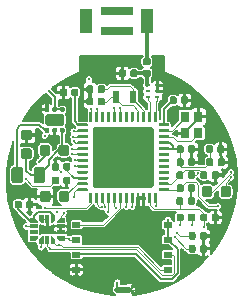
<source format=gbr>
G04 #@! TF.GenerationSoftware,KiCad,Pcbnew,(5.1.5-0-10_14)*
G04 #@! TF.CreationDate,2021-06-01T12:28:28-04:00*
G04 #@! TF.ProjectId,ESLO_RB2,45534c4f-5f52-4423-922e-6b696361645f,rev?*
G04 #@! TF.SameCoordinates,Original*
G04 #@! TF.FileFunction,Copper,L1,Top*
G04 #@! TF.FilePolarity,Positive*
%FSLAX46Y46*%
G04 Gerber Fmt 4.6, Leading zero omitted, Abs format (unit mm)*
G04 Created by KiCad (PCBNEW (5.1.5-0-10_14)) date 2021-06-01 12:28:28*
%MOMM*%
%LPD*%
G04 APERTURE LIST*
%ADD10C,0.100000*%
%ADD11R,0.600000X1.100000*%
%ADD12R,2.800000X0.700000*%
%ADD13R,1.000000X2.000000*%
%ADD14R,0.800000X0.900000*%
%ADD15R,0.400000X0.675000*%
%ADD16R,0.675000X0.400000*%
%ADD17R,0.650000X0.500000*%
%ADD18R,0.450000X0.250000*%
%ADD19C,0.500000*%
%ADD20C,0.254000*%
%ADD21C,0.300000*%
%ADD22C,0.150000*%
%ADD23C,0.101600*%
%ADD24C,0.200000*%
G04 APERTURE END LIST*
D10*
G36*
X216300000Y-98250000D02*
G01*
X215300000Y-98250000D01*
X215300000Y-97750000D01*
X216300000Y-97750000D01*
X216300000Y-98250000D01*
G37*
D11*
X215200000Y-81650000D03*
X216600000Y-81650000D03*
G04 #@! TA.AperFunction,SMDPad,CuDef*
D10*
G36*
X221791958Y-94230710D02*
G01*
X221806276Y-94232834D01*
X221820317Y-94236351D01*
X221833946Y-94241228D01*
X221847031Y-94247417D01*
X221859447Y-94254858D01*
X221871073Y-94263481D01*
X221881798Y-94273202D01*
X221891519Y-94283927D01*
X221900142Y-94295553D01*
X221907583Y-94307969D01*
X221913772Y-94321054D01*
X221918649Y-94334683D01*
X221922166Y-94348724D01*
X221924290Y-94363042D01*
X221925000Y-94377500D01*
X221925000Y-94722500D01*
X221924290Y-94736958D01*
X221922166Y-94751276D01*
X221918649Y-94765317D01*
X221913772Y-94778946D01*
X221907583Y-94792031D01*
X221900142Y-94804447D01*
X221891519Y-94816073D01*
X221881798Y-94826798D01*
X221871073Y-94836519D01*
X221859447Y-94845142D01*
X221847031Y-94852583D01*
X221833946Y-94858772D01*
X221820317Y-94863649D01*
X221806276Y-94867166D01*
X221791958Y-94869290D01*
X221777500Y-94870000D01*
X221482500Y-94870000D01*
X221468042Y-94869290D01*
X221453724Y-94867166D01*
X221439683Y-94863649D01*
X221426054Y-94858772D01*
X221412969Y-94852583D01*
X221400553Y-94845142D01*
X221388927Y-94836519D01*
X221378202Y-94826798D01*
X221368481Y-94816073D01*
X221359858Y-94804447D01*
X221352417Y-94792031D01*
X221346228Y-94778946D01*
X221341351Y-94765317D01*
X221337834Y-94751276D01*
X221335710Y-94736958D01*
X221335000Y-94722500D01*
X221335000Y-94377500D01*
X221335710Y-94363042D01*
X221337834Y-94348724D01*
X221341351Y-94334683D01*
X221346228Y-94321054D01*
X221352417Y-94307969D01*
X221359858Y-94295553D01*
X221368481Y-94283927D01*
X221378202Y-94273202D01*
X221388927Y-94263481D01*
X221400553Y-94254858D01*
X221412969Y-94247417D01*
X221426054Y-94241228D01*
X221439683Y-94236351D01*
X221453724Y-94232834D01*
X221468042Y-94230710D01*
X221482500Y-94230000D01*
X221777500Y-94230000D01*
X221791958Y-94230710D01*
G37*
G04 #@! TD.AperFunction*
G04 #@! TA.AperFunction,SMDPad,CuDef*
G36*
X222761958Y-94230710D02*
G01*
X222776276Y-94232834D01*
X222790317Y-94236351D01*
X222803946Y-94241228D01*
X222817031Y-94247417D01*
X222829447Y-94254858D01*
X222841073Y-94263481D01*
X222851798Y-94273202D01*
X222861519Y-94283927D01*
X222870142Y-94295553D01*
X222877583Y-94307969D01*
X222883772Y-94321054D01*
X222888649Y-94334683D01*
X222892166Y-94348724D01*
X222894290Y-94363042D01*
X222895000Y-94377500D01*
X222895000Y-94722500D01*
X222894290Y-94736958D01*
X222892166Y-94751276D01*
X222888649Y-94765317D01*
X222883772Y-94778946D01*
X222877583Y-94792031D01*
X222870142Y-94804447D01*
X222861519Y-94816073D01*
X222851798Y-94826798D01*
X222841073Y-94836519D01*
X222829447Y-94845142D01*
X222817031Y-94852583D01*
X222803946Y-94858772D01*
X222790317Y-94863649D01*
X222776276Y-94867166D01*
X222761958Y-94869290D01*
X222747500Y-94870000D01*
X222452500Y-94870000D01*
X222438042Y-94869290D01*
X222423724Y-94867166D01*
X222409683Y-94863649D01*
X222396054Y-94858772D01*
X222382969Y-94852583D01*
X222370553Y-94845142D01*
X222358927Y-94836519D01*
X222348202Y-94826798D01*
X222338481Y-94816073D01*
X222329858Y-94804447D01*
X222322417Y-94792031D01*
X222316228Y-94778946D01*
X222311351Y-94765317D01*
X222307834Y-94751276D01*
X222305710Y-94736958D01*
X222305000Y-94722500D01*
X222305000Y-94377500D01*
X222305710Y-94363042D01*
X222307834Y-94348724D01*
X222311351Y-94334683D01*
X222316228Y-94321054D01*
X222322417Y-94307969D01*
X222329858Y-94295553D01*
X222338481Y-94283927D01*
X222348202Y-94273202D01*
X222358927Y-94263481D01*
X222370553Y-94254858D01*
X222382969Y-94247417D01*
X222396054Y-94241228D01*
X222409683Y-94236351D01*
X222423724Y-94232834D01*
X222438042Y-94230710D01*
X222452500Y-94230000D01*
X222747500Y-94230000D01*
X222761958Y-94230710D01*
G37*
G04 #@! TD.AperFunction*
G04 #@! TA.AperFunction,SMDPad,CuDef*
G36*
X221791958Y-93130710D02*
G01*
X221806276Y-93132834D01*
X221820317Y-93136351D01*
X221833946Y-93141228D01*
X221847031Y-93147417D01*
X221859447Y-93154858D01*
X221871073Y-93163481D01*
X221881798Y-93173202D01*
X221891519Y-93183927D01*
X221900142Y-93195553D01*
X221907583Y-93207969D01*
X221913772Y-93221054D01*
X221918649Y-93234683D01*
X221922166Y-93248724D01*
X221924290Y-93263042D01*
X221925000Y-93277500D01*
X221925000Y-93622500D01*
X221924290Y-93636958D01*
X221922166Y-93651276D01*
X221918649Y-93665317D01*
X221913772Y-93678946D01*
X221907583Y-93692031D01*
X221900142Y-93704447D01*
X221891519Y-93716073D01*
X221881798Y-93726798D01*
X221871073Y-93736519D01*
X221859447Y-93745142D01*
X221847031Y-93752583D01*
X221833946Y-93758772D01*
X221820317Y-93763649D01*
X221806276Y-93767166D01*
X221791958Y-93769290D01*
X221777500Y-93770000D01*
X221482500Y-93770000D01*
X221468042Y-93769290D01*
X221453724Y-93767166D01*
X221439683Y-93763649D01*
X221426054Y-93758772D01*
X221412969Y-93752583D01*
X221400553Y-93745142D01*
X221388927Y-93736519D01*
X221378202Y-93726798D01*
X221368481Y-93716073D01*
X221359858Y-93704447D01*
X221352417Y-93692031D01*
X221346228Y-93678946D01*
X221341351Y-93665317D01*
X221337834Y-93651276D01*
X221335710Y-93636958D01*
X221335000Y-93622500D01*
X221335000Y-93277500D01*
X221335710Y-93263042D01*
X221337834Y-93248724D01*
X221341351Y-93234683D01*
X221346228Y-93221054D01*
X221352417Y-93207969D01*
X221359858Y-93195553D01*
X221368481Y-93183927D01*
X221378202Y-93173202D01*
X221388927Y-93163481D01*
X221400553Y-93154858D01*
X221412969Y-93147417D01*
X221426054Y-93141228D01*
X221439683Y-93136351D01*
X221453724Y-93132834D01*
X221468042Y-93130710D01*
X221482500Y-93130000D01*
X221777500Y-93130000D01*
X221791958Y-93130710D01*
G37*
G04 #@! TD.AperFunction*
G04 #@! TA.AperFunction,SMDPad,CuDef*
G36*
X222761958Y-93130710D02*
G01*
X222776276Y-93132834D01*
X222790317Y-93136351D01*
X222803946Y-93141228D01*
X222817031Y-93147417D01*
X222829447Y-93154858D01*
X222841073Y-93163481D01*
X222851798Y-93173202D01*
X222861519Y-93183927D01*
X222870142Y-93195553D01*
X222877583Y-93207969D01*
X222883772Y-93221054D01*
X222888649Y-93234683D01*
X222892166Y-93248724D01*
X222894290Y-93263042D01*
X222895000Y-93277500D01*
X222895000Y-93622500D01*
X222894290Y-93636958D01*
X222892166Y-93651276D01*
X222888649Y-93665317D01*
X222883772Y-93678946D01*
X222877583Y-93692031D01*
X222870142Y-93704447D01*
X222861519Y-93716073D01*
X222851798Y-93726798D01*
X222841073Y-93736519D01*
X222829447Y-93745142D01*
X222817031Y-93752583D01*
X222803946Y-93758772D01*
X222790317Y-93763649D01*
X222776276Y-93767166D01*
X222761958Y-93769290D01*
X222747500Y-93770000D01*
X222452500Y-93770000D01*
X222438042Y-93769290D01*
X222423724Y-93767166D01*
X222409683Y-93763649D01*
X222396054Y-93758772D01*
X222382969Y-93752583D01*
X222370553Y-93745142D01*
X222358927Y-93736519D01*
X222348202Y-93726798D01*
X222338481Y-93716073D01*
X222329858Y-93704447D01*
X222322417Y-93692031D01*
X222316228Y-93678946D01*
X222311351Y-93665317D01*
X222307834Y-93651276D01*
X222305710Y-93636958D01*
X222305000Y-93622500D01*
X222305000Y-93277500D01*
X222305710Y-93263042D01*
X222307834Y-93248724D01*
X222311351Y-93234683D01*
X222316228Y-93221054D01*
X222322417Y-93207969D01*
X222329858Y-93195553D01*
X222338481Y-93183927D01*
X222348202Y-93173202D01*
X222358927Y-93163481D01*
X222370553Y-93154858D01*
X222382969Y-93147417D01*
X222396054Y-93141228D01*
X222409683Y-93136351D01*
X222423724Y-93132834D01*
X222438042Y-93130710D01*
X222452500Y-93130000D01*
X222747500Y-93130000D01*
X222761958Y-93130710D01*
G37*
G04 #@! TD.AperFunction*
G04 #@! TA.AperFunction,SMDPad,CuDef*
G36*
X209465439Y-82550451D02*
G01*
X209474540Y-82551801D01*
X209483464Y-82554037D01*
X209492127Y-82557136D01*
X209500443Y-82561070D01*
X209508335Y-82565800D01*
X209515724Y-82571280D01*
X209522541Y-82577459D01*
X209528720Y-82584276D01*
X209534200Y-82591665D01*
X209538930Y-82599557D01*
X209542864Y-82607873D01*
X209545963Y-82616536D01*
X209548199Y-82625460D01*
X209549549Y-82634561D01*
X209550000Y-82643750D01*
X209550000Y-82831250D01*
X209549549Y-82840439D01*
X209548199Y-82849540D01*
X209545963Y-82858464D01*
X209542864Y-82867127D01*
X209538930Y-82875443D01*
X209534200Y-82883335D01*
X209528720Y-82890724D01*
X209522541Y-82897541D01*
X209515724Y-82903720D01*
X209508335Y-82909200D01*
X209500443Y-82913930D01*
X209492127Y-82917864D01*
X209483464Y-82920963D01*
X209474540Y-82923199D01*
X209465439Y-82924549D01*
X209456250Y-82925000D01*
X209243750Y-82925000D01*
X209234561Y-82924549D01*
X209225460Y-82923199D01*
X209216536Y-82920963D01*
X209207873Y-82917864D01*
X209199557Y-82913930D01*
X209191665Y-82909200D01*
X209184276Y-82903720D01*
X209177459Y-82897541D01*
X209171280Y-82890724D01*
X209165800Y-82883335D01*
X209161070Y-82875443D01*
X209157136Y-82867127D01*
X209154037Y-82858464D01*
X209151801Y-82849540D01*
X209150451Y-82840439D01*
X209150000Y-82831250D01*
X209150000Y-82643750D01*
X209150451Y-82634561D01*
X209151801Y-82625460D01*
X209154037Y-82616536D01*
X209157136Y-82607873D01*
X209161070Y-82599557D01*
X209165800Y-82591665D01*
X209171280Y-82584276D01*
X209177459Y-82577459D01*
X209184276Y-82571280D01*
X209191665Y-82565800D01*
X209199557Y-82561070D01*
X209207873Y-82557136D01*
X209216536Y-82554037D01*
X209225460Y-82551801D01*
X209234561Y-82550451D01*
X209243750Y-82550000D01*
X209456250Y-82550000D01*
X209465439Y-82550451D01*
G37*
G04 #@! TD.AperFunction*
G04 #@! TA.AperFunction,SMDPad,CuDef*
G36*
X210115439Y-82550451D02*
G01*
X210124540Y-82551801D01*
X210133464Y-82554037D01*
X210142127Y-82557136D01*
X210150443Y-82561070D01*
X210158335Y-82565800D01*
X210165724Y-82571280D01*
X210172541Y-82577459D01*
X210178720Y-82584276D01*
X210184200Y-82591665D01*
X210188930Y-82599557D01*
X210192864Y-82607873D01*
X210195963Y-82616536D01*
X210198199Y-82625460D01*
X210199549Y-82634561D01*
X210200000Y-82643750D01*
X210200000Y-82831250D01*
X210199549Y-82840439D01*
X210198199Y-82849540D01*
X210195963Y-82858464D01*
X210192864Y-82867127D01*
X210188930Y-82875443D01*
X210184200Y-82883335D01*
X210178720Y-82890724D01*
X210172541Y-82897541D01*
X210165724Y-82903720D01*
X210158335Y-82909200D01*
X210150443Y-82913930D01*
X210142127Y-82917864D01*
X210133464Y-82920963D01*
X210124540Y-82923199D01*
X210115439Y-82924549D01*
X210106250Y-82925000D01*
X209893750Y-82925000D01*
X209884561Y-82924549D01*
X209875460Y-82923199D01*
X209866536Y-82920963D01*
X209857873Y-82917864D01*
X209849557Y-82913930D01*
X209841665Y-82909200D01*
X209834276Y-82903720D01*
X209827459Y-82897541D01*
X209821280Y-82890724D01*
X209815800Y-82883335D01*
X209811070Y-82875443D01*
X209807136Y-82867127D01*
X209804037Y-82858464D01*
X209801801Y-82849540D01*
X209800451Y-82840439D01*
X209800000Y-82831250D01*
X209800000Y-82643750D01*
X209800451Y-82634561D01*
X209801801Y-82625460D01*
X209804037Y-82616536D01*
X209807136Y-82607873D01*
X209811070Y-82599557D01*
X209815800Y-82591665D01*
X209821280Y-82584276D01*
X209827459Y-82577459D01*
X209834276Y-82571280D01*
X209841665Y-82565800D01*
X209849557Y-82561070D01*
X209857873Y-82557136D01*
X209866536Y-82554037D01*
X209875460Y-82551801D01*
X209884561Y-82550451D01*
X209893750Y-82550000D01*
X210106250Y-82550000D01*
X210115439Y-82550451D01*
G37*
G04 #@! TD.AperFunction*
G04 #@! TA.AperFunction,SMDPad,CuDef*
G36*
X210765439Y-82550451D02*
G01*
X210774540Y-82551801D01*
X210783464Y-82554037D01*
X210792127Y-82557136D01*
X210800443Y-82561070D01*
X210808335Y-82565800D01*
X210815724Y-82571280D01*
X210822541Y-82577459D01*
X210828720Y-82584276D01*
X210834200Y-82591665D01*
X210838930Y-82599557D01*
X210842864Y-82607873D01*
X210845963Y-82616536D01*
X210848199Y-82625460D01*
X210849549Y-82634561D01*
X210850000Y-82643750D01*
X210850000Y-82831250D01*
X210849549Y-82840439D01*
X210848199Y-82849540D01*
X210845963Y-82858464D01*
X210842864Y-82867127D01*
X210838930Y-82875443D01*
X210834200Y-82883335D01*
X210828720Y-82890724D01*
X210822541Y-82897541D01*
X210815724Y-82903720D01*
X210808335Y-82909200D01*
X210800443Y-82913930D01*
X210792127Y-82917864D01*
X210783464Y-82920963D01*
X210774540Y-82923199D01*
X210765439Y-82924549D01*
X210756250Y-82925000D01*
X210543750Y-82925000D01*
X210534561Y-82924549D01*
X210525460Y-82923199D01*
X210516536Y-82920963D01*
X210507873Y-82917864D01*
X210499557Y-82913930D01*
X210491665Y-82909200D01*
X210484276Y-82903720D01*
X210477459Y-82897541D01*
X210471280Y-82890724D01*
X210465800Y-82883335D01*
X210461070Y-82875443D01*
X210457136Y-82867127D01*
X210454037Y-82858464D01*
X210451801Y-82849540D01*
X210450451Y-82840439D01*
X210450000Y-82831250D01*
X210450000Y-82643750D01*
X210450451Y-82634561D01*
X210451801Y-82625460D01*
X210454037Y-82616536D01*
X210457136Y-82607873D01*
X210461070Y-82599557D01*
X210465800Y-82591665D01*
X210471280Y-82584276D01*
X210477459Y-82577459D01*
X210484276Y-82571280D01*
X210491665Y-82565800D01*
X210499557Y-82561070D01*
X210507873Y-82557136D01*
X210516536Y-82554037D01*
X210525460Y-82551801D01*
X210534561Y-82550451D01*
X210543750Y-82550000D01*
X210756250Y-82550000D01*
X210765439Y-82550451D01*
G37*
G04 #@! TD.AperFunction*
G04 #@! TA.AperFunction,SMDPad,CuDef*
G36*
X210765439Y-84325451D02*
G01*
X210774540Y-84326801D01*
X210783464Y-84329037D01*
X210792127Y-84332136D01*
X210800443Y-84336070D01*
X210808335Y-84340800D01*
X210815724Y-84346280D01*
X210822541Y-84352459D01*
X210828720Y-84359276D01*
X210834200Y-84366665D01*
X210838930Y-84374557D01*
X210842864Y-84382873D01*
X210845963Y-84391536D01*
X210848199Y-84400460D01*
X210849549Y-84409561D01*
X210850000Y-84418750D01*
X210850000Y-84606250D01*
X210849549Y-84615439D01*
X210848199Y-84624540D01*
X210845963Y-84633464D01*
X210842864Y-84642127D01*
X210838930Y-84650443D01*
X210834200Y-84658335D01*
X210828720Y-84665724D01*
X210822541Y-84672541D01*
X210815724Y-84678720D01*
X210808335Y-84684200D01*
X210800443Y-84688930D01*
X210792127Y-84692864D01*
X210783464Y-84695963D01*
X210774540Y-84698199D01*
X210765439Y-84699549D01*
X210756250Y-84700000D01*
X210543750Y-84700000D01*
X210534561Y-84699549D01*
X210525460Y-84698199D01*
X210516536Y-84695963D01*
X210507873Y-84692864D01*
X210499557Y-84688930D01*
X210491665Y-84684200D01*
X210484276Y-84678720D01*
X210477459Y-84672541D01*
X210471280Y-84665724D01*
X210465800Y-84658335D01*
X210461070Y-84650443D01*
X210457136Y-84642127D01*
X210454037Y-84633464D01*
X210451801Y-84624540D01*
X210450451Y-84615439D01*
X210450000Y-84606250D01*
X210450000Y-84418750D01*
X210450451Y-84409561D01*
X210451801Y-84400460D01*
X210454037Y-84391536D01*
X210457136Y-84382873D01*
X210461070Y-84374557D01*
X210465800Y-84366665D01*
X210471280Y-84359276D01*
X210477459Y-84352459D01*
X210484276Y-84346280D01*
X210491665Y-84340800D01*
X210499557Y-84336070D01*
X210507873Y-84332136D01*
X210516536Y-84329037D01*
X210525460Y-84326801D01*
X210534561Y-84325451D01*
X210543750Y-84325000D01*
X210756250Y-84325000D01*
X210765439Y-84325451D01*
G37*
G04 #@! TD.AperFunction*
G04 #@! TA.AperFunction,SMDPad,CuDef*
G36*
X210115439Y-84325451D02*
G01*
X210124540Y-84326801D01*
X210133464Y-84329037D01*
X210142127Y-84332136D01*
X210150443Y-84336070D01*
X210158335Y-84340800D01*
X210165724Y-84346280D01*
X210172541Y-84352459D01*
X210178720Y-84359276D01*
X210184200Y-84366665D01*
X210188930Y-84374557D01*
X210192864Y-84382873D01*
X210195963Y-84391536D01*
X210198199Y-84400460D01*
X210199549Y-84409561D01*
X210200000Y-84418750D01*
X210200000Y-84606250D01*
X210199549Y-84615439D01*
X210198199Y-84624540D01*
X210195963Y-84633464D01*
X210192864Y-84642127D01*
X210188930Y-84650443D01*
X210184200Y-84658335D01*
X210178720Y-84665724D01*
X210172541Y-84672541D01*
X210165724Y-84678720D01*
X210158335Y-84684200D01*
X210150443Y-84688930D01*
X210142127Y-84692864D01*
X210133464Y-84695963D01*
X210124540Y-84698199D01*
X210115439Y-84699549D01*
X210106250Y-84700000D01*
X209893750Y-84700000D01*
X209884561Y-84699549D01*
X209875460Y-84698199D01*
X209866536Y-84695963D01*
X209857873Y-84692864D01*
X209849557Y-84688930D01*
X209841665Y-84684200D01*
X209834276Y-84678720D01*
X209827459Y-84672541D01*
X209821280Y-84665724D01*
X209815800Y-84658335D01*
X209811070Y-84650443D01*
X209807136Y-84642127D01*
X209804037Y-84633464D01*
X209801801Y-84624540D01*
X209800451Y-84615439D01*
X209800000Y-84606250D01*
X209800000Y-84418750D01*
X209800451Y-84409561D01*
X209801801Y-84400460D01*
X209804037Y-84391536D01*
X209807136Y-84382873D01*
X209811070Y-84374557D01*
X209815800Y-84366665D01*
X209821280Y-84359276D01*
X209827459Y-84352459D01*
X209834276Y-84346280D01*
X209841665Y-84340800D01*
X209849557Y-84336070D01*
X209857873Y-84332136D01*
X209866536Y-84329037D01*
X209875460Y-84326801D01*
X209884561Y-84325451D01*
X209893750Y-84325000D01*
X210106250Y-84325000D01*
X210115439Y-84325451D01*
G37*
G04 #@! TD.AperFunction*
G04 #@! TA.AperFunction,SMDPad,CuDef*
G36*
X209465439Y-84325451D02*
G01*
X209474540Y-84326801D01*
X209483464Y-84329037D01*
X209492127Y-84332136D01*
X209500443Y-84336070D01*
X209508335Y-84340800D01*
X209515724Y-84346280D01*
X209522541Y-84352459D01*
X209528720Y-84359276D01*
X209534200Y-84366665D01*
X209538930Y-84374557D01*
X209542864Y-84382873D01*
X209545963Y-84391536D01*
X209548199Y-84400460D01*
X209549549Y-84409561D01*
X209550000Y-84418750D01*
X209550000Y-84606250D01*
X209549549Y-84615439D01*
X209548199Y-84624540D01*
X209545963Y-84633464D01*
X209542864Y-84642127D01*
X209538930Y-84650443D01*
X209534200Y-84658335D01*
X209528720Y-84665724D01*
X209522541Y-84672541D01*
X209515724Y-84678720D01*
X209508335Y-84684200D01*
X209500443Y-84688930D01*
X209492127Y-84692864D01*
X209483464Y-84695963D01*
X209474540Y-84698199D01*
X209465439Y-84699549D01*
X209456250Y-84700000D01*
X209243750Y-84700000D01*
X209234561Y-84699549D01*
X209225460Y-84698199D01*
X209216536Y-84695963D01*
X209207873Y-84692864D01*
X209199557Y-84688930D01*
X209191665Y-84684200D01*
X209184276Y-84678720D01*
X209177459Y-84672541D01*
X209171280Y-84665724D01*
X209165800Y-84658335D01*
X209161070Y-84650443D01*
X209157136Y-84642127D01*
X209154037Y-84633464D01*
X209151801Y-84624540D01*
X209150451Y-84615439D01*
X209150000Y-84606250D01*
X209150000Y-84418750D01*
X209150451Y-84409561D01*
X209151801Y-84400460D01*
X209154037Y-84391536D01*
X209157136Y-84382873D01*
X209161070Y-84374557D01*
X209165800Y-84366665D01*
X209171280Y-84359276D01*
X209177459Y-84352459D01*
X209184276Y-84346280D01*
X209191665Y-84340800D01*
X209199557Y-84336070D01*
X209207873Y-84332136D01*
X209216536Y-84329037D01*
X209225460Y-84326801D01*
X209234561Y-84325451D01*
X209243750Y-84325000D01*
X209456250Y-84325000D01*
X209465439Y-84325451D01*
G37*
G04 #@! TD.AperFunction*
G04 #@! TA.AperFunction,SMDPad,CuDef*
G36*
X210574504Y-83126204D02*
G01*
X210598773Y-83129804D01*
X210622571Y-83135765D01*
X210645671Y-83144030D01*
X210667849Y-83154520D01*
X210688893Y-83167133D01*
X210708598Y-83181747D01*
X210726777Y-83198223D01*
X210743253Y-83216402D01*
X210757867Y-83236107D01*
X210770480Y-83257151D01*
X210780970Y-83279329D01*
X210789235Y-83302429D01*
X210795196Y-83326227D01*
X210798796Y-83350496D01*
X210800000Y-83375000D01*
X210800000Y-83875000D01*
X210798796Y-83899504D01*
X210795196Y-83923773D01*
X210789235Y-83947571D01*
X210780970Y-83970671D01*
X210770480Y-83992849D01*
X210757867Y-84013893D01*
X210743253Y-84033598D01*
X210726777Y-84051777D01*
X210708598Y-84068253D01*
X210688893Y-84082867D01*
X210667849Y-84095480D01*
X210645671Y-84105970D01*
X210622571Y-84114235D01*
X210598773Y-84120196D01*
X210574504Y-84123796D01*
X210550000Y-84125000D01*
X209450000Y-84125000D01*
X209425496Y-84123796D01*
X209401227Y-84120196D01*
X209377429Y-84114235D01*
X209354329Y-84105970D01*
X209332151Y-84095480D01*
X209311107Y-84082867D01*
X209291402Y-84068253D01*
X209273223Y-84051777D01*
X209256747Y-84033598D01*
X209242133Y-84013893D01*
X209229520Y-83992849D01*
X209219030Y-83970671D01*
X209210765Y-83947571D01*
X209204804Y-83923773D01*
X209201204Y-83899504D01*
X209200000Y-83875000D01*
X209200000Y-83375000D01*
X209201204Y-83350496D01*
X209204804Y-83326227D01*
X209210765Y-83302429D01*
X209219030Y-83279329D01*
X209229520Y-83257151D01*
X209242133Y-83236107D01*
X209256747Y-83216402D01*
X209273223Y-83198223D01*
X209291402Y-83181747D01*
X209311107Y-83167133D01*
X209332151Y-83154520D01*
X209354329Y-83144030D01*
X209377429Y-83135765D01*
X209401227Y-83129804D01*
X209425496Y-83126204D01*
X209450000Y-83125000D01*
X210550000Y-83125000D01*
X210574504Y-83126204D01*
G37*
G04 #@! TD.AperFunction*
G04 #@! TA.AperFunction,SMDPad,CuDef*
G36*
X207877691Y-84463553D02*
G01*
X207898926Y-84466703D01*
X207919750Y-84471919D01*
X207939962Y-84479151D01*
X207959368Y-84488330D01*
X207977781Y-84499366D01*
X207995024Y-84512154D01*
X208010930Y-84526570D01*
X208025346Y-84542476D01*
X208038134Y-84559719D01*
X208049170Y-84578132D01*
X208058349Y-84597538D01*
X208065581Y-84617750D01*
X208070797Y-84638574D01*
X208073947Y-84659809D01*
X208075000Y-84681250D01*
X208075000Y-85118750D01*
X208073947Y-85140191D01*
X208070797Y-85161426D01*
X208065581Y-85182250D01*
X208058349Y-85202462D01*
X208049170Y-85221868D01*
X208038134Y-85240281D01*
X208025346Y-85257524D01*
X208010930Y-85273430D01*
X207995024Y-85287846D01*
X207977781Y-85300634D01*
X207959368Y-85311670D01*
X207939962Y-85320849D01*
X207919750Y-85328081D01*
X207898926Y-85333297D01*
X207877691Y-85336447D01*
X207856250Y-85337500D01*
X207343750Y-85337500D01*
X207322309Y-85336447D01*
X207301074Y-85333297D01*
X207280250Y-85328081D01*
X207260038Y-85320849D01*
X207240632Y-85311670D01*
X207222219Y-85300634D01*
X207204976Y-85287846D01*
X207189070Y-85273430D01*
X207174654Y-85257524D01*
X207161866Y-85240281D01*
X207150830Y-85221868D01*
X207141651Y-85202462D01*
X207134419Y-85182250D01*
X207129203Y-85161426D01*
X207126053Y-85140191D01*
X207125000Y-85118750D01*
X207125000Y-84681250D01*
X207126053Y-84659809D01*
X207129203Y-84638574D01*
X207134419Y-84617750D01*
X207141651Y-84597538D01*
X207150830Y-84578132D01*
X207161866Y-84559719D01*
X207174654Y-84542476D01*
X207189070Y-84526570D01*
X207204976Y-84512154D01*
X207222219Y-84499366D01*
X207240632Y-84488330D01*
X207260038Y-84479151D01*
X207280250Y-84471919D01*
X207301074Y-84466703D01*
X207322309Y-84463553D01*
X207343750Y-84462500D01*
X207856250Y-84462500D01*
X207877691Y-84463553D01*
G37*
G04 #@! TD.AperFunction*
G04 #@! TA.AperFunction,SMDPad,CuDef*
G36*
X207877691Y-86038553D02*
G01*
X207898926Y-86041703D01*
X207919750Y-86046919D01*
X207939962Y-86054151D01*
X207959368Y-86063330D01*
X207977781Y-86074366D01*
X207995024Y-86087154D01*
X208010930Y-86101570D01*
X208025346Y-86117476D01*
X208038134Y-86134719D01*
X208049170Y-86153132D01*
X208058349Y-86172538D01*
X208065581Y-86192750D01*
X208070797Y-86213574D01*
X208073947Y-86234809D01*
X208075000Y-86256250D01*
X208075000Y-86693750D01*
X208073947Y-86715191D01*
X208070797Y-86736426D01*
X208065581Y-86757250D01*
X208058349Y-86777462D01*
X208049170Y-86796868D01*
X208038134Y-86815281D01*
X208025346Y-86832524D01*
X208010930Y-86848430D01*
X207995024Y-86862846D01*
X207977781Y-86875634D01*
X207959368Y-86886670D01*
X207939962Y-86895849D01*
X207919750Y-86903081D01*
X207898926Y-86908297D01*
X207877691Y-86911447D01*
X207856250Y-86912500D01*
X207343750Y-86912500D01*
X207322309Y-86911447D01*
X207301074Y-86908297D01*
X207280250Y-86903081D01*
X207260038Y-86895849D01*
X207240632Y-86886670D01*
X207222219Y-86875634D01*
X207204976Y-86862846D01*
X207189070Y-86848430D01*
X207174654Y-86832524D01*
X207161866Y-86815281D01*
X207150830Y-86796868D01*
X207141651Y-86777462D01*
X207134419Y-86757250D01*
X207129203Y-86736426D01*
X207126053Y-86715191D01*
X207125000Y-86693750D01*
X207125000Y-86256250D01*
X207126053Y-86234809D01*
X207129203Y-86213574D01*
X207134419Y-86192750D01*
X207141651Y-86172538D01*
X207150830Y-86153132D01*
X207161866Y-86134719D01*
X207174654Y-86117476D01*
X207189070Y-86101570D01*
X207204976Y-86087154D01*
X207222219Y-86074366D01*
X207240632Y-86063330D01*
X207260038Y-86054151D01*
X207280250Y-86046919D01*
X207301074Y-86041703D01*
X207322309Y-86038553D01*
X207343750Y-86037500D01*
X207856250Y-86037500D01*
X207877691Y-86038553D01*
G37*
G04 #@! TD.AperFunction*
G04 #@! TA.AperFunction,SMDPad,CuDef*
G36*
X210990191Y-85726053D02*
G01*
X211011426Y-85729203D01*
X211032250Y-85734419D01*
X211052462Y-85741651D01*
X211071868Y-85750830D01*
X211090281Y-85761866D01*
X211107524Y-85774654D01*
X211123430Y-85789070D01*
X211137846Y-85804976D01*
X211150634Y-85822219D01*
X211161670Y-85840632D01*
X211170849Y-85860038D01*
X211178081Y-85880250D01*
X211183297Y-85901074D01*
X211186447Y-85922309D01*
X211187500Y-85943750D01*
X211187500Y-86456250D01*
X211186447Y-86477691D01*
X211183297Y-86498926D01*
X211178081Y-86519750D01*
X211170849Y-86539962D01*
X211161670Y-86559368D01*
X211150634Y-86577781D01*
X211137846Y-86595024D01*
X211123430Y-86610930D01*
X211107524Y-86625346D01*
X211090281Y-86638134D01*
X211071868Y-86649170D01*
X211052462Y-86658349D01*
X211032250Y-86665581D01*
X211011426Y-86670797D01*
X210990191Y-86673947D01*
X210968750Y-86675000D01*
X210531250Y-86675000D01*
X210509809Y-86673947D01*
X210488574Y-86670797D01*
X210467750Y-86665581D01*
X210447538Y-86658349D01*
X210428132Y-86649170D01*
X210409719Y-86638134D01*
X210392476Y-86625346D01*
X210376570Y-86610930D01*
X210362154Y-86595024D01*
X210349366Y-86577781D01*
X210338330Y-86559368D01*
X210329151Y-86539962D01*
X210321919Y-86519750D01*
X210316703Y-86498926D01*
X210313553Y-86477691D01*
X210312500Y-86456250D01*
X210312500Y-85943750D01*
X210313553Y-85922309D01*
X210316703Y-85901074D01*
X210321919Y-85880250D01*
X210329151Y-85860038D01*
X210338330Y-85840632D01*
X210349366Y-85822219D01*
X210362154Y-85804976D01*
X210376570Y-85789070D01*
X210392476Y-85774654D01*
X210409719Y-85761866D01*
X210428132Y-85750830D01*
X210447538Y-85741651D01*
X210467750Y-85734419D01*
X210488574Y-85729203D01*
X210509809Y-85726053D01*
X210531250Y-85725000D01*
X210968750Y-85725000D01*
X210990191Y-85726053D01*
G37*
G04 #@! TD.AperFunction*
G04 #@! TA.AperFunction,SMDPad,CuDef*
G36*
X209415191Y-85726053D02*
G01*
X209436426Y-85729203D01*
X209457250Y-85734419D01*
X209477462Y-85741651D01*
X209496868Y-85750830D01*
X209515281Y-85761866D01*
X209532524Y-85774654D01*
X209548430Y-85789070D01*
X209562846Y-85804976D01*
X209575634Y-85822219D01*
X209586670Y-85840632D01*
X209595849Y-85860038D01*
X209603081Y-85880250D01*
X209608297Y-85901074D01*
X209611447Y-85922309D01*
X209612500Y-85943750D01*
X209612500Y-86456250D01*
X209611447Y-86477691D01*
X209608297Y-86498926D01*
X209603081Y-86519750D01*
X209595849Y-86539962D01*
X209586670Y-86559368D01*
X209575634Y-86577781D01*
X209562846Y-86595024D01*
X209548430Y-86610930D01*
X209532524Y-86625346D01*
X209515281Y-86638134D01*
X209496868Y-86649170D01*
X209477462Y-86658349D01*
X209457250Y-86665581D01*
X209436426Y-86670797D01*
X209415191Y-86673947D01*
X209393750Y-86675000D01*
X208956250Y-86675000D01*
X208934809Y-86673947D01*
X208913574Y-86670797D01*
X208892750Y-86665581D01*
X208872538Y-86658349D01*
X208853132Y-86649170D01*
X208834719Y-86638134D01*
X208817476Y-86625346D01*
X208801570Y-86610930D01*
X208787154Y-86595024D01*
X208774366Y-86577781D01*
X208763330Y-86559368D01*
X208754151Y-86539962D01*
X208746919Y-86519750D01*
X208741703Y-86498926D01*
X208738553Y-86477691D01*
X208737500Y-86456250D01*
X208737500Y-85943750D01*
X208738553Y-85922309D01*
X208741703Y-85901074D01*
X208746919Y-85880250D01*
X208754151Y-85860038D01*
X208763330Y-85840632D01*
X208774366Y-85822219D01*
X208787154Y-85804976D01*
X208801570Y-85789070D01*
X208817476Y-85774654D01*
X208834719Y-85761866D01*
X208853132Y-85750830D01*
X208872538Y-85741651D01*
X208892750Y-85734419D01*
X208913574Y-85729203D01*
X208934809Y-85726053D01*
X208956250Y-85725000D01*
X209393750Y-85725000D01*
X209415191Y-85726053D01*
G37*
G04 #@! TD.AperFunction*
G04 #@! TA.AperFunction,SMDPad,CuDef*
G36*
X208046958Y-90480710D02*
G01*
X208061276Y-90482834D01*
X208075317Y-90486351D01*
X208088946Y-90491228D01*
X208102031Y-90497417D01*
X208114447Y-90504858D01*
X208126073Y-90513481D01*
X208136798Y-90523202D01*
X208146519Y-90533927D01*
X208155142Y-90545553D01*
X208162583Y-90557969D01*
X208168772Y-90571054D01*
X208173649Y-90584683D01*
X208177166Y-90598724D01*
X208179290Y-90613042D01*
X208180000Y-90627500D01*
X208180000Y-90972500D01*
X208179290Y-90986958D01*
X208177166Y-91001276D01*
X208173649Y-91015317D01*
X208168772Y-91028946D01*
X208162583Y-91042031D01*
X208155142Y-91054447D01*
X208146519Y-91066073D01*
X208136798Y-91076798D01*
X208126073Y-91086519D01*
X208114447Y-91095142D01*
X208102031Y-91102583D01*
X208088946Y-91108772D01*
X208075317Y-91113649D01*
X208061276Y-91117166D01*
X208046958Y-91119290D01*
X208032500Y-91120000D01*
X207737500Y-91120000D01*
X207723042Y-91119290D01*
X207708724Y-91117166D01*
X207694683Y-91113649D01*
X207681054Y-91108772D01*
X207667969Y-91102583D01*
X207655553Y-91095142D01*
X207643927Y-91086519D01*
X207633202Y-91076798D01*
X207623481Y-91066073D01*
X207614858Y-91054447D01*
X207607417Y-91042031D01*
X207601228Y-91028946D01*
X207596351Y-91015317D01*
X207592834Y-91001276D01*
X207590710Y-90986958D01*
X207590000Y-90972500D01*
X207590000Y-90627500D01*
X207590710Y-90613042D01*
X207592834Y-90598724D01*
X207596351Y-90584683D01*
X207601228Y-90571054D01*
X207607417Y-90557969D01*
X207614858Y-90545553D01*
X207623481Y-90533927D01*
X207633202Y-90523202D01*
X207643927Y-90513481D01*
X207655553Y-90504858D01*
X207667969Y-90497417D01*
X207681054Y-90491228D01*
X207694683Y-90486351D01*
X207708724Y-90482834D01*
X207723042Y-90480710D01*
X207737500Y-90480000D01*
X208032500Y-90480000D01*
X208046958Y-90480710D01*
G37*
G04 #@! TD.AperFunction*
G04 #@! TA.AperFunction,SMDPad,CuDef*
G36*
X207076958Y-90480710D02*
G01*
X207091276Y-90482834D01*
X207105317Y-90486351D01*
X207118946Y-90491228D01*
X207132031Y-90497417D01*
X207144447Y-90504858D01*
X207156073Y-90513481D01*
X207166798Y-90523202D01*
X207176519Y-90533927D01*
X207185142Y-90545553D01*
X207192583Y-90557969D01*
X207198772Y-90571054D01*
X207203649Y-90584683D01*
X207207166Y-90598724D01*
X207209290Y-90613042D01*
X207210000Y-90627500D01*
X207210000Y-90972500D01*
X207209290Y-90986958D01*
X207207166Y-91001276D01*
X207203649Y-91015317D01*
X207198772Y-91028946D01*
X207192583Y-91042031D01*
X207185142Y-91054447D01*
X207176519Y-91066073D01*
X207166798Y-91076798D01*
X207156073Y-91086519D01*
X207144447Y-91095142D01*
X207132031Y-91102583D01*
X207118946Y-91108772D01*
X207105317Y-91113649D01*
X207091276Y-91117166D01*
X207076958Y-91119290D01*
X207062500Y-91120000D01*
X206767500Y-91120000D01*
X206753042Y-91119290D01*
X206738724Y-91117166D01*
X206724683Y-91113649D01*
X206711054Y-91108772D01*
X206697969Y-91102583D01*
X206685553Y-91095142D01*
X206673927Y-91086519D01*
X206663202Y-91076798D01*
X206653481Y-91066073D01*
X206644858Y-91054447D01*
X206637417Y-91042031D01*
X206631228Y-91028946D01*
X206626351Y-91015317D01*
X206622834Y-91001276D01*
X206620710Y-90986958D01*
X206620000Y-90972500D01*
X206620000Y-90627500D01*
X206620710Y-90613042D01*
X206622834Y-90598724D01*
X206626351Y-90584683D01*
X206631228Y-90571054D01*
X206637417Y-90557969D01*
X206644858Y-90545553D01*
X206653481Y-90533927D01*
X206663202Y-90523202D01*
X206673927Y-90513481D01*
X206685553Y-90504858D01*
X206697969Y-90497417D01*
X206711054Y-90491228D01*
X206724683Y-90486351D01*
X206738724Y-90482834D01*
X206753042Y-90480710D01*
X206767500Y-90480000D01*
X207062500Y-90480000D01*
X207076958Y-90480710D01*
G37*
G04 #@! TD.AperFunction*
D12*
X215250000Y-76100000D03*
X215250000Y-74400000D03*
D13*
X217850000Y-75250000D03*
X212650000Y-75250000D03*
G04 #@! TA.AperFunction,SMDPad,CuDef*
D10*
G36*
X221151958Y-81640710D02*
G01*
X221166276Y-81642834D01*
X221180317Y-81646351D01*
X221193946Y-81651228D01*
X221207031Y-81657417D01*
X221219447Y-81664858D01*
X221231073Y-81673481D01*
X221241798Y-81683202D01*
X221251519Y-81693927D01*
X221260142Y-81705553D01*
X221267583Y-81717969D01*
X221273772Y-81731054D01*
X221278649Y-81744683D01*
X221282166Y-81758724D01*
X221284290Y-81773042D01*
X221285000Y-81787500D01*
X221285000Y-82132500D01*
X221284290Y-82146958D01*
X221282166Y-82161276D01*
X221278649Y-82175317D01*
X221273772Y-82188946D01*
X221267583Y-82202031D01*
X221260142Y-82214447D01*
X221251519Y-82226073D01*
X221241798Y-82236798D01*
X221231073Y-82246519D01*
X221219447Y-82255142D01*
X221207031Y-82262583D01*
X221193946Y-82268772D01*
X221180317Y-82273649D01*
X221166276Y-82277166D01*
X221151958Y-82279290D01*
X221137500Y-82280000D01*
X220842500Y-82280000D01*
X220828042Y-82279290D01*
X220813724Y-82277166D01*
X220799683Y-82273649D01*
X220786054Y-82268772D01*
X220772969Y-82262583D01*
X220760553Y-82255142D01*
X220748927Y-82246519D01*
X220738202Y-82236798D01*
X220728481Y-82226073D01*
X220719858Y-82214447D01*
X220712417Y-82202031D01*
X220706228Y-82188946D01*
X220701351Y-82175317D01*
X220697834Y-82161276D01*
X220695710Y-82146958D01*
X220695000Y-82132500D01*
X220695000Y-81787500D01*
X220695710Y-81773042D01*
X220697834Y-81758724D01*
X220701351Y-81744683D01*
X220706228Y-81731054D01*
X220712417Y-81717969D01*
X220719858Y-81705553D01*
X220728481Y-81693927D01*
X220738202Y-81683202D01*
X220748927Y-81673481D01*
X220760553Y-81664858D01*
X220772969Y-81657417D01*
X220786054Y-81651228D01*
X220799683Y-81646351D01*
X220813724Y-81642834D01*
X220828042Y-81640710D01*
X220842500Y-81640000D01*
X221137500Y-81640000D01*
X221151958Y-81640710D01*
G37*
G04 #@! TD.AperFunction*
G04 #@! TA.AperFunction,SMDPad,CuDef*
G36*
X220181958Y-81640710D02*
G01*
X220196276Y-81642834D01*
X220210317Y-81646351D01*
X220223946Y-81651228D01*
X220237031Y-81657417D01*
X220249447Y-81664858D01*
X220261073Y-81673481D01*
X220271798Y-81683202D01*
X220281519Y-81693927D01*
X220290142Y-81705553D01*
X220297583Y-81717969D01*
X220303772Y-81731054D01*
X220308649Y-81744683D01*
X220312166Y-81758724D01*
X220314290Y-81773042D01*
X220315000Y-81787500D01*
X220315000Y-82132500D01*
X220314290Y-82146958D01*
X220312166Y-82161276D01*
X220308649Y-82175317D01*
X220303772Y-82188946D01*
X220297583Y-82202031D01*
X220290142Y-82214447D01*
X220281519Y-82226073D01*
X220271798Y-82236798D01*
X220261073Y-82246519D01*
X220249447Y-82255142D01*
X220237031Y-82262583D01*
X220223946Y-82268772D01*
X220210317Y-82273649D01*
X220196276Y-82277166D01*
X220181958Y-82279290D01*
X220167500Y-82280000D01*
X219872500Y-82280000D01*
X219858042Y-82279290D01*
X219843724Y-82277166D01*
X219829683Y-82273649D01*
X219816054Y-82268772D01*
X219802969Y-82262583D01*
X219790553Y-82255142D01*
X219778927Y-82246519D01*
X219768202Y-82236798D01*
X219758481Y-82226073D01*
X219749858Y-82214447D01*
X219742417Y-82202031D01*
X219736228Y-82188946D01*
X219731351Y-82175317D01*
X219727834Y-82161276D01*
X219725710Y-82146958D01*
X219725000Y-82132500D01*
X219725000Y-81787500D01*
X219725710Y-81773042D01*
X219727834Y-81758724D01*
X219731351Y-81744683D01*
X219736228Y-81731054D01*
X219742417Y-81717969D01*
X219749858Y-81705553D01*
X219758481Y-81693927D01*
X219768202Y-81683202D01*
X219778927Y-81673481D01*
X219790553Y-81664858D01*
X219802969Y-81657417D01*
X219816054Y-81651228D01*
X219829683Y-81646351D01*
X219843724Y-81642834D01*
X219858042Y-81640710D01*
X219872500Y-81640000D01*
X220167500Y-81640000D01*
X220181958Y-81640710D01*
G37*
G04 #@! TD.AperFunction*
G04 #@! TA.AperFunction,SMDPad,CuDef*
G36*
X211027691Y-89626053D02*
G01*
X211048926Y-89629203D01*
X211069750Y-89634419D01*
X211089962Y-89641651D01*
X211109368Y-89650830D01*
X211127781Y-89661866D01*
X211145024Y-89674654D01*
X211160930Y-89689070D01*
X211175346Y-89704976D01*
X211188134Y-89722219D01*
X211199170Y-89740632D01*
X211208349Y-89760038D01*
X211215581Y-89780250D01*
X211220797Y-89801074D01*
X211223947Y-89822309D01*
X211225000Y-89843750D01*
X211225000Y-90356250D01*
X211223947Y-90377691D01*
X211220797Y-90398926D01*
X211215581Y-90419750D01*
X211208349Y-90439962D01*
X211199170Y-90459368D01*
X211188134Y-90477781D01*
X211175346Y-90495024D01*
X211160930Y-90510930D01*
X211145024Y-90525346D01*
X211127781Y-90538134D01*
X211109368Y-90549170D01*
X211089962Y-90558349D01*
X211069750Y-90565581D01*
X211048926Y-90570797D01*
X211027691Y-90573947D01*
X211006250Y-90575000D01*
X210568750Y-90575000D01*
X210547309Y-90573947D01*
X210526074Y-90570797D01*
X210505250Y-90565581D01*
X210485038Y-90558349D01*
X210465632Y-90549170D01*
X210447219Y-90538134D01*
X210429976Y-90525346D01*
X210414070Y-90510930D01*
X210399654Y-90495024D01*
X210386866Y-90477781D01*
X210375830Y-90459368D01*
X210366651Y-90439962D01*
X210359419Y-90419750D01*
X210354203Y-90398926D01*
X210351053Y-90377691D01*
X210350000Y-90356250D01*
X210350000Y-89843750D01*
X210351053Y-89822309D01*
X210354203Y-89801074D01*
X210359419Y-89780250D01*
X210366651Y-89760038D01*
X210375830Y-89740632D01*
X210386866Y-89722219D01*
X210399654Y-89704976D01*
X210414070Y-89689070D01*
X210429976Y-89674654D01*
X210447219Y-89661866D01*
X210465632Y-89650830D01*
X210485038Y-89641651D01*
X210505250Y-89634419D01*
X210526074Y-89629203D01*
X210547309Y-89626053D01*
X210568750Y-89625000D01*
X211006250Y-89625000D01*
X211027691Y-89626053D01*
G37*
G04 #@! TD.AperFunction*
G04 #@! TA.AperFunction,SMDPad,CuDef*
G36*
X209452691Y-89626053D02*
G01*
X209473926Y-89629203D01*
X209494750Y-89634419D01*
X209514962Y-89641651D01*
X209534368Y-89650830D01*
X209552781Y-89661866D01*
X209570024Y-89674654D01*
X209585930Y-89689070D01*
X209600346Y-89704976D01*
X209613134Y-89722219D01*
X209624170Y-89740632D01*
X209633349Y-89760038D01*
X209640581Y-89780250D01*
X209645797Y-89801074D01*
X209648947Y-89822309D01*
X209650000Y-89843750D01*
X209650000Y-90356250D01*
X209648947Y-90377691D01*
X209645797Y-90398926D01*
X209640581Y-90419750D01*
X209633349Y-90439962D01*
X209624170Y-90459368D01*
X209613134Y-90477781D01*
X209600346Y-90495024D01*
X209585930Y-90510930D01*
X209570024Y-90525346D01*
X209552781Y-90538134D01*
X209534368Y-90549170D01*
X209514962Y-90558349D01*
X209494750Y-90565581D01*
X209473926Y-90570797D01*
X209452691Y-90573947D01*
X209431250Y-90575000D01*
X208993750Y-90575000D01*
X208972309Y-90573947D01*
X208951074Y-90570797D01*
X208930250Y-90565581D01*
X208910038Y-90558349D01*
X208890632Y-90549170D01*
X208872219Y-90538134D01*
X208854976Y-90525346D01*
X208839070Y-90510930D01*
X208824654Y-90495024D01*
X208811866Y-90477781D01*
X208800830Y-90459368D01*
X208791651Y-90439962D01*
X208784419Y-90419750D01*
X208779203Y-90398926D01*
X208776053Y-90377691D01*
X208775000Y-90356250D01*
X208775000Y-89843750D01*
X208776053Y-89822309D01*
X208779203Y-89801074D01*
X208784419Y-89780250D01*
X208791651Y-89760038D01*
X208800830Y-89740632D01*
X208811866Y-89722219D01*
X208824654Y-89704976D01*
X208839070Y-89689070D01*
X208854976Y-89674654D01*
X208872219Y-89661866D01*
X208890632Y-89650830D01*
X208910038Y-89641651D01*
X208930250Y-89634419D01*
X208951074Y-89629203D01*
X208972309Y-89626053D01*
X208993750Y-89625000D01*
X209431250Y-89625000D01*
X209452691Y-89626053D01*
G37*
G04 #@! TD.AperFunction*
G04 #@! TA.AperFunction,SMDPad,CuDef*
G36*
X223761958Y-91580710D02*
G01*
X223776276Y-91582834D01*
X223790317Y-91586351D01*
X223803946Y-91591228D01*
X223817031Y-91597417D01*
X223829447Y-91604858D01*
X223841073Y-91613481D01*
X223851798Y-91623202D01*
X223861519Y-91633927D01*
X223870142Y-91645553D01*
X223877583Y-91657969D01*
X223883772Y-91671054D01*
X223888649Y-91684683D01*
X223892166Y-91698724D01*
X223894290Y-91713042D01*
X223895000Y-91727500D01*
X223895000Y-92072500D01*
X223894290Y-92086958D01*
X223892166Y-92101276D01*
X223888649Y-92115317D01*
X223883772Y-92128946D01*
X223877583Y-92142031D01*
X223870142Y-92154447D01*
X223861519Y-92166073D01*
X223851798Y-92176798D01*
X223841073Y-92186519D01*
X223829447Y-92195142D01*
X223817031Y-92202583D01*
X223803946Y-92208772D01*
X223790317Y-92213649D01*
X223776276Y-92217166D01*
X223761958Y-92219290D01*
X223747500Y-92220000D01*
X223452500Y-92220000D01*
X223438042Y-92219290D01*
X223423724Y-92217166D01*
X223409683Y-92213649D01*
X223396054Y-92208772D01*
X223382969Y-92202583D01*
X223370553Y-92195142D01*
X223358927Y-92186519D01*
X223348202Y-92176798D01*
X223338481Y-92166073D01*
X223329858Y-92154447D01*
X223322417Y-92142031D01*
X223316228Y-92128946D01*
X223311351Y-92115317D01*
X223307834Y-92101276D01*
X223305710Y-92086958D01*
X223305000Y-92072500D01*
X223305000Y-91727500D01*
X223305710Y-91713042D01*
X223307834Y-91698724D01*
X223311351Y-91684683D01*
X223316228Y-91671054D01*
X223322417Y-91657969D01*
X223329858Y-91645553D01*
X223338481Y-91633927D01*
X223348202Y-91623202D01*
X223358927Y-91613481D01*
X223370553Y-91604858D01*
X223382969Y-91597417D01*
X223396054Y-91591228D01*
X223409683Y-91586351D01*
X223423724Y-91582834D01*
X223438042Y-91580710D01*
X223452500Y-91580000D01*
X223747500Y-91580000D01*
X223761958Y-91580710D01*
G37*
G04 #@! TD.AperFunction*
G04 #@! TA.AperFunction,SMDPad,CuDef*
G36*
X222791958Y-91580710D02*
G01*
X222806276Y-91582834D01*
X222820317Y-91586351D01*
X222833946Y-91591228D01*
X222847031Y-91597417D01*
X222859447Y-91604858D01*
X222871073Y-91613481D01*
X222881798Y-91623202D01*
X222891519Y-91633927D01*
X222900142Y-91645553D01*
X222907583Y-91657969D01*
X222913772Y-91671054D01*
X222918649Y-91684683D01*
X222922166Y-91698724D01*
X222924290Y-91713042D01*
X222925000Y-91727500D01*
X222925000Y-92072500D01*
X222924290Y-92086958D01*
X222922166Y-92101276D01*
X222918649Y-92115317D01*
X222913772Y-92128946D01*
X222907583Y-92142031D01*
X222900142Y-92154447D01*
X222891519Y-92166073D01*
X222881798Y-92176798D01*
X222871073Y-92186519D01*
X222859447Y-92195142D01*
X222847031Y-92202583D01*
X222833946Y-92208772D01*
X222820317Y-92213649D01*
X222806276Y-92217166D01*
X222791958Y-92219290D01*
X222777500Y-92220000D01*
X222482500Y-92220000D01*
X222468042Y-92219290D01*
X222453724Y-92217166D01*
X222439683Y-92213649D01*
X222426054Y-92208772D01*
X222412969Y-92202583D01*
X222400553Y-92195142D01*
X222388927Y-92186519D01*
X222378202Y-92176798D01*
X222368481Y-92166073D01*
X222359858Y-92154447D01*
X222352417Y-92142031D01*
X222346228Y-92128946D01*
X222341351Y-92115317D01*
X222337834Y-92101276D01*
X222335710Y-92086958D01*
X222335000Y-92072500D01*
X222335000Y-91727500D01*
X222335710Y-91713042D01*
X222337834Y-91698724D01*
X222341351Y-91684683D01*
X222346228Y-91671054D01*
X222352417Y-91657969D01*
X222359858Y-91645553D01*
X222368481Y-91633927D01*
X222378202Y-91623202D01*
X222388927Y-91613481D01*
X222400553Y-91604858D01*
X222412969Y-91597417D01*
X222426054Y-91591228D01*
X222439683Y-91586351D01*
X222453724Y-91582834D01*
X222468042Y-91580710D01*
X222482500Y-91580000D01*
X222777500Y-91580000D01*
X222791958Y-91580710D01*
G37*
G04 #@! TD.AperFunction*
G04 #@! TA.AperFunction,SMDPad,CuDef*
G36*
X208967642Y-87601174D02*
G01*
X208991303Y-87604684D01*
X209014507Y-87610496D01*
X209037029Y-87618554D01*
X209058653Y-87628782D01*
X209079170Y-87641079D01*
X209098383Y-87655329D01*
X209116107Y-87671393D01*
X209132171Y-87689117D01*
X209146421Y-87708330D01*
X209158718Y-87728847D01*
X209168946Y-87750471D01*
X209177004Y-87772993D01*
X209182816Y-87796197D01*
X209186326Y-87819858D01*
X209187500Y-87843750D01*
X209187500Y-88756250D01*
X209186326Y-88780142D01*
X209182816Y-88803803D01*
X209177004Y-88827007D01*
X209168946Y-88849529D01*
X209158718Y-88871153D01*
X209146421Y-88891670D01*
X209132171Y-88910883D01*
X209116107Y-88928607D01*
X209098383Y-88944671D01*
X209079170Y-88958921D01*
X209058653Y-88971218D01*
X209037029Y-88981446D01*
X209014507Y-88989504D01*
X208991303Y-88995316D01*
X208967642Y-88998826D01*
X208943750Y-89000000D01*
X208456250Y-89000000D01*
X208432358Y-88998826D01*
X208408697Y-88995316D01*
X208385493Y-88989504D01*
X208362971Y-88981446D01*
X208341347Y-88971218D01*
X208320830Y-88958921D01*
X208301617Y-88944671D01*
X208283893Y-88928607D01*
X208267829Y-88910883D01*
X208253579Y-88891670D01*
X208241282Y-88871153D01*
X208231054Y-88849529D01*
X208222996Y-88827007D01*
X208217184Y-88803803D01*
X208213674Y-88780142D01*
X208212500Y-88756250D01*
X208212500Y-87843750D01*
X208213674Y-87819858D01*
X208217184Y-87796197D01*
X208222996Y-87772993D01*
X208231054Y-87750471D01*
X208241282Y-87728847D01*
X208253579Y-87708330D01*
X208267829Y-87689117D01*
X208283893Y-87671393D01*
X208301617Y-87655329D01*
X208320830Y-87641079D01*
X208341347Y-87628782D01*
X208362971Y-87618554D01*
X208385493Y-87610496D01*
X208408697Y-87604684D01*
X208432358Y-87601174D01*
X208456250Y-87600000D01*
X208943750Y-87600000D01*
X208967642Y-87601174D01*
G37*
G04 #@! TD.AperFunction*
G04 #@! TA.AperFunction,SMDPad,CuDef*
G36*
X207092642Y-87601174D02*
G01*
X207116303Y-87604684D01*
X207139507Y-87610496D01*
X207162029Y-87618554D01*
X207183653Y-87628782D01*
X207204170Y-87641079D01*
X207223383Y-87655329D01*
X207241107Y-87671393D01*
X207257171Y-87689117D01*
X207271421Y-87708330D01*
X207283718Y-87728847D01*
X207293946Y-87750471D01*
X207302004Y-87772993D01*
X207307816Y-87796197D01*
X207311326Y-87819858D01*
X207312500Y-87843750D01*
X207312500Y-88756250D01*
X207311326Y-88780142D01*
X207307816Y-88803803D01*
X207302004Y-88827007D01*
X207293946Y-88849529D01*
X207283718Y-88871153D01*
X207271421Y-88891670D01*
X207257171Y-88910883D01*
X207241107Y-88928607D01*
X207223383Y-88944671D01*
X207204170Y-88958921D01*
X207183653Y-88971218D01*
X207162029Y-88981446D01*
X207139507Y-88989504D01*
X207116303Y-88995316D01*
X207092642Y-88998826D01*
X207068750Y-89000000D01*
X206581250Y-89000000D01*
X206557358Y-88998826D01*
X206533697Y-88995316D01*
X206510493Y-88989504D01*
X206487971Y-88981446D01*
X206466347Y-88971218D01*
X206445830Y-88958921D01*
X206426617Y-88944671D01*
X206408893Y-88928607D01*
X206392829Y-88910883D01*
X206378579Y-88891670D01*
X206366282Y-88871153D01*
X206356054Y-88849529D01*
X206347996Y-88827007D01*
X206342184Y-88803803D01*
X206338674Y-88780142D01*
X206337500Y-88756250D01*
X206337500Y-87843750D01*
X206338674Y-87819858D01*
X206342184Y-87796197D01*
X206347996Y-87772993D01*
X206356054Y-87750471D01*
X206366282Y-87728847D01*
X206378579Y-87708330D01*
X206392829Y-87689117D01*
X206408893Y-87671393D01*
X206426617Y-87655329D01*
X206445830Y-87641079D01*
X206466347Y-87628782D01*
X206487971Y-87618554D01*
X206510493Y-87610496D01*
X206533697Y-87604684D01*
X206557358Y-87601174D01*
X206581250Y-87600000D01*
X207068750Y-87600000D01*
X207092642Y-87601174D01*
G37*
G04 #@! TD.AperFunction*
G04 #@! TA.AperFunction,SMDPad,CuDef*
G36*
X211186958Y-88430710D02*
G01*
X211201276Y-88432834D01*
X211215317Y-88436351D01*
X211228946Y-88441228D01*
X211242031Y-88447417D01*
X211254447Y-88454858D01*
X211266073Y-88463481D01*
X211276798Y-88473202D01*
X211286519Y-88483927D01*
X211295142Y-88495553D01*
X211302583Y-88507969D01*
X211308772Y-88521054D01*
X211313649Y-88534683D01*
X211317166Y-88548724D01*
X211319290Y-88563042D01*
X211320000Y-88577500D01*
X211320000Y-88922500D01*
X211319290Y-88936958D01*
X211317166Y-88951276D01*
X211313649Y-88965317D01*
X211308772Y-88978946D01*
X211302583Y-88992031D01*
X211295142Y-89004447D01*
X211286519Y-89016073D01*
X211276798Y-89026798D01*
X211266073Y-89036519D01*
X211254447Y-89045142D01*
X211242031Y-89052583D01*
X211228946Y-89058772D01*
X211215317Y-89063649D01*
X211201276Y-89067166D01*
X211186958Y-89069290D01*
X211172500Y-89070000D01*
X210877500Y-89070000D01*
X210863042Y-89069290D01*
X210848724Y-89067166D01*
X210834683Y-89063649D01*
X210821054Y-89058772D01*
X210807969Y-89052583D01*
X210795553Y-89045142D01*
X210783927Y-89036519D01*
X210773202Y-89026798D01*
X210763481Y-89016073D01*
X210754858Y-89004447D01*
X210747417Y-88992031D01*
X210741228Y-88978946D01*
X210736351Y-88965317D01*
X210732834Y-88951276D01*
X210730710Y-88936958D01*
X210730000Y-88922500D01*
X210730000Y-88577500D01*
X210730710Y-88563042D01*
X210732834Y-88548724D01*
X210736351Y-88534683D01*
X210741228Y-88521054D01*
X210747417Y-88507969D01*
X210754858Y-88495553D01*
X210763481Y-88483927D01*
X210773202Y-88473202D01*
X210783927Y-88463481D01*
X210795553Y-88454858D01*
X210807969Y-88447417D01*
X210821054Y-88441228D01*
X210834683Y-88436351D01*
X210848724Y-88432834D01*
X210863042Y-88430710D01*
X210877500Y-88430000D01*
X211172500Y-88430000D01*
X211186958Y-88430710D01*
G37*
G04 #@! TD.AperFunction*
G04 #@! TA.AperFunction,SMDPad,CuDef*
G36*
X210216958Y-88430710D02*
G01*
X210231276Y-88432834D01*
X210245317Y-88436351D01*
X210258946Y-88441228D01*
X210272031Y-88447417D01*
X210284447Y-88454858D01*
X210296073Y-88463481D01*
X210306798Y-88473202D01*
X210316519Y-88483927D01*
X210325142Y-88495553D01*
X210332583Y-88507969D01*
X210338772Y-88521054D01*
X210343649Y-88534683D01*
X210347166Y-88548724D01*
X210349290Y-88563042D01*
X210350000Y-88577500D01*
X210350000Y-88922500D01*
X210349290Y-88936958D01*
X210347166Y-88951276D01*
X210343649Y-88965317D01*
X210338772Y-88978946D01*
X210332583Y-88992031D01*
X210325142Y-89004447D01*
X210316519Y-89016073D01*
X210306798Y-89026798D01*
X210296073Y-89036519D01*
X210284447Y-89045142D01*
X210272031Y-89052583D01*
X210258946Y-89058772D01*
X210245317Y-89063649D01*
X210231276Y-89067166D01*
X210216958Y-89069290D01*
X210202500Y-89070000D01*
X209907500Y-89070000D01*
X209893042Y-89069290D01*
X209878724Y-89067166D01*
X209864683Y-89063649D01*
X209851054Y-89058772D01*
X209837969Y-89052583D01*
X209825553Y-89045142D01*
X209813927Y-89036519D01*
X209803202Y-89026798D01*
X209793481Y-89016073D01*
X209784858Y-89004447D01*
X209777417Y-88992031D01*
X209771228Y-88978946D01*
X209766351Y-88965317D01*
X209762834Y-88951276D01*
X209760710Y-88936958D01*
X209760000Y-88922500D01*
X209760000Y-88577500D01*
X209760710Y-88563042D01*
X209762834Y-88548724D01*
X209766351Y-88534683D01*
X209771228Y-88521054D01*
X209777417Y-88507969D01*
X209784858Y-88495553D01*
X209793481Y-88483927D01*
X209803202Y-88473202D01*
X209813927Y-88463481D01*
X209825553Y-88454858D01*
X209837969Y-88447417D01*
X209851054Y-88441228D01*
X209864683Y-88436351D01*
X209878724Y-88432834D01*
X209893042Y-88430710D01*
X209907500Y-88430000D01*
X210202500Y-88430000D01*
X210216958Y-88430710D01*
G37*
G04 #@! TD.AperFunction*
D14*
X221050000Y-84750000D03*
X221050000Y-83350000D03*
X222150000Y-83350000D03*
X222150000Y-84750000D03*
G04 #@! TA.AperFunction,SMDPad,CuDef*
D10*
G36*
X213141958Y-81755710D02*
G01*
X213156276Y-81757834D01*
X213170317Y-81761351D01*
X213183946Y-81766228D01*
X213197031Y-81772417D01*
X213209447Y-81779858D01*
X213221073Y-81788481D01*
X213231798Y-81798202D01*
X213241519Y-81808927D01*
X213250142Y-81820553D01*
X213257583Y-81832969D01*
X213263772Y-81846054D01*
X213268649Y-81859683D01*
X213272166Y-81873724D01*
X213274290Y-81888042D01*
X213275000Y-81902500D01*
X213275000Y-82247500D01*
X213274290Y-82261958D01*
X213272166Y-82276276D01*
X213268649Y-82290317D01*
X213263772Y-82303946D01*
X213257583Y-82317031D01*
X213250142Y-82329447D01*
X213241519Y-82341073D01*
X213231798Y-82351798D01*
X213221073Y-82361519D01*
X213209447Y-82370142D01*
X213197031Y-82377583D01*
X213183946Y-82383772D01*
X213170317Y-82388649D01*
X213156276Y-82392166D01*
X213141958Y-82394290D01*
X213127500Y-82395000D01*
X212832500Y-82395000D01*
X212818042Y-82394290D01*
X212803724Y-82392166D01*
X212789683Y-82388649D01*
X212776054Y-82383772D01*
X212762969Y-82377583D01*
X212750553Y-82370142D01*
X212738927Y-82361519D01*
X212728202Y-82351798D01*
X212718481Y-82341073D01*
X212709858Y-82329447D01*
X212702417Y-82317031D01*
X212696228Y-82303946D01*
X212691351Y-82290317D01*
X212687834Y-82276276D01*
X212685710Y-82261958D01*
X212685000Y-82247500D01*
X212685000Y-81902500D01*
X212685710Y-81888042D01*
X212687834Y-81873724D01*
X212691351Y-81859683D01*
X212696228Y-81846054D01*
X212702417Y-81832969D01*
X212709858Y-81820553D01*
X212718481Y-81808927D01*
X212728202Y-81798202D01*
X212738927Y-81788481D01*
X212750553Y-81779858D01*
X212762969Y-81772417D01*
X212776054Y-81766228D01*
X212789683Y-81761351D01*
X212803724Y-81757834D01*
X212818042Y-81755710D01*
X212832500Y-81755000D01*
X213127500Y-81755000D01*
X213141958Y-81755710D01*
G37*
G04 #@! TD.AperFunction*
G04 #@! TA.AperFunction,SMDPad,CuDef*
G36*
X214111958Y-81755710D02*
G01*
X214126276Y-81757834D01*
X214140317Y-81761351D01*
X214153946Y-81766228D01*
X214167031Y-81772417D01*
X214179447Y-81779858D01*
X214191073Y-81788481D01*
X214201798Y-81798202D01*
X214211519Y-81808927D01*
X214220142Y-81820553D01*
X214227583Y-81832969D01*
X214233772Y-81846054D01*
X214238649Y-81859683D01*
X214242166Y-81873724D01*
X214244290Y-81888042D01*
X214245000Y-81902500D01*
X214245000Y-82247500D01*
X214244290Y-82261958D01*
X214242166Y-82276276D01*
X214238649Y-82290317D01*
X214233772Y-82303946D01*
X214227583Y-82317031D01*
X214220142Y-82329447D01*
X214211519Y-82341073D01*
X214201798Y-82351798D01*
X214191073Y-82361519D01*
X214179447Y-82370142D01*
X214167031Y-82377583D01*
X214153946Y-82383772D01*
X214140317Y-82388649D01*
X214126276Y-82392166D01*
X214111958Y-82394290D01*
X214097500Y-82395000D01*
X213802500Y-82395000D01*
X213788042Y-82394290D01*
X213773724Y-82392166D01*
X213759683Y-82388649D01*
X213746054Y-82383772D01*
X213732969Y-82377583D01*
X213720553Y-82370142D01*
X213708927Y-82361519D01*
X213698202Y-82351798D01*
X213688481Y-82341073D01*
X213679858Y-82329447D01*
X213672417Y-82317031D01*
X213666228Y-82303946D01*
X213661351Y-82290317D01*
X213657834Y-82276276D01*
X213655710Y-82261958D01*
X213655000Y-82247500D01*
X213655000Y-81902500D01*
X213655710Y-81888042D01*
X213657834Y-81873724D01*
X213661351Y-81859683D01*
X213666228Y-81846054D01*
X213672417Y-81832969D01*
X213679858Y-81820553D01*
X213688481Y-81808927D01*
X213698202Y-81798202D01*
X213708927Y-81788481D01*
X213720553Y-81779858D01*
X213732969Y-81772417D01*
X213746054Y-81766228D01*
X213759683Y-81761351D01*
X213773724Y-81757834D01*
X213788042Y-81755710D01*
X213802500Y-81755000D01*
X214097500Y-81755000D01*
X214111958Y-81755710D01*
G37*
G04 #@! TD.AperFunction*
G04 #@! TA.AperFunction,SMDPad,CuDef*
G36*
X213141958Y-80705710D02*
G01*
X213156276Y-80707834D01*
X213170317Y-80711351D01*
X213183946Y-80716228D01*
X213197031Y-80722417D01*
X213209447Y-80729858D01*
X213221073Y-80738481D01*
X213231798Y-80748202D01*
X213241519Y-80758927D01*
X213250142Y-80770553D01*
X213257583Y-80782969D01*
X213263772Y-80796054D01*
X213268649Y-80809683D01*
X213272166Y-80823724D01*
X213274290Y-80838042D01*
X213275000Y-80852500D01*
X213275000Y-81197500D01*
X213274290Y-81211958D01*
X213272166Y-81226276D01*
X213268649Y-81240317D01*
X213263772Y-81253946D01*
X213257583Y-81267031D01*
X213250142Y-81279447D01*
X213241519Y-81291073D01*
X213231798Y-81301798D01*
X213221073Y-81311519D01*
X213209447Y-81320142D01*
X213197031Y-81327583D01*
X213183946Y-81333772D01*
X213170317Y-81338649D01*
X213156276Y-81342166D01*
X213141958Y-81344290D01*
X213127500Y-81345000D01*
X212832500Y-81345000D01*
X212818042Y-81344290D01*
X212803724Y-81342166D01*
X212789683Y-81338649D01*
X212776054Y-81333772D01*
X212762969Y-81327583D01*
X212750553Y-81320142D01*
X212738927Y-81311519D01*
X212728202Y-81301798D01*
X212718481Y-81291073D01*
X212709858Y-81279447D01*
X212702417Y-81267031D01*
X212696228Y-81253946D01*
X212691351Y-81240317D01*
X212687834Y-81226276D01*
X212685710Y-81211958D01*
X212685000Y-81197500D01*
X212685000Y-80852500D01*
X212685710Y-80838042D01*
X212687834Y-80823724D01*
X212691351Y-80809683D01*
X212696228Y-80796054D01*
X212702417Y-80782969D01*
X212709858Y-80770553D01*
X212718481Y-80758927D01*
X212728202Y-80748202D01*
X212738927Y-80738481D01*
X212750553Y-80729858D01*
X212762969Y-80722417D01*
X212776054Y-80716228D01*
X212789683Y-80711351D01*
X212803724Y-80707834D01*
X212818042Y-80705710D01*
X212832500Y-80705000D01*
X213127500Y-80705000D01*
X213141958Y-80705710D01*
G37*
G04 #@! TD.AperFunction*
G04 #@! TA.AperFunction,SMDPad,CuDef*
G36*
X214111958Y-80705710D02*
G01*
X214126276Y-80707834D01*
X214140317Y-80711351D01*
X214153946Y-80716228D01*
X214167031Y-80722417D01*
X214179447Y-80729858D01*
X214191073Y-80738481D01*
X214201798Y-80748202D01*
X214211519Y-80758927D01*
X214220142Y-80770553D01*
X214227583Y-80782969D01*
X214233772Y-80796054D01*
X214238649Y-80809683D01*
X214242166Y-80823724D01*
X214244290Y-80838042D01*
X214245000Y-80852500D01*
X214245000Y-81197500D01*
X214244290Y-81211958D01*
X214242166Y-81226276D01*
X214238649Y-81240317D01*
X214233772Y-81253946D01*
X214227583Y-81267031D01*
X214220142Y-81279447D01*
X214211519Y-81291073D01*
X214201798Y-81301798D01*
X214191073Y-81311519D01*
X214179447Y-81320142D01*
X214167031Y-81327583D01*
X214153946Y-81333772D01*
X214140317Y-81338649D01*
X214126276Y-81342166D01*
X214111958Y-81344290D01*
X214097500Y-81345000D01*
X213802500Y-81345000D01*
X213788042Y-81344290D01*
X213773724Y-81342166D01*
X213759683Y-81338649D01*
X213746054Y-81333772D01*
X213732969Y-81327583D01*
X213720553Y-81320142D01*
X213708927Y-81311519D01*
X213698202Y-81301798D01*
X213688481Y-81291073D01*
X213679858Y-81279447D01*
X213672417Y-81267031D01*
X213666228Y-81253946D01*
X213661351Y-81240317D01*
X213657834Y-81226276D01*
X213655710Y-81211958D01*
X213655000Y-81197500D01*
X213655000Y-80852500D01*
X213655710Y-80838042D01*
X213657834Y-80823724D01*
X213661351Y-80809683D01*
X213666228Y-80796054D01*
X213672417Y-80782969D01*
X213679858Y-80770553D01*
X213688481Y-80758927D01*
X213698202Y-80748202D01*
X213708927Y-80738481D01*
X213720553Y-80729858D01*
X213732969Y-80722417D01*
X213746054Y-80716228D01*
X213759683Y-80711351D01*
X213773724Y-80707834D01*
X213788042Y-80705710D01*
X213802500Y-80705000D01*
X214097500Y-80705000D01*
X214111958Y-80705710D01*
G37*
G04 #@! TD.AperFunction*
G04 #@! TA.AperFunction,SMDPad,CuDef*
G36*
X209662500Y-93450000D02*
G01*
X209812500Y-93450000D01*
X210062500Y-93700000D01*
X210062500Y-94125000D01*
X209662500Y-94125000D01*
X209662500Y-93450000D01*
G37*
G04 #@! TD.AperFunction*
D15*
X209362500Y-93787500D03*
G04 #@! TA.AperFunction,SMDPad,CuDef*
D10*
G36*
X208662500Y-93700000D02*
G01*
X208912500Y-93450000D01*
X209062500Y-93450000D01*
X209062500Y-94125000D01*
X208662500Y-94125000D01*
X208662500Y-93700000D01*
G37*
G04 #@! TD.AperFunction*
G04 #@! TA.AperFunction,SMDPad,CuDef*
G36*
X207887500Y-93450000D02*
G01*
X208562500Y-93450000D01*
X208562500Y-93600000D01*
X208312500Y-93850000D01*
X207887500Y-93850000D01*
X207887500Y-93450000D01*
G37*
G04 #@! TD.AperFunction*
D16*
X208225000Y-93150000D03*
X208225000Y-92650000D03*
G04 #@! TA.AperFunction,SMDPad,CuDef*
D10*
G36*
X207887500Y-91950000D02*
G01*
X208312500Y-91950000D01*
X208562500Y-92200000D01*
X208562500Y-92350000D01*
X207887500Y-92350000D01*
X207887500Y-91950000D01*
G37*
G04 #@! TD.AperFunction*
G04 #@! TA.AperFunction,SMDPad,CuDef*
G36*
X208662500Y-92100000D02*
G01*
X208662500Y-91675000D01*
X209062500Y-91675000D01*
X209062500Y-92350000D01*
X208912500Y-92350000D01*
X208662500Y-92100000D01*
G37*
G04 #@! TD.AperFunction*
D15*
X209362500Y-92012500D03*
G04 #@! TA.AperFunction,SMDPad,CuDef*
D10*
G36*
X209662500Y-91675000D02*
G01*
X210062500Y-91675000D01*
X210062500Y-92100000D01*
X209812500Y-92350000D01*
X209662500Y-92350000D01*
X209662500Y-91675000D01*
G37*
G04 #@! TD.AperFunction*
G04 #@! TA.AperFunction,SMDPad,CuDef*
G36*
X210162500Y-92200000D02*
G01*
X210412500Y-91950000D01*
X210837500Y-91950000D01*
X210837500Y-92350000D01*
X210162500Y-92350000D01*
X210162500Y-92200000D01*
G37*
G04 #@! TD.AperFunction*
D16*
X210500000Y-92650000D03*
X210500000Y-93150000D03*
G04 #@! TA.AperFunction,SMDPad,CuDef*
D10*
G36*
X210162500Y-93600000D02*
G01*
X210162500Y-93450000D01*
X210837500Y-93450000D01*
X210837500Y-93850000D01*
X210412500Y-93850000D01*
X210162500Y-93600000D01*
G37*
G04 #@! TD.AperFunction*
D17*
X211825000Y-96310000D03*
X219575000Y-96310000D03*
X211825000Y-95040000D03*
X219575000Y-95040000D03*
X211825000Y-93770000D03*
X219575000Y-93770000D03*
X211825000Y-92500000D03*
X219575000Y-92500000D03*
D18*
X217880000Y-81700000D03*
X218700000Y-81700000D03*
X217880000Y-81200000D03*
X218700000Y-81200000D03*
X217880000Y-80700000D03*
X218700000Y-80700000D03*
G04 #@! TA.AperFunction,SMDPad,CuDef*
D10*
G36*
X219618626Y-83925301D02*
G01*
X219624693Y-83926201D01*
X219630643Y-83927691D01*
X219636418Y-83929758D01*
X219641962Y-83932380D01*
X219647223Y-83935533D01*
X219652150Y-83939187D01*
X219656694Y-83943306D01*
X219660813Y-83947850D01*
X219664467Y-83952777D01*
X219667620Y-83958038D01*
X219670242Y-83963582D01*
X219672309Y-83969357D01*
X219673799Y-83975307D01*
X219674699Y-83981374D01*
X219675000Y-83987500D01*
X219675000Y-84112500D01*
X219674699Y-84118626D01*
X219673799Y-84124693D01*
X219672309Y-84130643D01*
X219670242Y-84136418D01*
X219667620Y-84141962D01*
X219664467Y-84147223D01*
X219660813Y-84152150D01*
X219656694Y-84156694D01*
X219652150Y-84160813D01*
X219647223Y-84164467D01*
X219641962Y-84167620D01*
X219636418Y-84170242D01*
X219630643Y-84172309D01*
X219624693Y-84173799D01*
X219618626Y-84174699D01*
X219612500Y-84175000D01*
X218862500Y-84175000D01*
X218856374Y-84174699D01*
X218850307Y-84173799D01*
X218844357Y-84172309D01*
X218838582Y-84170242D01*
X218833038Y-84167620D01*
X218827777Y-84164467D01*
X218822850Y-84160813D01*
X218818306Y-84156694D01*
X218814187Y-84152150D01*
X218810533Y-84147223D01*
X218807380Y-84141962D01*
X218804758Y-84136418D01*
X218802691Y-84130643D01*
X218801201Y-84124693D01*
X218800301Y-84118626D01*
X218800000Y-84112500D01*
X218800000Y-83987500D01*
X218800301Y-83981374D01*
X218801201Y-83975307D01*
X218802691Y-83969357D01*
X218804758Y-83963582D01*
X218807380Y-83958038D01*
X218810533Y-83952777D01*
X218814187Y-83947850D01*
X218818306Y-83943306D01*
X218822850Y-83939187D01*
X218827777Y-83935533D01*
X218833038Y-83932380D01*
X218838582Y-83929758D01*
X218844357Y-83927691D01*
X218850307Y-83926201D01*
X218856374Y-83925301D01*
X218862500Y-83925000D01*
X219612500Y-83925000D01*
X219618626Y-83925301D01*
G37*
G04 #@! TD.AperFunction*
G04 #@! TA.AperFunction,SMDPad,CuDef*
G36*
X219618626Y-84425301D02*
G01*
X219624693Y-84426201D01*
X219630643Y-84427691D01*
X219636418Y-84429758D01*
X219641962Y-84432380D01*
X219647223Y-84435533D01*
X219652150Y-84439187D01*
X219656694Y-84443306D01*
X219660813Y-84447850D01*
X219664467Y-84452777D01*
X219667620Y-84458038D01*
X219670242Y-84463582D01*
X219672309Y-84469357D01*
X219673799Y-84475307D01*
X219674699Y-84481374D01*
X219675000Y-84487500D01*
X219675000Y-84612500D01*
X219674699Y-84618626D01*
X219673799Y-84624693D01*
X219672309Y-84630643D01*
X219670242Y-84636418D01*
X219667620Y-84641962D01*
X219664467Y-84647223D01*
X219660813Y-84652150D01*
X219656694Y-84656694D01*
X219652150Y-84660813D01*
X219647223Y-84664467D01*
X219641962Y-84667620D01*
X219636418Y-84670242D01*
X219630643Y-84672309D01*
X219624693Y-84673799D01*
X219618626Y-84674699D01*
X219612500Y-84675000D01*
X218862500Y-84675000D01*
X218856374Y-84674699D01*
X218850307Y-84673799D01*
X218844357Y-84672309D01*
X218838582Y-84670242D01*
X218833038Y-84667620D01*
X218827777Y-84664467D01*
X218822850Y-84660813D01*
X218818306Y-84656694D01*
X218814187Y-84652150D01*
X218810533Y-84647223D01*
X218807380Y-84641962D01*
X218804758Y-84636418D01*
X218802691Y-84630643D01*
X218801201Y-84624693D01*
X218800301Y-84618626D01*
X218800000Y-84612500D01*
X218800000Y-84487500D01*
X218800301Y-84481374D01*
X218801201Y-84475307D01*
X218802691Y-84469357D01*
X218804758Y-84463582D01*
X218807380Y-84458038D01*
X218810533Y-84452777D01*
X218814187Y-84447850D01*
X218818306Y-84443306D01*
X218822850Y-84439187D01*
X218827777Y-84435533D01*
X218833038Y-84432380D01*
X218838582Y-84429758D01*
X218844357Y-84427691D01*
X218850307Y-84426201D01*
X218856374Y-84425301D01*
X218862500Y-84425000D01*
X219612500Y-84425000D01*
X219618626Y-84425301D01*
G37*
G04 #@! TD.AperFunction*
G04 #@! TA.AperFunction,SMDPad,CuDef*
G36*
X219618626Y-84925301D02*
G01*
X219624693Y-84926201D01*
X219630643Y-84927691D01*
X219636418Y-84929758D01*
X219641962Y-84932380D01*
X219647223Y-84935533D01*
X219652150Y-84939187D01*
X219656694Y-84943306D01*
X219660813Y-84947850D01*
X219664467Y-84952777D01*
X219667620Y-84958038D01*
X219670242Y-84963582D01*
X219672309Y-84969357D01*
X219673799Y-84975307D01*
X219674699Y-84981374D01*
X219675000Y-84987500D01*
X219675000Y-85112500D01*
X219674699Y-85118626D01*
X219673799Y-85124693D01*
X219672309Y-85130643D01*
X219670242Y-85136418D01*
X219667620Y-85141962D01*
X219664467Y-85147223D01*
X219660813Y-85152150D01*
X219656694Y-85156694D01*
X219652150Y-85160813D01*
X219647223Y-85164467D01*
X219641962Y-85167620D01*
X219636418Y-85170242D01*
X219630643Y-85172309D01*
X219624693Y-85173799D01*
X219618626Y-85174699D01*
X219612500Y-85175000D01*
X218862500Y-85175000D01*
X218856374Y-85174699D01*
X218850307Y-85173799D01*
X218844357Y-85172309D01*
X218838582Y-85170242D01*
X218833038Y-85167620D01*
X218827777Y-85164467D01*
X218822850Y-85160813D01*
X218818306Y-85156694D01*
X218814187Y-85152150D01*
X218810533Y-85147223D01*
X218807380Y-85141962D01*
X218804758Y-85136418D01*
X218802691Y-85130643D01*
X218801201Y-85124693D01*
X218800301Y-85118626D01*
X218800000Y-85112500D01*
X218800000Y-84987500D01*
X218800301Y-84981374D01*
X218801201Y-84975307D01*
X218802691Y-84969357D01*
X218804758Y-84963582D01*
X218807380Y-84958038D01*
X218810533Y-84952777D01*
X218814187Y-84947850D01*
X218818306Y-84943306D01*
X218822850Y-84939187D01*
X218827777Y-84935533D01*
X218833038Y-84932380D01*
X218838582Y-84929758D01*
X218844357Y-84927691D01*
X218850307Y-84926201D01*
X218856374Y-84925301D01*
X218862500Y-84925000D01*
X219612500Y-84925000D01*
X219618626Y-84925301D01*
G37*
G04 #@! TD.AperFunction*
G04 #@! TA.AperFunction,SMDPad,CuDef*
G36*
X219618626Y-85425301D02*
G01*
X219624693Y-85426201D01*
X219630643Y-85427691D01*
X219636418Y-85429758D01*
X219641962Y-85432380D01*
X219647223Y-85435533D01*
X219652150Y-85439187D01*
X219656694Y-85443306D01*
X219660813Y-85447850D01*
X219664467Y-85452777D01*
X219667620Y-85458038D01*
X219670242Y-85463582D01*
X219672309Y-85469357D01*
X219673799Y-85475307D01*
X219674699Y-85481374D01*
X219675000Y-85487500D01*
X219675000Y-85612500D01*
X219674699Y-85618626D01*
X219673799Y-85624693D01*
X219672309Y-85630643D01*
X219670242Y-85636418D01*
X219667620Y-85641962D01*
X219664467Y-85647223D01*
X219660813Y-85652150D01*
X219656694Y-85656694D01*
X219652150Y-85660813D01*
X219647223Y-85664467D01*
X219641962Y-85667620D01*
X219636418Y-85670242D01*
X219630643Y-85672309D01*
X219624693Y-85673799D01*
X219618626Y-85674699D01*
X219612500Y-85675000D01*
X218862500Y-85675000D01*
X218856374Y-85674699D01*
X218850307Y-85673799D01*
X218844357Y-85672309D01*
X218838582Y-85670242D01*
X218833038Y-85667620D01*
X218827777Y-85664467D01*
X218822850Y-85660813D01*
X218818306Y-85656694D01*
X218814187Y-85652150D01*
X218810533Y-85647223D01*
X218807380Y-85641962D01*
X218804758Y-85636418D01*
X218802691Y-85630643D01*
X218801201Y-85624693D01*
X218800301Y-85618626D01*
X218800000Y-85612500D01*
X218800000Y-85487500D01*
X218800301Y-85481374D01*
X218801201Y-85475307D01*
X218802691Y-85469357D01*
X218804758Y-85463582D01*
X218807380Y-85458038D01*
X218810533Y-85452777D01*
X218814187Y-85447850D01*
X218818306Y-85443306D01*
X218822850Y-85439187D01*
X218827777Y-85435533D01*
X218833038Y-85432380D01*
X218838582Y-85429758D01*
X218844357Y-85427691D01*
X218850307Y-85426201D01*
X218856374Y-85425301D01*
X218862500Y-85425000D01*
X219612500Y-85425000D01*
X219618626Y-85425301D01*
G37*
G04 #@! TD.AperFunction*
G04 #@! TA.AperFunction,SMDPad,CuDef*
G36*
X219618626Y-85925301D02*
G01*
X219624693Y-85926201D01*
X219630643Y-85927691D01*
X219636418Y-85929758D01*
X219641962Y-85932380D01*
X219647223Y-85935533D01*
X219652150Y-85939187D01*
X219656694Y-85943306D01*
X219660813Y-85947850D01*
X219664467Y-85952777D01*
X219667620Y-85958038D01*
X219670242Y-85963582D01*
X219672309Y-85969357D01*
X219673799Y-85975307D01*
X219674699Y-85981374D01*
X219675000Y-85987500D01*
X219675000Y-86112500D01*
X219674699Y-86118626D01*
X219673799Y-86124693D01*
X219672309Y-86130643D01*
X219670242Y-86136418D01*
X219667620Y-86141962D01*
X219664467Y-86147223D01*
X219660813Y-86152150D01*
X219656694Y-86156694D01*
X219652150Y-86160813D01*
X219647223Y-86164467D01*
X219641962Y-86167620D01*
X219636418Y-86170242D01*
X219630643Y-86172309D01*
X219624693Y-86173799D01*
X219618626Y-86174699D01*
X219612500Y-86175000D01*
X218862500Y-86175000D01*
X218856374Y-86174699D01*
X218850307Y-86173799D01*
X218844357Y-86172309D01*
X218838582Y-86170242D01*
X218833038Y-86167620D01*
X218827777Y-86164467D01*
X218822850Y-86160813D01*
X218818306Y-86156694D01*
X218814187Y-86152150D01*
X218810533Y-86147223D01*
X218807380Y-86141962D01*
X218804758Y-86136418D01*
X218802691Y-86130643D01*
X218801201Y-86124693D01*
X218800301Y-86118626D01*
X218800000Y-86112500D01*
X218800000Y-85987500D01*
X218800301Y-85981374D01*
X218801201Y-85975307D01*
X218802691Y-85969357D01*
X218804758Y-85963582D01*
X218807380Y-85958038D01*
X218810533Y-85952777D01*
X218814187Y-85947850D01*
X218818306Y-85943306D01*
X218822850Y-85939187D01*
X218827777Y-85935533D01*
X218833038Y-85932380D01*
X218838582Y-85929758D01*
X218844357Y-85927691D01*
X218850307Y-85926201D01*
X218856374Y-85925301D01*
X218862500Y-85925000D01*
X219612500Y-85925000D01*
X219618626Y-85925301D01*
G37*
G04 #@! TD.AperFunction*
G04 #@! TA.AperFunction,SMDPad,CuDef*
G36*
X219618626Y-86425301D02*
G01*
X219624693Y-86426201D01*
X219630643Y-86427691D01*
X219636418Y-86429758D01*
X219641962Y-86432380D01*
X219647223Y-86435533D01*
X219652150Y-86439187D01*
X219656694Y-86443306D01*
X219660813Y-86447850D01*
X219664467Y-86452777D01*
X219667620Y-86458038D01*
X219670242Y-86463582D01*
X219672309Y-86469357D01*
X219673799Y-86475307D01*
X219674699Y-86481374D01*
X219675000Y-86487500D01*
X219675000Y-86612500D01*
X219674699Y-86618626D01*
X219673799Y-86624693D01*
X219672309Y-86630643D01*
X219670242Y-86636418D01*
X219667620Y-86641962D01*
X219664467Y-86647223D01*
X219660813Y-86652150D01*
X219656694Y-86656694D01*
X219652150Y-86660813D01*
X219647223Y-86664467D01*
X219641962Y-86667620D01*
X219636418Y-86670242D01*
X219630643Y-86672309D01*
X219624693Y-86673799D01*
X219618626Y-86674699D01*
X219612500Y-86675000D01*
X218862500Y-86675000D01*
X218856374Y-86674699D01*
X218850307Y-86673799D01*
X218844357Y-86672309D01*
X218838582Y-86670242D01*
X218833038Y-86667620D01*
X218827777Y-86664467D01*
X218822850Y-86660813D01*
X218818306Y-86656694D01*
X218814187Y-86652150D01*
X218810533Y-86647223D01*
X218807380Y-86641962D01*
X218804758Y-86636418D01*
X218802691Y-86630643D01*
X218801201Y-86624693D01*
X218800301Y-86618626D01*
X218800000Y-86612500D01*
X218800000Y-86487500D01*
X218800301Y-86481374D01*
X218801201Y-86475307D01*
X218802691Y-86469357D01*
X218804758Y-86463582D01*
X218807380Y-86458038D01*
X218810533Y-86452777D01*
X218814187Y-86447850D01*
X218818306Y-86443306D01*
X218822850Y-86439187D01*
X218827777Y-86435533D01*
X218833038Y-86432380D01*
X218838582Y-86429758D01*
X218844357Y-86427691D01*
X218850307Y-86426201D01*
X218856374Y-86425301D01*
X218862500Y-86425000D01*
X219612500Y-86425000D01*
X219618626Y-86425301D01*
G37*
G04 #@! TD.AperFunction*
G04 #@! TA.AperFunction,SMDPad,CuDef*
G36*
X219618626Y-86925301D02*
G01*
X219624693Y-86926201D01*
X219630643Y-86927691D01*
X219636418Y-86929758D01*
X219641962Y-86932380D01*
X219647223Y-86935533D01*
X219652150Y-86939187D01*
X219656694Y-86943306D01*
X219660813Y-86947850D01*
X219664467Y-86952777D01*
X219667620Y-86958038D01*
X219670242Y-86963582D01*
X219672309Y-86969357D01*
X219673799Y-86975307D01*
X219674699Y-86981374D01*
X219675000Y-86987500D01*
X219675000Y-87112500D01*
X219674699Y-87118626D01*
X219673799Y-87124693D01*
X219672309Y-87130643D01*
X219670242Y-87136418D01*
X219667620Y-87141962D01*
X219664467Y-87147223D01*
X219660813Y-87152150D01*
X219656694Y-87156694D01*
X219652150Y-87160813D01*
X219647223Y-87164467D01*
X219641962Y-87167620D01*
X219636418Y-87170242D01*
X219630643Y-87172309D01*
X219624693Y-87173799D01*
X219618626Y-87174699D01*
X219612500Y-87175000D01*
X218862500Y-87175000D01*
X218856374Y-87174699D01*
X218850307Y-87173799D01*
X218844357Y-87172309D01*
X218838582Y-87170242D01*
X218833038Y-87167620D01*
X218827777Y-87164467D01*
X218822850Y-87160813D01*
X218818306Y-87156694D01*
X218814187Y-87152150D01*
X218810533Y-87147223D01*
X218807380Y-87141962D01*
X218804758Y-87136418D01*
X218802691Y-87130643D01*
X218801201Y-87124693D01*
X218800301Y-87118626D01*
X218800000Y-87112500D01*
X218800000Y-86987500D01*
X218800301Y-86981374D01*
X218801201Y-86975307D01*
X218802691Y-86969357D01*
X218804758Y-86963582D01*
X218807380Y-86958038D01*
X218810533Y-86952777D01*
X218814187Y-86947850D01*
X218818306Y-86943306D01*
X218822850Y-86939187D01*
X218827777Y-86935533D01*
X218833038Y-86932380D01*
X218838582Y-86929758D01*
X218844357Y-86927691D01*
X218850307Y-86926201D01*
X218856374Y-86925301D01*
X218862500Y-86925000D01*
X219612500Y-86925000D01*
X219618626Y-86925301D01*
G37*
G04 #@! TD.AperFunction*
G04 #@! TA.AperFunction,SMDPad,CuDef*
G36*
X219618626Y-87425301D02*
G01*
X219624693Y-87426201D01*
X219630643Y-87427691D01*
X219636418Y-87429758D01*
X219641962Y-87432380D01*
X219647223Y-87435533D01*
X219652150Y-87439187D01*
X219656694Y-87443306D01*
X219660813Y-87447850D01*
X219664467Y-87452777D01*
X219667620Y-87458038D01*
X219670242Y-87463582D01*
X219672309Y-87469357D01*
X219673799Y-87475307D01*
X219674699Y-87481374D01*
X219675000Y-87487500D01*
X219675000Y-87612500D01*
X219674699Y-87618626D01*
X219673799Y-87624693D01*
X219672309Y-87630643D01*
X219670242Y-87636418D01*
X219667620Y-87641962D01*
X219664467Y-87647223D01*
X219660813Y-87652150D01*
X219656694Y-87656694D01*
X219652150Y-87660813D01*
X219647223Y-87664467D01*
X219641962Y-87667620D01*
X219636418Y-87670242D01*
X219630643Y-87672309D01*
X219624693Y-87673799D01*
X219618626Y-87674699D01*
X219612500Y-87675000D01*
X218862500Y-87675000D01*
X218856374Y-87674699D01*
X218850307Y-87673799D01*
X218844357Y-87672309D01*
X218838582Y-87670242D01*
X218833038Y-87667620D01*
X218827777Y-87664467D01*
X218822850Y-87660813D01*
X218818306Y-87656694D01*
X218814187Y-87652150D01*
X218810533Y-87647223D01*
X218807380Y-87641962D01*
X218804758Y-87636418D01*
X218802691Y-87630643D01*
X218801201Y-87624693D01*
X218800301Y-87618626D01*
X218800000Y-87612500D01*
X218800000Y-87487500D01*
X218800301Y-87481374D01*
X218801201Y-87475307D01*
X218802691Y-87469357D01*
X218804758Y-87463582D01*
X218807380Y-87458038D01*
X218810533Y-87452777D01*
X218814187Y-87447850D01*
X218818306Y-87443306D01*
X218822850Y-87439187D01*
X218827777Y-87435533D01*
X218833038Y-87432380D01*
X218838582Y-87429758D01*
X218844357Y-87427691D01*
X218850307Y-87426201D01*
X218856374Y-87425301D01*
X218862500Y-87425000D01*
X219612500Y-87425000D01*
X219618626Y-87425301D01*
G37*
G04 #@! TD.AperFunction*
G04 #@! TA.AperFunction,SMDPad,CuDef*
G36*
X219618626Y-87925301D02*
G01*
X219624693Y-87926201D01*
X219630643Y-87927691D01*
X219636418Y-87929758D01*
X219641962Y-87932380D01*
X219647223Y-87935533D01*
X219652150Y-87939187D01*
X219656694Y-87943306D01*
X219660813Y-87947850D01*
X219664467Y-87952777D01*
X219667620Y-87958038D01*
X219670242Y-87963582D01*
X219672309Y-87969357D01*
X219673799Y-87975307D01*
X219674699Y-87981374D01*
X219675000Y-87987500D01*
X219675000Y-88112500D01*
X219674699Y-88118626D01*
X219673799Y-88124693D01*
X219672309Y-88130643D01*
X219670242Y-88136418D01*
X219667620Y-88141962D01*
X219664467Y-88147223D01*
X219660813Y-88152150D01*
X219656694Y-88156694D01*
X219652150Y-88160813D01*
X219647223Y-88164467D01*
X219641962Y-88167620D01*
X219636418Y-88170242D01*
X219630643Y-88172309D01*
X219624693Y-88173799D01*
X219618626Y-88174699D01*
X219612500Y-88175000D01*
X218862500Y-88175000D01*
X218856374Y-88174699D01*
X218850307Y-88173799D01*
X218844357Y-88172309D01*
X218838582Y-88170242D01*
X218833038Y-88167620D01*
X218827777Y-88164467D01*
X218822850Y-88160813D01*
X218818306Y-88156694D01*
X218814187Y-88152150D01*
X218810533Y-88147223D01*
X218807380Y-88141962D01*
X218804758Y-88136418D01*
X218802691Y-88130643D01*
X218801201Y-88124693D01*
X218800301Y-88118626D01*
X218800000Y-88112500D01*
X218800000Y-87987500D01*
X218800301Y-87981374D01*
X218801201Y-87975307D01*
X218802691Y-87969357D01*
X218804758Y-87963582D01*
X218807380Y-87958038D01*
X218810533Y-87952777D01*
X218814187Y-87947850D01*
X218818306Y-87943306D01*
X218822850Y-87939187D01*
X218827777Y-87935533D01*
X218833038Y-87932380D01*
X218838582Y-87929758D01*
X218844357Y-87927691D01*
X218850307Y-87926201D01*
X218856374Y-87925301D01*
X218862500Y-87925000D01*
X219612500Y-87925000D01*
X219618626Y-87925301D01*
G37*
G04 #@! TD.AperFunction*
G04 #@! TA.AperFunction,SMDPad,CuDef*
G36*
X219618626Y-88425301D02*
G01*
X219624693Y-88426201D01*
X219630643Y-88427691D01*
X219636418Y-88429758D01*
X219641962Y-88432380D01*
X219647223Y-88435533D01*
X219652150Y-88439187D01*
X219656694Y-88443306D01*
X219660813Y-88447850D01*
X219664467Y-88452777D01*
X219667620Y-88458038D01*
X219670242Y-88463582D01*
X219672309Y-88469357D01*
X219673799Y-88475307D01*
X219674699Y-88481374D01*
X219675000Y-88487500D01*
X219675000Y-88612500D01*
X219674699Y-88618626D01*
X219673799Y-88624693D01*
X219672309Y-88630643D01*
X219670242Y-88636418D01*
X219667620Y-88641962D01*
X219664467Y-88647223D01*
X219660813Y-88652150D01*
X219656694Y-88656694D01*
X219652150Y-88660813D01*
X219647223Y-88664467D01*
X219641962Y-88667620D01*
X219636418Y-88670242D01*
X219630643Y-88672309D01*
X219624693Y-88673799D01*
X219618626Y-88674699D01*
X219612500Y-88675000D01*
X218862500Y-88675000D01*
X218856374Y-88674699D01*
X218850307Y-88673799D01*
X218844357Y-88672309D01*
X218838582Y-88670242D01*
X218833038Y-88667620D01*
X218827777Y-88664467D01*
X218822850Y-88660813D01*
X218818306Y-88656694D01*
X218814187Y-88652150D01*
X218810533Y-88647223D01*
X218807380Y-88641962D01*
X218804758Y-88636418D01*
X218802691Y-88630643D01*
X218801201Y-88624693D01*
X218800301Y-88618626D01*
X218800000Y-88612500D01*
X218800000Y-88487500D01*
X218800301Y-88481374D01*
X218801201Y-88475307D01*
X218802691Y-88469357D01*
X218804758Y-88463582D01*
X218807380Y-88458038D01*
X218810533Y-88452777D01*
X218814187Y-88447850D01*
X218818306Y-88443306D01*
X218822850Y-88439187D01*
X218827777Y-88435533D01*
X218833038Y-88432380D01*
X218838582Y-88429758D01*
X218844357Y-88427691D01*
X218850307Y-88426201D01*
X218856374Y-88425301D01*
X218862500Y-88425000D01*
X219612500Y-88425000D01*
X219618626Y-88425301D01*
G37*
G04 #@! TD.AperFunction*
G04 #@! TA.AperFunction,SMDPad,CuDef*
G36*
X219618626Y-88925301D02*
G01*
X219624693Y-88926201D01*
X219630643Y-88927691D01*
X219636418Y-88929758D01*
X219641962Y-88932380D01*
X219647223Y-88935533D01*
X219652150Y-88939187D01*
X219656694Y-88943306D01*
X219660813Y-88947850D01*
X219664467Y-88952777D01*
X219667620Y-88958038D01*
X219670242Y-88963582D01*
X219672309Y-88969357D01*
X219673799Y-88975307D01*
X219674699Y-88981374D01*
X219675000Y-88987500D01*
X219675000Y-89112500D01*
X219674699Y-89118626D01*
X219673799Y-89124693D01*
X219672309Y-89130643D01*
X219670242Y-89136418D01*
X219667620Y-89141962D01*
X219664467Y-89147223D01*
X219660813Y-89152150D01*
X219656694Y-89156694D01*
X219652150Y-89160813D01*
X219647223Y-89164467D01*
X219641962Y-89167620D01*
X219636418Y-89170242D01*
X219630643Y-89172309D01*
X219624693Y-89173799D01*
X219618626Y-89174699D01*
X219612500Y-89175000D01*
X218862500Y-89175000D01*
X218856374Y-89174699D01*
X218850307Y-89173799D01*
X218844357Y-89172309D01*
X218838582Y-89170242D01*
X218833038Y-89167620D01*
X218827777Y-89164467D01*
X218822850Y-89160813D01*
X218818306Y-89156694D01*
X218814187Y-89152150D01*
X218810533Y-89147223D01*
X218807380Y-89141962D01*
X218804758Y-89136418D01*
X218802691Y-89130643D01*
X218801201Y-89124693D01*
X218800301Y-89118626D01*
X218800000Y-89112500D01*
X218800000Y-88987500D01*
X218800301Y-88981374D01*
X218801201Y-88975307D01*
X218802691Y-88969357D01*
X218804758Y-88963582D01*
X218807380Y-88958038D01*
X218810533Y-88952777D01*
X218814187Y-88947850D01*
X218818306Y-88943306D01*
X218822850Y-88939187D01*
X218827777Y-88935533D01*
X218833038Y-88932380D01*
X218838582Y-88929758D01*
X218844357Y-88927691D01*
X218850307Y-88926201D01*
X218856374Y-88925301D01*
X218862500Y-88925000D01*
X219612500Y-88925000D01*
X219618626Y-88925301D01*
G37*
G04 #@! TD.AperFunction*
G04 #@! TA.AperFunction,SMDPad,CuDef*
G36*
X219618626Y-89425301D02*
G01*
X219624693Y-89426201D01*
X219630643Y-89427691D01*
X219636418Y-89429758D01*
X219641962Y-89432380D01*
X219647223Y-89435533D01*
X219652150Y-89439187D01*
X219656694Y-89443306D01*
X219660813Y-89447850D01*
X219664467Y-89452777D01*
X219667620Y-89458038D01*
X219670242Y-89463582D01*
X219672309Y-89469357D01*
X219673799Y-89475307D01*
X219674699Y-89481374D01*
X219675000Y-89487500D01*
X219675000Y-89612500D01*
X219674699Y-89618626D01*
X219673799Y-89624693D01*
X219672309Y-89630643D01*
X219670242Y-89636418D01*
X219667620Y-89641962D01*
X219664467Y-89647223D01*
X219660813Y-89652150D01*
X219656694Y-89656694D01*
X219652150Y-89660813D01*
X219647223Y-89664467D01*
X219641962Y-89667620D01*
X219636418Y-89670242D01*
X219630643Y-89672309D01*
X219624693Y-89673799D01*
X219618626Y-89674699D01*
X219612500Y-89675000D01*
X218862500Y-89675000D01*
X218856374Y-89674699D01*
X218850307Y-89673799D01*
X218844357Y-89672309D01*
X218838582Y-89670242D01*
X218833038Y-89667620D01*
X218827777Y-89664467D01*
X218822850Y-89660813D01*
X218818306Y-89656694D01*
X218814187Y-89652150D01*
X218810533Y-89647223D01*
X218807380Y-89641962D01*
X218804758Y-89636418D01*
X218802691Y-89630643D01*
X218801201Y-89624693D01*
X218800301Y-89618626D01*
X218800000Y-89612500D01*
X218800000Y-89487500D01*
X218800301Y-89481374D01*
X218801201Y-89475307D01*
X218802691Y-89469357D01*
X218804758Y-89463582D01*
X218807380Y-89458038D01*
X218810533Y-89452777D01*
X218814187Y-89447850D01*
X218818306Y-89443306D01*
X218822850Y-89439187D01*
X218827777Y-89435533D01*
X218833038Y-89432380D01*
X218838582Y-89429758D01*
X218844357Y-89427691D01*
X218850307Y-89426201D01*
X218856374Y-89425301D01*
X218862500Y-89425000D01*
X219612500Y-89425000D01*
X219618626Y-89425301D01*
G37*
G04 #@! TD.AperFunction*
G04 #@! TA.AperFunction,SMDPad,CuDef*
G36*
X218618626Y-89800301D02*
G01*
X218624693Y-89801201D01*
X218630643Y-89802691D01*
X218636418Y-89804758D01*
X218641962Y-89807380D01*
X218647223Y-89810533D01*
X218652150Y-89814187D01*
X218656694Y-89818306D01*
X218660813Y-89822850D01*
X218664467Y-89827777D01*
X218667620Y-89833038D01*
X218670242Y-89838582D01*
X218672309Y-89844357D01*
X218673799Y-89850307D01*
X218674699Y-89856374D01*
X218675000Y-89862500D01*
X218675000Y-90612500D01*
X218674699Y-90618626D01*
X218673799Y-90624693D01*
X218672309Y-90630643D01*
X218670242Y-90636418D01*
X218667620Y-90641962D01*
X218664467Y-90647223D01*
X218660813Y-90652150D01*
X218656694Y-90656694D01*
X218652150Y-90660813D01*
X218647223Y-90664467D01*
X218641962Y-90667620D01*
X218636418Y-90670242D01*
X218630643Y-90672309D01*
X218624693Y-90673799D01*
X218618626Y-90674699D01*
X218612500Y-90675000D01*
X218487500Y-90675000D01*
X218481374Y-90674699D01*
X218475307Y-90673799D01*
X218469357Y-90672309D01*
X218463582Y-90670242D01*
X218458038Y-90667620D01*
X218452777Y-90664467D01*
X218447850Y-90660813D01*
X218443306Y-90656694D01*
X218439187Y-90652150D01*
X218435533Y-90647223D01*
X218432380Y-90641962D01*
X218429758Y-90636418D01*
X218427691Y-90630643D01*
X218426201Y-90624693D01*
X218425301Y-90618626D01*
X218425000Y-90612500D01*
X218425000Y-89862500D01*
X218425301Y-89856374D01*
X218426201Y-89850307D01*
X218427691Y-89844357D01*
X218429758Y-89838582D01*
X218432380Y-89833038D01*
X218435533Y-89827777D01*
X218439187Y-89822850D01*
X218443306Y-89818306D01*
X218447850Y-89814187D01*
X218452777Y-89810533D01*
X218458038Y-89807380D01*
X218463582Y-89804758D01*
X218469357Y-89802691D01*
X218475307Y-89801201D01*
X218481374Y-89800301D01*
X218487500Y-89800000D01*
X218612500Y-89800000D01*
X218618626Y-89800301D01*
G37*
G04 #@! TD.AperFunction*
G04 #@! TA.AperFunction,SMDPad,CuDef*
G36*
X218118626Y-89800301D02*
G01*
X218124693Y-89801201D01*
X218130643Y-89802691D01*
X218136418Y-89804758D01*
X218141962Y-89807380D01*
X218147223Y-89810533D01*
X218152150Y-89814187D01*
X218156694Y-89818306D01*
X218160813Y-89822850D01*
X218164467Y-89827777D01*
X218167620Y-89833038D01*
X218170242Y-89838582D01*
X218172309Y-89844357D01*
X218173799Y-89850307D01*
X218174699Y-89856374D01*
X218175000Y-89862500D01*
X218175000Y-90612500D01*
X218174699Y-90618626D01*
X218173799Y-90624693D01*
X218172309Y-90630643D01*
X218170242Y-90636418D01*
X218167620Y-90641962D01*
X218164467Y-90647223D01*
X218160813Y-90652150D01*
X218156694Y-90656694D01*
X218152150Y-90660813D01*
X218147223Y-90664467D01*
X218141962Y-90667620D01*
X218136418Y-90670242D01*
X218130643Y-90672309D01*
X218124693Y-90673799D01*
X218118626Y-90674699D01*
X218112500Y-90675000D01*
X217987500Y-90675000D01*
X217981374Y-90674699D01*
X217975307Y-90673799D01*
X217969357Y-90672309D01*
X217963582Y-90670242D01*
X217958038Y-90667620D01*
X217952777Y-90664467D01*
X217947850Y-90660813D01*
X217943306Y-90656694D01*
X217939187Y-90652150D01*
X217935533Y-90647223D01*
X217932380Y-90641962D01*
X217929758Y-90636418D01*
X217927691Y-90630643D01*
X217926201Y-90624693D01*
X217925301Y-90618626D01*
X217925000Y-90612500D01*
X217925000Y-89862500D01*
X217925301Y-89856374D01*
X217926201Y-89850307D01*
X217927691Y-89844357D01*
X217929758Y-89838582D01*
X217932380Y-89833038D01*
X217935533Y-89827777D01*
X217939187Y-89822850D01*
X217943306Y-89818306D01*
X217947850Y-89814187D01*
X217952777Y-89810533D01*
X217958038Y-89807380D01*
X217963582Y-89804758D01*
X217969357Y-89802691D01*
X217975307Y-89801201D01*
X217981374Y-89800301D01*
X217987500Y-89800000D01*
X218112500Y-89800000D01*
X218118626Y-89800301D01*
G37*
G04 #@! TD.AperFunction*
G04 #@! TA.AperFunction,SMDPad,CuDef*
G36*
X217618626Y-89800301D02*
G01*
X217624693Y-89801201D01*
X217630643Y-89802691D01*
X217636418Y-89804758D01*
X217641962Y-89807380D01*
X217647223Y-89810533D01*
X217652150Y-89814187D01*
X217656694Y-89818306D01*
X217660813Y-89822850D01*
X217664467Y-89827777D01*
X217667620Y-89833038D01*
X217670242Y-89838582D01*
X217672309Y-89844357D01*
X217673799Y-89850307D01*
X217674699Y-89856374D01*
X217675000Y-89862500D01*
X217675000Y-90612500D01*
X217674699Y-90618626D01*
X217673799Y-90624693D01*
X217672309Y-90630643D01*
X217670242Y-90636418D01*
X217667620Y-90641962D01*
X217664467Y-90647223D01*
X217660813Y-90652150D01*
X217656694Y-90656694D01*
X217652150Y-90660813D01*
X217647223Y-90664467D01*
X217641962Y-90667620D01*
X217636418Y-90670242D01*
X217630643Y-90672309D01*
X217624693Y-90673799D01*
X217618626Y-90674699D01*
X217612500Y-90675000D01*
X217487500Y-90675000D01*
X217481374Y-90674699D01*
X217475307Y-90673799D01*
X217469357Y-90672309D01*
X217463582Y-90670242D01*
X217458038Y-90667620D01*
X217452777Y-90664467D01*
X217447850Y-90660813D01*
X217443306Y-90656694D01*
X217439187Y-90652150D01*
X217435533Y-90647223D01*
X217432380Y-90641962D01*
X217429758Y-90636418D01*
X217427691Y-90630643D01*
X217426201Y-90624693D01*
X217425301Y-90618626D01*
X217425000Y-90612500D01*
X217425000Y-89862500D01*
X217425301Y-89856374D01*
X217426201Y-89850307D01*
X217427691Y-89844357D01*
X217429758Y-89838582D01*
X217432380Y-89833038D01*
X217435533Y-89827777D01*
X217439187Y-89822850D01*
X217443306Y-89818306D01*
X217447850Y-89814187D01*
X217452777Y-89810533D01*
X217458038Y-89807380D01*
X217463582Y-89804758D01*
X217469357Y-89802691D01*
X217475307Y-89801201D01*
X217481374Y-89800301D01*
X217487500Y-89800000D01*
X217612500Y-89800000D01*
X217618626Y-89800301D01*
G37*
G04 #@! TD.AperFunction*
G04 #@! TA.AperFunction,SMDPad,CuDef*
G36*
X217118626Y-89800301D02*
G01*
X217124693Y-89801201D01*
X217130643Y-89802691D01*
X217136418Y-89804758D01*
X217141962Y-89807380D01*
X217147223Y-89810533D01*
X217152150Y-89814187D01*
X217156694Y-89818306D01*
X217160813Y-89822850D01*
X217164467Y-89827777D01*
X217167620Y-89833038D01*
X217170242Y-89838582D01*
X217172309Y-89844357D01*
X217173799Y-89850307D01*
X217174699Y-89856374D01*
X217175000Y-89862500D01*
X217175000Y-90612500D01*
X217174699Y-90618626D01*
X217173799Y-90624693D01*
X217172309Y-90630643D01*
X217170242Y-90636418D01*
X217167620Y-90641962D01*
X217164467Y-90647223D01*
X217160813Y-90652150D01*
X217156694Y-90656694D01*
X217152150Y-90660813D01*
X217147223Y-90664467D01*
X217141962Y-90667620D01*
X217136418Y-90670242D01*
X217130643Y-90672309D01*
X217124693Y-90673799D01*
X217118626Y-90674699D01*
X217112500Y-90675000D01*
X216987500Y-90675000D01*
X216981374Y-90674699D01*
X216975307Y-90673799D01*
X216969357Y-90672309D01*
X216963582Y-90670242D01*
X216958038Y-90667620D01*
X216952777Y-90664467D01*
X216947850Y-90660813D01*
X216943306Y-90656694D01*
X216939187Y-90652150D01*
X216935533Y-90647223D01*
X216932380Y-90641962D01*
X216929758Y-90636418D01*
X216927691Y-90630643D01*
X216926201Y-90624693D01*
X216925301Y-90618626D01*
X216925000Y-90612500D01*
X216925000Y-89862500D01*
X216925301Y-89856374D01*
X216926201Y-89850307D01*
X216927691Y-89844357D01*
X216929758Y-89838582D01*
X216932380Y-89833038D01*
X216935533Y-89827777D01*
X216939187Y-89822850D01*
X216943306Y-89818306D01*
X216947850Y-89814187D01*
X216952777Y-89810533D01*
X216958038Y-89807380D01*
X216963582Y-89804758D01*
X216969357Y-89802691D01*
X216975307Y-89801201D01*
X216981374Y-89800301D01*
X216987500Y-89800000D01*
X217112500Y-89800000D01*
X217118626Y-89800301D01*
G37*
G04 #@! TD.AperFunction*
G04 #@! TA.AperFunction,SMDPad,CuDef*
G36*
X216618626Y-89800301D02*
G01*
X216624693Y-89801201D01*
X216630643Y-89802691D01*
X216636418Y-89804758D01*
X216641962Y-89807380D01*
X216647223Y-89810533D01*
X216652150Y-89814187D01*
X216656694Y-89818306D01*
X216660813Y-89822850D01*
X216664467Y-89827777D01*
X216667620Y-89833038D01*
X216670242Y-89838582D01*
X216672309Y-89844357D01*
X216673799Y-89850307D01*
X216674699Y-89856374D01*
X216675000Y-89862500D01*
X216675000Y-90612500D01*
X216674699Y-90618626D01*
X216673799Y-90624693D01*
X216672309Y-90630643D01*
X216670242Y-90636418D01*
X216667620Y-90641962D01*
X216664467Y-90647223D01*
X216660813Y-90652150D01*
X216656694Y-90656694D01*
X216652150Y-90660813D01*
X216647223Y-90664467D01*
X216641962Y-90667620D01*
X216636418Y-90670242D01*
X216630643Y-90672309D01*
X216624693Y-90673799D01*
X216618626Y-90674699D01*
X216612500Y-90675000D01*
X216487500Y-90675000D01*
X216481374Y-90674699D01*
X216475307Y-90673799D01*
X216469357Y-90672309D01*
X216463582Y-90670242D01*
X216458038Y-90667620D01*
X216452777Y-90664467D01*
X216447850Y-90660813D01*
X216443306Y-90656694D01*
X216439187Y-90652150D01*
X216435533Y-90647223D01*
X216432380Y-90641962D01*
X216429758Y-90636418D01*
X216427691Y-90630643D01*
X216426201Y-90624693D01*
X216425301Y-90618626D01*
X216425000Y-90612500D01*
X216425000Y-89862500D01*
X216425301Y-89856374D01*
X216426201Y-89850307D01*
X216427691Y-89844357D01*
X216429758Y-89838582D01*
X216432380Y-89833038D01*
X216435533Y-89827777D01*
X216439187Y-89822850D01*
X216443306Y-89818306D01*
X216447850Y-89814187D01*
X216452777Y-89810533D01*
X216458038Y-89807380D01*
X216463582Y-89804758D01*
X216469357Y-89802691D01*
X216475307Y-89801201D01*
X216481374Y-89800301D01*
X216487500Y-89800000D01*
X216612500Y-89800000D01*
X216618626Y-89800301D01*
G37*
G04 #@! TD.AperFunction*
G04 #@! TA.AperFunction,SMDPad,CuDef*
G36*
X216118626Y-89800301D02*
G01*
X216124693Y-89801201D01*
X216130643Y-89802691D01*
X216136418Y-89804758D01*
X216141962Y-89807380D01*
X216147223Y-89810533D01*
X216152150Y-89814187D01*
X216156694Y-89818306D01*
X216160813Y-89822850D01*
X216164467Y-89827777D01*
X216167620Y-89833038D01*
X216170242Y-89838582D01*
X216172309Y-89844357D01*
X216173799Y-89850307D01*
X216174699Y-89856374D01*
X216175000Y-89862500D01*
X216175000Y-90612500D01*
X216174699Y-90618626D01*
X216173799Y-90624693D01*
X216172309Y-90630643D01*
X216170242Y-90636418D01*
X216167620Y-90641962D01*
X216164467Y-90647223D01*
X216160813Y-90652150D01*
X216156694Y-90656694D01*
X216152150Y-90660813D01*
X216147223Y-90664467D01*
X216141962Y-90667620D01*
X216136418Y-90670242D01*
X216130643Y-90672309D01*
X216124693Y-90673799D01*
X216118626Y-90674699D01*
X216112500Y-90675000D01*
X215987500Y-90675000D01*
X215981374Y-90674699D01*
X215975307Y-90673799D01*
X215969357Y-90672309D01*
X215963582Y-90670242D01*
X215958038Y-90667620D01*
X215952777Y-90664467D01*
X215947850Y-90660813D01*
X215943306Y-90656694D01*
X215939187Y-90652150D01*
X215935533Y-90647223D01*
X215932380Y-90641962D01*
X215929758Y-90636418D01*
X215927691Y-90630643D01*
X215926201Y-90624693D01*
X215925301Y-90618626D01*
X215925000Y-90612500D01*
X215925000Y-89862500D01*
X215925301Y-89856374D01*
X215926201Y-89850307D01*
X215927691Y-89844357D01*
X215929758Y-89838582D01*
X215932380Y-89833038D01*
X215935533Y-89827777D01*
X215939187Y-89822850D01*
X215943306Y-89818306D01*
X215947850Y-89814187D01*
X215952777Y-89810533D01*
X215958038Y-89807380D01*
X215963582Y-89804758D01*
X215969357Y-89802691D01*
X215975307Y-89801201D01*
X215981374Y-89800301D01*
X215987500Y-89800000D01*
X216112500Y-89800000D01*
X216118626Y-89800301D01*
G37*
G04 #@! TD.AperFunction*
G04 #@! TA.AperFunction,SMDPad,CuDef*
G36*
X215618626Y-89800301D02*
G01*
X215624693Y-89801201D01*
X215630643Y-89802691D01*
X215636418Y-89804758D01*
X215641962Y-89807380D01*
X215647223Y-89810533D01*
X215652150Y-89814187D01*
X215656694Y-89818306D01*
X215660813Y-89822850D01*
X215664467Y-89827777D01*
X215667620Y-89833038D01*
X215670242Y-89838582D01*
X215672309Y-89844357D01*
X215673799Y-89850307D01*
X215674699Y-89856374D01*
X215675000Y-89862500D01*
X215675000Y-90612500D01*
X215674699Y-90618626D01*
X215673799Y-90624693D01*
X215672309Y-90630643D01*
X215670242Y-90636418D01*
X215667620Y-90641962D01*
X215664467Y-90647223D01*
X215660813Y-90652150D01*
X215656694Y-90656694D01*
X215652150Y-90660813D01*
X215647223Y-90664467D01*
X215641962Y-90667620D01*
X215636418Y-90670242D01*
X215630643Y-90672309D01*
X215624693Y-90673799D01*
X215618626Y-90674699D01*
X215612500Y-90675000D01*
X215487500Y-90675000D01*
X215481374Y-90674699D01*
X215475307Y-90673799D01*
X215469357Y-90672309D01*
X215463582Y-90670242D01*
X215458038Y-90667620D01*
X215452777Y-90664467D01*
X215447850Y-90660813D01*
X215443306Y-90656694D01*
X215439187Y-90652150D01*
X215435533Y-90647223D01*
X215432380Y-90641962D01*
X215429758Y-90636418D01*
X215427691Y-90630643D01*
X215426201Y-90624693D01*
X215425301Y-90618626D01*
X215425000Y-90612500D01*
X215425000Y-89862500D01*
X215425301Y-89856374D01*
X215426201Y-89850307D01*
X215427691Y-89844357D01*
X215429758Y-89838582D01*
X215432380Y-89833038D01*
X215435533Y-89827777D01*
X215439187Y-89822850D01*
X215443306Y-89818306D01*
X215447850Y-89814187D01*
X215452777Y-89810533D01*
X215458038Y-89807380D01*
X215463582Y-89804758D01*
X215469357Y-89802691D01*
X215475307Y-89801201D01*
X215481374Y-89800301D01*
X215487500Y-89800000D01*
X215612500Y-89800000D01*
X215618626Y-89800301D01*
G37*
G04 #@! TD.AperFunction*
G04 #@! TA.AperFunction,SMDPad,CuDef*
G36*
X215118626Y-89800301D02*
G01*
X215124693Y-89801201D01*
X215130643Y-89802691D01*
X215136418Y-89804758D01*
X215141962Y-89807380D01*
X215147223Y-89810533D01*
X215152150Y-89814187D01*
X215156694Y-89818306D01*
X215160813Y-89822850D01*
X215164467Y-89827777D01*
X215167620Y-89833038D01*
X215170242Y-89838582D01*
X215172309Y-89844357D01*
X215173799Y-89850307D01*
X215174699Y-89856374D01*
X215175000Y-89862500D01*
X215175000Y-90612500D01*
X215174699Y-90618626D01*
X215173799Y-90624693D01*
X215172309Y-90630643D01*
X215170242Y-90636418D01*
X215167620Y-90641962D01*
X215164467Y-90647223D01*
X215160813Y-90652150D01*
X215156694Y-90656694D01*
X215152150Y-90660813D01*
X215147223Y-90664467D01*
X215141962Y-90667620D01*
X215136418Y-90670242D01*
X215130643Y-90672309D01*
X215124693Y-90673799D01*
X215118626Y-90674699D01*
X215112500Y-90675000D01*
X214987500Y-90675000D01*
X214981374Y-90674699D01*
X214975307Y-90673799D01*
X214969357Y-90672309D01*
X214963582Y-90670242D01*
X214958038Y-90667620D01*
X214952777Y-90664467D01*
X214947850Y-90660813D01*
X214943306Y-90656694D01*
X214939187Y-90652150D01*
X214935533Y-90647223D01*
X214932380Y-90641962D01*
X214929758Y-90636418D01*
X214927691Y-90630643D01*
X214926201Y-90624693D01*
X214925301Y-90618626D01*
X214925000Y-90612500D01*
X214925000Y-89862500D01*
X214925301Y-89856374D01*
X214926201Y-89850307D01*
X214927691Y-89844357D01*
X214929758Y-89838582D01*
X214932380Y-89833038D01*
X214935533Y-89827777D01*
X214939187Y-89822850D01*
X214943306Y-89818306D01*
X214947850Y-89814187D01*
X214952777Y-89810533D01*
X214958038Y-89807380D01*
X214963582Y-89804758D01*
X214969357Y-89802691D01*
X214975307Y-89801201D01*
X214981374Y-89800301D01*
X214987500Y-89800000D01*
X215112500Y-89800000D01*
X215118626Y-89800301D01*
G37*
G04 #@! TD.AperFunction*
G04 #@! TA.AperFunction,SMDPad,CuDef*
G36*
X214618626Y-89800301D02*
G01*
X214624693Y-89801201D01*
X214630643Y-89802691D01*
X214636418Y-89804758D01*
X214641962Y-89807380D01*
X214647223Y-89810533D01*
X214652150Y-89814187D01*
X214656694Y-89818306D01*
X214660813Y-89822850D01*
X214664467Y-89827777D01*
X214667620Y-89833038D01*
X214670242Y-89838582D01*
X214672309Y-89844357D01*
X214673799Y-89850307D01*
X214674699Y-89856374D01*
X214675000Y-89862500D01*
X214675000Y-90612500D01*
X214674699Y-90618626D01*
X214673799Y-90624693D01*
X214672309Y-90630643D01*
X214670242Y-90636418D01*
X214667620Y-90641962D01*
X214664467Y-90647223D01*
X214660813Y-90652150D01*
X214656694Y-90656694D01*
X214652150Y-90660813D01*
X214647223Y-90664467D01*
X214641962Y-90667620D01*
X214636418Y-90670242D01*
X214630643Y-90672309D01*
X214624693Y-90673799D01*
X214618626Y-90674699D01*
X214612500Y-90675000D01*
X214487500Y-90675000D01*
X214481374Y-90674699D01*
X214475307Y-90673799D01*
X214469357Y-90672309D01*
X214463582Y-90670242D01*
X214458038Y-90667620D01*
X214452777Y-90664467D01*
X214447850Y-90660813D01*
X214443306Y-90656694D01*
X214439187Y-90652150D01*
X214435533Y-90647223D01*
X214432380Y-90641962D01*
X214429758Y-90636418D01*
X214427691Y-90630643D01*
X214426201Y-90624693D01*
X214425301Y-90618626D01*
X214425000Y-90612500D01*
X214425000Y-89862500D01*
X214425301Y-89856374D01*
X214426201Y-89850307D01*
X214427691Y-89844357D01*
X214429758Y-89838582D01*
X214432380Y-89833038D01*
X214435533Y-89827777D01*
X214439187Y-89822850D01*
X214443306Y-89818306D01*
X214447850Y-89814187D01*
X214452777Y-89810533D01*
X214458038Y-89807380D01*
X214463582Y-89804758D01*
X214469357Y-89802691D01*
X214475307Y-89801201D01*
X214481374Y-89800301D01*
X214487500Y-89800000D01*
X214612500Y-89800000D01*
X214618626Y-89800301D01*
G37*
G04 #@! TD.AperFunction*
G04 #@! TA.AperFunction,SMDPad,CuDef*
G36*
X214118626Y-89800301D02*
G01*
X214124693Y-89801201D01*
X214130643Y-89802691D01*
X214136418Y-89804758D01*
X214141962Y-89807380D01*
X214147223Y-89810533D01*
X214152150Y-89814187D01*
X214156694Y-89818306D01*
X214160813Y-89822850D01*
X214164467Y-89827777D01*
X214167620Y-89833038D01*
X214170242Y-89838582D01*
X214172309Y-89844357D01*
X214173799Y-89850307D01*
X214174699Y-89856374D01*
X214175000Y-89862500D01*
X214175000Y-90612500D01*
X214174699Y-90618626D01*
X214173799Y-90624693D01*
X214172309Y-90630643D01*
X214170242Y-90636418D01*
X214167620Y-90641962D01*
X214164467Y-90647223D01*
X214160813Y-90652150D01*
X214156694Y-90656694D01*
X214152150Y-90660813D01*
X214147223Y-90664467D01*
X214141962Y-90667620D01*
X214136418Y-90670242D01*
X214130643Y-90672309D01*
X214124693Y-90673799D01*
X214118626Y-90674699D01*
X214112500Y-90675000D01*
X213987500Y-90675000D01*
X213981374Y-90674699D01*
X213975307Y-90673799D01*
X213969357Y-90672309D01*
X213963582Y-90670242D01*
X213958038Y-90667620D01*
X213952777Y-90664467D01*
X213947850Y-90660813D01*
X213943306Y-90656694D01*
X213939187Y-90652150D01*
X213935533Y-90647223D01*
X213932380Y-90641962D01*
X213929758Y-90636418D01*
X213927691Y-90630643D01*
X213926201Y-90624693D01*
X213925301Y-90618626D01*
X213925000Y-90612500D01*
X213925000Y-89862500D01*
X213925301Y-89856374D01*
X213926201Y-89850307D01*
X213927691Y-89844357D01*
X213929758Y-89838582D01*
X213932380Y-89833038D01*
X213935533Y-89827777D01*
X213939187Y-89822850D01*
X213943306Y-89818306D01*
X213947850Y-89814187D01*
X213952777Y-89810533D01*
X213958038Y-89807380D01*
X213963582Y-89804758D01*
X213969357Y-89802691D01*
X213975307Y-89801201D01*
X213981374Y-89800301D01*
X213987500Y-89800000D01*
X214112500Y-89800000D01*
X214118626Y-89800301D01*
G37*
G04 #@! TD.AperFunction*
G04 #@! TA.AperFunction,SMDPad,CuDef*
G36*
X213618626Y-89800301D02*
G01*
X213624693Y-89801201D01*
X213630643Y-89802691D01*
X213636418Y-89804758D01*
X213641962Y-89807380D01*
X213647223Y-89810533D01*
X213652150Y-89814187D01*
X213656694Y-89818306D01*
X213660813Y-89822850D01*
X213664467Y-89827777D01*
X213667620Y-89833038D01*
X213670242Y-89838582D01*
X213672309Y-89844357D01*
X213673799Y-89850307D01*
X213674699Y-89856374D01*
X213675000Y-89862500D01*
X213675000Y-90612500D01*
X213674699Y-90618626D01*
X213673799Y-90624693D01*
X213672309Y-90630643D01*
X213670242Y-90636418D01*
X213667620Y-90641962D01*
X213664467Y-90647223D01*
X213660813Y-90652150D01*
X213656694Y-90656694D01*
X213652150Y-90660813D01*
X213647223Y-90664467D01*
X213641962Y-90667620D01*
X213636418Y-90670242D01*
X213630643Y-90672309D01*
X213624693Y-90673799D01*
X213618626Y-90674699D01*
X213612500Y-90675000D01*
X213487500Y-90675000D01*
X213481374Y-90674699D01*
X213475307Y-90673799D01*
X213469357Y-90672309D01*
X213463582Y-90670242D01*
X213458038Y-90667620D01*
X213452777Y-90664467D01*
X213447850Y-90660813D01*
X213443306Y-90656694D01*
X213439187Y-90652150D01*
X213435533Y-90647223D01*
X213432380Y-90641962D01*
X213429758Y-90636418D01*
X213427691Y-90630643D01*
X213426201Y-90624693D01*
X213425301Y-90618626D01*
X213425000Y-90612500D01*
X213425000Y-89862500D01*
X213425301Y-89856374D01*
X213426201Y-89850307D01*
X213427691Y-89844357D01*
X213429758Y-89838582D01*
X213432380Y-89833038D01*
X213435533Y-89827777D01*
X213439187Y-89822850D01*
X213443306Y-89818306D01*
X213447850Y-89814187D01*
X213452777Y-89810533D01*
X213458038Y-89807380D01*
X213463582Y-89804758D01*
X213469357Y-89802691D01*
X213475307Y-89801201D01*
X213481374Y-89800301D01*
X213487500Y-89800000D01*
X213612500Y-89800000D01*
X213618626Y-89800301D01*
G37*
G04 #@! TD.AperFunction*
G04 #@! TA.AperFunction,SMDPad,CuDef*
G36*
X213118626Y-89800301D02*
G01*
X213124693Y-89801201D01*
X213130643Y-89802691D01*
X213136418Y-89804758D01*
X213141962Y-89807380D01*
X213147223Y-89810533D01*
X213152150Y-89814187D01*
X213156694Y-89818306D01*
X213160813Y-89822850D01*
X213164467Y-89827777D01*
X213167620Y-89833038D01*
X213170242Y-89838582D01*
X213172309Y-89844357D01*
X213173799Y-89850307D01*
X213174699Y-89856374D01*
X213175000Y-89862500D01*
X213175000Y-90612500D01*
X213174699Y-90618626D01*
X213173799Y-90624693D01*
X213172309Y-90630643D01*
X213170242Y-90636418D01*
X213167620Y-90641962D01*
X213164467Y-90647223D01*
X213160813Y-90652150D01*
X213156694Y-90656694D01*
X213152150Y-90660813D01*
X213147223Y-90664467D01*
X213141962Y-90667620D01*
X213136418Y-90670242D01*
X213130643Y-90672309D01*
X213124693Y-90673799D01*
X213118626Y-90674699D01*
X213112500Y-90675000D01*
X212987500Y-90675000D01*
X212981374Y-90674699D01*
X212975307Y-90673799D01*
X212969357Y-90672309D01*
X212963582Y-90670242D01*
X212958038Y-90667620D01*
X212952777Y-90664467D01*
X212947850Y-90660813D01*
X212943306Y-90656694D01*
X212939187Y-90652150D01*
X212935533Y-90647223D01*
X212932380Y-90641962D01*
X212929758Y-90636418D01*
X212927691Y-90630643D01*
X212926201Y-90624693D01*
X212925301Y-90618626D01*
X212925000Y-90612500D01*
X212925000Y-89862500D01*
X212925301Y-89856374D01*
X212926201Y-89850307D01*
X212927691Y-89844357D01*
X212929758Y-89838582D01*
X212932380Y-89833038D01*
X212935533Y-89827777D01*
X212939187Y-89822850D01*
X212943306Y-89818306D01*
X212947850Y-89814187D01*
X212952777Y-89810533D01*
X212958038Y-89807380D01*
X212963582Y-89804758D01*
X212969357Y-89802691D01*
X212975307Y-89801201D01*
X212981374Y-89800301D01*
X212987500Y-89800000D01*
X213112500Y-89800000D01*
X213118626Y-89800301D01*
G37*
G04 #@! TD.AperFunction*
G04 #@! TA.AperFunction,SMDPad,CuDef*
G36*
X212743626Y-89425301D02*
G01*
X212749693Y-89426201D01*
X212755643Y-89427691D01*
X212761418Y-89429758D01*
X212766962Y-89432380D01*
X212772223Y-89435533D01*
X212777150Y-89439187D01*
X212781694Y-89443306D01*
X212785813Y-89447850D01*
X212789467Y-89452777D01*
X212792620Y-89458038D01*
X212795242Y-89463582D01*
X212797309Y-89469357D01*
X212798799Y-89475307D01*
X212799699Y-89481374D01*
X212800000Y-89487500D01*
X212800000Y-89612500D01*
X212799699Y-89618626D01*
X212798799Y-89624693D01*
X212797309Y-89630643D01*
X212795242Y-89636418D01*
X212792620Y-89641962D01*
X212789467Y-89647223D01*
X212785813Y-89652150D01*
X212781694Y-89656694D01*
X212777150Y-89660813D01*
X212772223Y-89664467D01*
X212766962Y-89667620D01*
X212761418Y-89670242D01*
X212755643Y-89672309D01*
X212749693Y-89673799D01*
X212743626Y-89674699D01*
X212737500Y-89675000D01*
X211987500Y-89675000D01*
X211981374Y-89674699D01*
X211975307Y-89673799D01*
X211969357Y-89672309D01*
X211963582Y-89670242D01*
X211958038Y-89667620D01*
X211952777Y-89664467D01*
X211947850Y-89660813D01*
X211943306Y-89656694D01*
X211939187Y-89652150D01*
X211935533Y-89647223D01*
X211932380Y-89641962D01*
X211929758Y-89636418D01*
X211927691Y-89630643D01*
X211926201Y-89624693D01*
X211925301Y-89618626D01*
X211925000Y-89612500D01*
X211925000Y-89487500D01*
X211925301Y-89481374D01*
X211926201Y-89475307D01*
X211927691Y-89469357D01*
X211929758Y-89463582D01*
X211932380Y-89458038D01*
X211935533Y-89452777D01*
X211939187Y-89447850D01*
X211943306Y-89443306D01*
X211947850Y-89439187D01*
X211952777Y-89435533D01*
X211958038Y-89432380D01*
X211963582Y-89429758D01*
X211969357Y-89427691D01*
X211975307Y-89426201D01*
X211981374Y-89425301D01*
X211987500Y-89425000D01*
X212737500Y-89425000D01*
X212743626Y-89425301D01*
G37*
G04 #@! TD.AperFunction*
G04 #@! TA.AperFunction,SMDPad,CuDef*
G36*
X212743626Y-88925301D02*
G01*
X212749693Y-88926201D01*
X212755643Y-88927691D01*
X212761418Y-88929758D01*
X212766962Y-88932380D01*
X212772223Y-88935533D01*
X212777150Y-88939187D01*
X212781694Y-88943306D01*
X212785813Y-88947850D01*
X212789467Y-88952777D01*
X212792620Y-88958038D01*
X212795242Y-88963582D01*
X212797309Y-88969357D01*
X212798799Y-88975307D01*
X212799699Y-88981374D01*
X212800000Y-88987500D01*
X212800000Y-89112500D01*
X212799699Y-89118626D01*
X212798799Y-89124693D01*
X212797309Y-89130643D01*
X212795242Y-89136418D01*
X212792620Y-89141962D01*
X212789467Y-89147223D01*
X212785813Y-89152150D01*
X212781694Y-89156694D01*
X212777150Y-89160813D01*
X212772223Y-89164467D01*
X212766962Y-89167620D01*
X212761418Y-89170242D01*
X212755643Y-89172309D01*
X212749693Y-89173799D01*
X212743626Y-89174699D01*
X212737500Y-89175000D01*
X211987500Y-89175000D01*
X211981374Y-89174699D01*
X211975307Y-89173799D01*
X211969357Y-89172309D01*
X211963582Y-89170242D01*
X211958038Y-89167620D01*
X211952777Y-89164467D01*
X211947850Y-89160813D01*
X211943306Y-89156694D01*
X211939187Y-89152150D01*
X211935533Y-89147223D01*
X211932380Y-89141962D01*
X211929758Y-89136418D01*
X211927691Y-89130643D01*
X211926201Y-89124693D01*
X211925301Y-89118626D01*
X211925000Y-89112500D01*
X211925000Y-88987500D01*
X211925301Y-88981374D01*
X211926201Y-88975307D01*
X211927691Y-88969357D01*
X211929758Y-88963582D01*
X211932380Y-88958038D01*
X211935533Y-88952777D01*
X211939187Y-88947850D01*
X211943306Y-88943306D01*
X211947850Y-88939187D01*
X211952777Y-88935533D01*
X211958038Y-88932380D01*
X211963582Y-88929758D01*
X211969357Y-88927691D01*
X211975307Y-88926201D01*
X211981374Y-88925301D01*
X211987500Y-88925000D01*
X212737500Y-88925000D01*
X212743626Y-88925301D01*
G37*
G04 #@! TD.AperFunction*
G04 #@! TA.AperFunction,SMDPad,CuDef*
G36*
X212743626Y-88425301D02*
G01*
X212749693Y-88426201D01*
X212755643Y-88427691D01*
X212761418Y-88429758D01*
X212766962Y-88432380D01*
X212772223Y-88435533D01*
X212777150Y-88439187D01*
X212781694Y-88443306D01*
X212785813Y-88447850D01*
X212789467Y-88452777D01*
X212792620Y-88458038D01*
X212795242Y-88463582D01*
X212797309Y-88469357D01*
X212798799Y-88475307D01*
X212799699Y-88481374D01*
X212800000Y-88487500D01*
X212800000Y-88612500D01*
X212799699Y-88618626D01*
X212798799Y-88624693D01*
X212797309Y-88630643D01*
X212795242Y-88636418D01*
X212792620Y-88641962D01*
X212789467Y-88647223D01*
X212785813Y-88652150D01*
X212781694Y-88656694D01*
X212777150Y-88660813D01*
X212772223Y-88664467D01*
X212766962Y-88667620D01*
X212761418Y-88670242D01*
X212755643Y-88672309D01*
X212749693Y-88673799D01*
X212743626Y-88674699D01*
X212737500Y-88675000D01*
X211987500Y-88675000D01*
X211981374Y-88674699D01*
X211975307Y-88673799D01*
X211969357Y-88672309D01*
X211963582Y-88670242D01*
X211958038Y-88667620D01*
X211952777Y-88664467D01*
X211947850Y-88660813D01*
X211943306Y-88656694D01*
X211939187Y-88652150D01*
X211935533Y-88647223D01*
X211932380Y-88641962D01*
X211929758Y-88636418D01*
X211927691Y-88630643D01*
X211926201Y-88624693D01*
X211925301Y-88618626D01*
X211925000Y-88612500D01*
X211925000Y-88487500D01*
X211925301Y-88481374D01*
X211926201Y-88475307D01*
X211927691Y-88469357D01*
X211929758Y-88463582D01*
X211932380Y-88458038D01*
X211935533Y-88452777D01*
X211939187Y-88447850D01*
X211943306Y-88443306D01*
X211947850Y-88439187D01*
X211952777Y-88435533D01*
X211958038Y-88432380D01*
X211963582Y-88429758D01*
X211969357Y-88427691D01*
X211975307Y-88426201D01*
X211981374Y-88425301D01*
X211987500Y-88425000D01*
X212737500Y-88425000D01*
X212743626Y-88425301D01*
G37*
G04 #@! TD.AperFunction*
G04 #@! TA.AperFunction,SMDPad,CuDef*
G36*
X212743626Y-87925301D02*
G01*
X212749693Y-87926201D01*
X212755643Y-87927691D01*
X212761418Y-87929758D01*
X212766962Y-87932380D01*
X212772223Y-87935533D01*
X212777150Y-87939187D01*
X212781694Y-87943306D01*
X212785813Y-87947850D01*
X212789467Y-87952777D01*
X212792620Y-87958038D01*
X212795242Y-87963582D01*
X212797309Y-87969357D01*
X212798799Y-87975307D01*
X212799699Y-87981374D01*
X212800000Y-87987500D01*
X212800000Y-88112500D01*
X212799699Y-88118626D01*
X212798799Y-88124693D01*
X212797309Y-88130643D01*
X212795242Y-88136418D01*
X212792620Y-88141962D01*
X212789467Y-88147223D01*
X212785813Y-88152150D01*
X212781694Y-88156694D01*
X212777150Y-88160813D01*
X212772223Y-88164467D01*
X212766962Y-88167620D01*
X212761418Y-88170242D01*
X212755643Y-88172309D01*
X212749693Y-88173799D01*
X212743626Y-88174699D01*
X212737500Y-88175000D01*
X211987500Y-88175000D01*
X211981374Y-88174699D01*
X211975307Y-88173799D01*
X211969357Y-88172309D01*
X211963582Y-88170242D01*
X211958038Y-88167620D01*
X211952777Y-88164467D01*
X211947850Y-88160813D01*
X211943306Y-88156694D01*
X211939187Y-88152150D01*
X211935533Y-88147223D01*
X211932380Y-88141962D01*
X211929758Y-88136418D01*
X211927691Y-88130643D01*
X211926201Y-88124693D01*
X211925301Y-88118626D01*
X211925000Y-88112500D01*
X211925000Y-87987500D01*
X211925301Y-87981374D01*
X211926201Y-87975307D01*
X211927691Y-87969357D01*
X211929758Y-87963582D01*
X211932380Y-87958038D01*
X211935533Y-87952777D01*
X211939187Y-87947850D01*
X211943306Y-87943306D01*
X211947850Y-87939187D01*
X211952777Y-87935533D01*
X211958038Y-87932380D01*
X211963582Y-87929758D01*
X211969357Y-87927691D01*
X211975307Y-87926201D01*
X211981374Y-87925301D01*
X211987500Y-87925000D01*
X212737500Y-87925000D01*
X212743626Y-87925301D01*
G37*
G04 #@! TD.AperFunction*
G04 #@! TA.AperFunction,SMDPad,CuDef*
G36*
X212743626Y-87425301D02*
G01*
X212749693Y-87426201D01*
X212755643Y-87427691D01*
X212761418Y-87429758D01*
X212766962Y-87432380D01*
X212772223Y-87435533D01*
X212777150Y-87439187D01*
X212781694Y-87443306D01*
X212785813Y-87447850D01*
X212789467Y-87452777D01*
X212792620Y-87458038D01*
X212795242Y-87463582D01*
X212797309Y-87469357D01*
X212798799Y-87475307D01*
X212799699Y-87481374D01*
X212800000Y-87487500D01*
X212800000Y-87612500D01*
X212799699Y-87618626D01*
X212798799Y-87624693D01*
X212797309Y-87630643D01*
X212795242Y-87636418D01*
X212792620Y-87641962D01*
X212789467Y-87647223D01*
X212785813Y-87652150D01*
X212781694Y-87656694D01*
X212777150Y-87660813D01*
X212772223Y-87664467D01*
X212766962Y-87667620D01*
X212761418Y-87670242D01*
X212755643Y-87672309D01*
X212749693Y-87673799D01*
X212743626Y-87674699D01*
X212737500Y-87675000D01*
X211987500Y-87675000D01*
X211981374Y-87674699D01*
X211975307Y-87673799D01*
X211969357Y-87672309D01*
X211963582Y-87670242D01*
X211958038Y-87667620D01*
X211952777Y-87664467D01*
X211947850Y-87660813D01*
X211943306Y-87656694D01*
X211939187Y-87652150D01*
X211935533Y-87647223D01*
X211932380Y-87641962D01*
X211929758Y-87636418D01*
X211927691Y-87630643D01*
X211926201Y-87624693D01*
X211925301Y-87618626D01*
X211925000Y-87612500D01*
X211925000Y-87487500D01*
X211925301Y-87481374D01*
X211926201Y-87475307D01*
X211927691Y-87469357D01*
X211929758Y-87463582D01*
X211932380Y-87458038D01*
X211935533Y-87452777D01*
X211939187Y-87447850D01*
X211943306Y-87443306D01*
X211947850Y-87439187D01*
X211952777Y-87435533D01*
X211958038Y-87432380D01*
X211963582Y-87429758D01*
X211969357Y-87427691D01*
X211975307Y-87426201D01*
X211981374Y-87425301D01*
X211987500Y-87425000D01*
X212737500Y-87425000D01*
X212743626Y-87425301D01*
G37*
G04 #@! TD.AperFunction*
G04 #@! TA.AperFunction,SMDPad,CuDef*
G36*
X212743626Y-86925301D02*
G01*
X212749693Y-86926201D01*
X212755643Y-86927691D01*
X212761418Y-86929758D01*
X212766962Y-86932380D01*
X212772223Y-86935533D01*
X212777150Y-86939187D01*
X212781694Y-86943306D01*
X212785813Y-86947850D01*
X212789467Y-86952777D01*
X212792620Y-86958038D01*
X212795242Y-86963582D01*
X212797309Y-86969357D01*
X212798799Y-86975307D01*
X212799699Y-86981374D01*
X212800000Y-86987500D01*
X212800000Y-87112500D01*
X212799699Y-87118626D01*
X212798799Y-87124693D01*
X212797309Y-87130643D01*
X212795242Y-87136418D01*
X212792620Y-87141962D01*
X212789467Y-87147223D01*
X212785813Y-87152150D01*
X212781694Y-87156694D01*
X212777150Y-87160813D01*
X212772223Y-87164467D01*
X212766962Y-87167620D01*
X212761418Y-87170242D01*
X212755643Y-87172309D01*
X212749693Y-87173799D01*
X212743626Y-87174699D01*
X212737500Y-87175000D01*
X211987500Y-87175000D01*
X211981374Y-87174699D01*
X211975307Y-87173799D01*
X211969357Y-87172309D01*
X211963582Y-87170242D01*
X211958038Y-87167620D01*
X211952777Y-87164467D01*
X211947850Y-87160813D01*
X211943306Y-87156694D01*
X211939187Y-87152150D01*
X211935533Y-87147223D01*
X211932380Y-87141962D01*
X211929758Y-87136418D01*
X211927691Y-87130643D01*
X211926201Y-87124693D01*
X211925301Y-87118626D01*
X211925000Y-87112500D01*
X211925000Y-86987500D01*
X211925301Y-86981374D01*
X211926201Y-86975307D01*
X211927691Y-86969357D01*
X211929758Y-86963582D01*
X211932380Y-86958038D01*
X211935533Y-86952777D01*
X211939187Y-86947850D01*
X211943306Y-86943306D01*
X211947850Y-86939187D01*
X211952777Y-86935533D01*
X211958038Y-86932380D01*
X211963582Y-86929758D01*
X211969357Y-86927691D01*
X211975307Y-86926201D01*
X211981374Y-86925301D01*
X211987500Y-86925000D01*
X212737500Y-86925000D01*
X212743626Y-86925301D01*
G37*
G04 #@! TD.AperFunction*
G04 #@! TA.AperFunction,SMDPad,CuDef*
G36*
X212743626Y-86425301D02*
G01*
X212749693Y-86426201D01*
X212755643Y-86427691D01*
X212761418Y-86429758D01*
X212766962Y-86432380D01*
X212772223Y-86435533D01*
X212777150Y-86439187D01*
X212781694Y-86443306D01*
X212785813Y-86447850D01*
X212789467Y-86452777D01*
X212792620Y-86458038D01*
X212795242Y-86463582D01*
X212797309Y-86469357D01*
X212798799Y-86475307D01*
X212799699Y-86481374D01*
X212800000Y-86487500D01*
X212800000Y-86612500D01*
X212799699Y-86618626D01*
X212798799Y-86624693D01*
X212797309Y-86630643D01*
X212795242Y-86636418D01*
X212792620Y-86641962D01*
X212789467Y-86647223D01*
X212785813Y-86652150D01*
X212781694Y-86656694D01*
X212777150Y-86660813D01*
X212772223Y-86664467D01*
X212766962Y-86667620D01*
X212761418Y-86670242D01*
X212755643Y-86672309D01*
X212749693Y-86673799D01*
X212743626Y-86674699D01*
X212737500Y-86675000D01*
X211987500Y-86675000D01*
X211981374Y-86674699D01*
X211975307Y-86673799D01*
X211969357Y-86672309D01*
X211963582Y-86670242D01*
X211958038Y-86667620D01*
X211952777Y-86664467D01*
X211947850Y-86660813D01*
X211943306Y-86656694D01*
X211939187Y-86652150D01*
X211935533Y-86647223D01*
X211932380Y-86641962D01*
X211929758Y-86636418D01*
X211927691Y-86630643D01*
X211926201Y-86624693D01*
X211925301Y-86618626D01*
X211925000Y-86612500D01*
X211925000Y-86487500D01*
X211925301Y-86481374D01*
X211926201Y-86475307D01*
X211927691Y-86469357D01*
X211929758Y-86463582D01*
X211932380Y-86458038D01*
X211935533Y-86452777D01*
X211939187Y-86447850D01*
X211943306Y-86443306D01*
X211947850Y-86439187D01*
X211952777Y-86435533D01*
X211958038Y-86432380D01*
X211963582Y-86429758D01*
X211969357Y-86427691D01*
X211975307Y-86426201D01*
X211981374Y-86425301D01*
X211987500Y-86425000D01*
X212737500Y-86425000D01*
X212743626Y-86425301D01*
G37*
G04 #@! TD.AperFunction*
G04 #@! TA.AperFunction,SMDPad,CuDef*
G36*
X212743626Y-85925301D02*
G01*
X212749693Y-85926201D01*
X212755643Y-85927691D01*
X212761418Y-85929758D01*
X212766962Y-85932380D01*
X212772223Y-85935533D01*
X212777150Y-85939187D01*
X212781694Y-85943306D01*
X212785813Y-85947850D01*
X212789467Y-85952777D01*
X212792620Y-85958038D01*
X212795242Y-85963582D01*
X212797309Y-85969357D01*
X212798799Y-85975307D01*
X212799699Y-85981374D01*
X212800000Y-85987500D01*
X212800000Y-86112500D01*
X212799699Y-86118626D01*
X212798799Y-86124693D01*
X212797309Y-86130643D01*
X212795242Y-86136418D01*
X212792620Y-86141962D01*
X212789467Y-86147223D01*
X212785813Y-86152150D01*
X212781694Y-86156694D01*
X212777150Y-86160813D01*
X212772223Y-86164467D01*
X212766962Y-86167620D01*
X212761418Y-86170242D01*
X212755643Y-86172309D01*
X212749693Y-86173799D01*
X212743626Y-86174699D01*
X212737500Y-86175000D01*
X211987500Y-86175000D01*
X211981374Y-86174699D01*
X211975307Y-86173799D01*
X211969357Y-86172309D01*
X211963582Y-86170242D01*
X211958038Y-86167620D01*
X211952777Y-86164467D01*
X211947850Y-86160813D01*
X211943306Y-86156694D01*
X211939187Y-86152150D01*
X211935533Y-86147223D01*
X211932380Y-86141962D01*
X211929758Y-86136418D01*
X211927691Y-86130643D01*
X211926201Y-86124693D01*
X211925301Y-86118626D01*
X211925000Y-86112500D01*
X211925000Y-85987500D01*
X211925301Y-85981374D01*
X211926201Y-85975307D01*
X211927691Y-85969357D01*
X211929758Y-85963582D01*
X211932380Y-85958038D01*
X211935533Y-85952777D01*
X211939187Y-85947850D01*
X211943306Y-85943306D01*
X211947850Y-85939187D01*
X211952777Y-85935533D01*
X211958038Y-85932380D01*
X211963582Y-85929758D01*
X211969357Y-85927691D01*
X211975307Y-85926201D01*
X211981374Y-85925301D01*
X211987500Y-85925000D01*
X212737500Y-85925000D01*
X212743626Y-85925301D01*
G37*
G04 #@! TD.AperFunction*
G04 #@! TA.AperFunction,SMDPad,CuDef*
G36*
X212743626Y-85425301D02*
G01*
X212749693Y-85426201D01*
X212755643Y-85427691D01*
X212761418Y-85429758D01*
X212766962Y-85432380D01*
X212772223Y-85435533D01*
X212777150Y-85439187D01*
X212781694Y-85443306D01*
X212785813Y-85447850D01*
X212789467Y-85452777D01*
X212792620Y-85458038D01*
X212795242Y-85463582D01*
X212797309Y-85469357D01*
X212798799Y-85475307D01*
X212799699Y-85481374D01*
X212800000Y-85487500D01*
X212800000Y-85612500D01*
X212799699Y-85618626D01*
X212798799Y-85624693D01*
X212797309Y-85630643D01*
X212795242Y-85636418D01*
X212792620Y-85641962D01*
X212789467Y-85647223D01*
X212785813Y-85652150D01*
X212781694Y-85656694D01*
X212777150Y-85660813D01*
X212772223Y-85664467D01*
X212766962Y-85667620D01*
X212761418Y-85670242D01*
X212755643Y-85672309D01*
X212749693Y-85673799D01*
X212743626Y-85674699D01*
X212737500Y-85675000D01*
X211987500Y-85675000D01*
X211981374Y-85674699D01*
X211975307Y-85673799D01*
X211969357Y-85672309D01*
X211963582Y-85670242D01*
X211958038Y-85667620D01*
X211952777Y-85664467D01*
X211947850Y-85660813D01*
X211943306Y-85656694D01*
X211939187Y-85652150D01*
X211935533Y-85647223D01*
X211932380Y-85641962D01*
X211929758Y-85636418D01*
X211927691Y-85630643D01*
X211926201Y-85624693D01*
X211925301Y-85618626D01*
X211925000Y-85612500D01*
X211925000Y-85487500D01*
X211925301Y-85481374D01*
X211926201Y-85475307D01*
X211927691Y-85469357D01*
X211929758Y-85463582D01*
X211932380Y-85458038D01*
X211935533Y-85452777D01*
X211939187Y-85447850D01*
X211943306Y-85443306D01*
X211947850Y-85439187D01*
X211952777Y-85435533D01*
X211958038Y-85432380D01*
X211963582Y-85429758D01*
X211969357Y-85427691D01*
X211975307Y-85426201D01*
X211981374Y-85425301D01*
X211987500Y-85425000D01*
X212737500Y-85425000D01*
X212743626Y-85425301D01*
G37*
G04 #@! TD.AperFunction*
G04 #@! TA.AperFunction,SMDPad,CuDef*
G36*
X212743626Y-84925301D02*
G01*
X212749693Y-84926201D01*
X212755643Y-84927691D01*
X212761418Y-84929758D01*
X212766962Y-84932380D01*
X212772223Y-84935533D01*
X212777150Y-84939187D01*
X212781694Y-84943306D01*
X212785813Y-84947850D01*
X212789467Y-84952777D01*
X212792620Y-84958038D01*
X212795242Y-84963582D01*
X212797309Y-84969357D01*
X212798799Y-84975307D01*
X212799699Y-84981374D01*
X212800000Y-84987500D01*
X212800000Y-85112500D01*
X212799699Y-85118626D01*
X212798799Y-85124693D01*
X212797309Y-85130643D01*
X212795242Y-85136418D01*
X212792620Y-85141962D01*
X212789467Y-85147223D01*
X212785813Y-85152150D01*
X212781694Y-85156694D01*
X212777150Y-85160813D01*
X212772223Y-85164467D01*
X212766962Y-85167620D01*
X212761418Y-85170242D01*
X212755643Y-85172309D01*
X212749693Y-85173799D01*
X212743626Y-85174699D01*
X212737500Y-85175000D01*
X211987500Y-85175000D01*
X211981374Y-85174699D01*
X211975307Y-85173799D01*
X211969357Y-85172309D01*
X211963582Y-85170242D01*
X211958038Y-85167620D01*
X211952777Y-85164467D01*
X211947850Y-85160813D01*
X211943306Y-85156694D01*
X211939187Y-85152150D01*
X211935533Y-85147223D01*
X211932380Y-85141962D01*
X211929758Y-85136418D01*
X211927691Y-85130643D01*
X211926201Y-85124693D01*
X211925301Y-85118626D01*
X211925000Y-85112500D01*
X211925000Y-84987500D01*
X211925301Y-84981374D01*
X211926201Y-84975307D01*
X211927691Y-84969357D01*
X211929758Y-84963582D01*
X211932380Y-84958038D01*
X211935533Y-84952777D01*
X211939187Y-84947850D01*
X211943306Y-84943306D01*
X211947850Y-84939187D01*
X211952777Y-84935533D01*
X211958038Y-84932380D01*
X211963582Y-84929758D01*
X211969357Y-84927691D01*
X211975307Y-84926201D01*
X211981374Y-84925301D01*
X211987500Y-84925000D01*
X212737500Y-84925000D01*
X212743626Y-84925301D01*
G37*
G04 #@! TD.AperFunction*
G04 #@! TA.AperFunction,SMDPad,CuDef*
G36*
X212743626Y-84425301D02*
G01*
X212749693Y-84426201D01*
X212755643Y-84427691D01*
X212761418Y-84429758D01*
X212766962Y-84432380D01*
X212772223Y-84435533D01*
X212777150Y-84439187D01*
X212781694Y-84443306D01*
X212785813Y-84447850D01*
X212789467Y-84452777D01*
X212792620Y-84458038D01*
X212795242Y-84463582D01*
X212797309Y-84469357D01*
X212798799Y-84475307D01*
X212799699Y-84481374D01*
X212800000Y-84487500D01*
X212800000Y-84612500D01*
X212799699Y-84618626D01*
X212798799Y-84624693D01*
X212797309Y-84630643D01*
X212795242Y-84636418D01*
X212792620Y-84641962D01*
X212789467Y-84647223D01*
X212785813Y-84652150D01*
X212781694Y-84656694D01*
X212777150Y-84660813D01*
X212772223Y-84664467D01*
X212766962Y-84667620D01*
X212761418Y-84670242D01*
X212755643Y-84672309D01*
X212749693Y-84673799D01*
X212743626Y-84674699D01*
X212737500Y-84675000D01*
X211987500Y-84675000D01*
X211981374Y-84674699D01*
X211975307Y-84673799D01*
X211969357Y-84672309D01*
X211963582Y-84670242D01*
X211958038Y-84667620D01*
X211952777Y-84664467D01*
X211947850Y-84660813D01*
X211943306Y-84656694D01*
X211939187Y-84652150D01*
X211935533Y-84647223D01*
X211932380Y-84641962D01*
X211929758Y-84636418D01*
X211927691Y-84630643D01*
X211926201Y-84624693D01*
X211925301Y-84618626D01*
X211925000Y-84612500D01*
X211925000Y-84487500D01*
X211925301Y-84481374D01*
X211926201Y-84475307D01*
X211927691Y-84469357D01*
X211929758Y-84463582D01*
X211932380Y-84458038D01*
X211935533Y-84452777D01*
X211939187Y-84447850D01*
X211943306Y-84443306D01*
X211947850Y-84439187D01*
X211952777Y-84435533D01*
X211958038Y-84432380D01*
X211963582Y-84429758D01*
X211969357Y-84427691D01*
X211975307Y-84426201D01*
X211981374Y-84425301D01*
X211987500Y-84425000D01*
X212737500Y-84425000D01*
X212743626Y-84425301D01*
G37*
G04 #@! TD.AperFunction*
G04 #@! TA.AperFunction,SMDPad,CuDef*
G36*
X212743626Y-83925301D02*
G01*
X212749693Y-83926201D01*
X212755643Y-83927691D01*
X212761418Y-83929758D01*
X212766962Y-83932380D01*
X212772223Y-83935533D01*
X212777150Y-83939187D01*
X212781694Y-83943306D01*
X212785813Y-83947850D01*
X212789467Y-83952777D01*
X212792620Y-83958038D01*
X212795242Y-83963582D01*
X212797309Y-83969357D01*
X212798799Y-83975307D01*
X212799699Y-83981374D01*
X212800000Y-83987500D01*
X212800000Y-84112500D01*
X212799699Y-84118626D01*
X212798799Y-84124693D01*
X212797309Y-84130643D01*
X212795242Y-84136418D01*
X212792620Y-84141962D01*
X212789467Y-84147223D01*
X212785813Y-84152150D01*
X212781694Y-84156694D01*
X212777150Y-84160813D01*
X212772223Y-84164467D01*
X212766962Y-84167620D01*
X212761418Y-84170242D01*
X212755643Y-84172309D01*
X212749693Y-84173799D01*
X212743626Y-84174699D01*
X212737500Y-84175000D01*
X211987500Y-84175000D01*
X211981374Y-84174699D01*
X211975307Y-84173799D01*
X211969357Y-84172309D01*
X211963582Y-84170242D01*
X211958038Y-84167620D01*
X211952777Y-84164467D01*
X211947850Y-84160813D01*
X211943306Y-84156694D01*
X211939187Y-84152150D01*
X211935533Y-84147223D01*
X211932380Y-84141962D01*
X211929758Y-84136418D01*
X211927691Y-84130643D01*
X211926201Y-84124693D01*
X211925301Y-84118626D01*
X211925000Y-84112500D01*
X211925000Y-83987500D01*
X211925301Y-83981374D01*
X211926201Y-83975307D01*
X211927691Y-83969357D01*
X211929758Y-83963582D01*
X211932380Y-83958038D01*
X211935533Y-83952777D01*
X211939187Y-83947850D01*
X211943306Y-83943306D01*
X211947850Y-83939187D01*
X211952777Y-83935533D01*
X211958038Y-83932380D01*
X211963582Y-83929758D01*
X211969357Y-83927691D01*
X211975307Y-83926201D01*
X211981374Y-83925301D01*
X211987500Y-83925000D01*
X212737500Y-83925000D01*
X212743626Y-83925301D01*
G37*
G04 #@! TD.AperFunction*
G04 #@! TA.AperFunction,SMDPad,CuDef*
G36*
X213118626Y-82925301D02*
G01*
X213124693Y-82926201D01*
X213130643Y-82927691D01*
X213136418Y-82929758D01*
X213141962Y-82932380D01*
X213147223Y-82935533D01*
X213152150Y-82939187D01*
X213156694Y-82943306D01*
X213160813Y-82947850D01*
X213164467Y-82952777D01*
X213167620Y-82958038D01*
X213170242Y-82963582D01*
X213172309Y-82969357D01*
X213173799Y-82975307D01*
X213174699Y-82981374D01*
X213175000Y-82987500D01*
X213175000Y-83737500D01*
X213174699Y-83743626D01*
X213173799Y-83749693D01*
X213172309Y-83755643D01*
X213170242Y-83761418D01*
X213167620Y-83766962D01*
X213164467Y-83772223D01*
X213160813Y-83777150D01*
X213156694Y-83781694D01*
X213152150Y-83785813D01*
X213147223Y-83789467D01*
X213141962Y-83792620D01*
X213136418Y-83795242D01*
X213130643Y-83797309D01*
X213124693Y-83798799D01*
X213118626Y-83799699D01*
X213112500Y-83800000D01*
X212987500Y-83800000D01*
X212981374Y-83799699D01*
X212975307Y-83798799D01*
X212969357Y-83797309D01*
X212963582Y-83795242D01*
X212958038Y-83792620D01*
X212952777Y-83789467D01*
X212947850Y-83785813D01*
X212943306Y-83781694D01*
X212939187Y-83777150D01*
X212935533Y-83772223D01*
X212932380Y-83766962D01*
X212929758Y-83761418D01*
X212927691Y-83755643D01*
X212926201Y-83749693D01*
X212925301Y-83743626D01*
X212925000Y-83737500D01*
X212925000Y-82987500D01*
X212925301Y-82981374D01*
X212926201Y-82975307D01*
X212927691Y-82969357D01*
X212929758Y-82963582D01*
X212932380Y-82958038D01*
X212935533Y-82952777D01*
X212939187Y-82947850D01*
X212943306Y-82943306D01*
X212947850Y-82939187D01*
X212952777Y-82935533D01*
X212958038Y-82932380D01*
X212963582Y-82929758D01*
X212969357Y-82927691D01*
X212975307Y-82926201D01*
X212981374Y-82925301D01*
X212987500Y-82925000D01*
X213112500Y-82925000D01*
X213118626Y-82925301D01*
G37*
G04 #@! TD.AperFunction*
G04 #@! TA.AperFunction,SMDPad,CuDef*
G36*
X213618626Y-82925301D02*
G01*
X213624693Y-82926201D01*
X213630643Y-82927691D01*
X213636418Y-82929758D01*
X213641962Y-82932380D01*
X213647223Y-82935533D01*
X213652150Y-82939187D01*
X213656694Y-82943306D01*
X213660813Y-82947850D01*
X213664467Y-82952777D01*
X213667620Y-82958038D01*
X213670242Y-82963582D01*
X213672309Y-82969357D01*
X213673799Y-82975307D01*
X213674699Y-82981374D01*
X213675000Y-82987500D01*
X213675000Y-83737500D01*
X213674699Y-83743626D01*
X213673799Y-83749693D01*
X213672309Y-83755643D01*
X213670242Y-83761418D01*
X213667620Y-83766962D01*
X213664467Y-83772223D01*
X213660813Y-83777150D01*
X213656694Y-83781694D01*
X213652150Y-83785813D01*
X213647223Y-83789467D01*
X213641962Y-83792620D01*
X213636418Y-83795242D01*
X213630643Y-83797309D01*
X213624693Y-83798799D01*
X213618626Y-83799699D01*
X213612500Y-83800000D01*
X213487500Y-83800000D01*
X213481374Y-83799699D01*
X213475307Y-83798799D01*
X213469357Y-83797309D01*
X213463582Y-83795242D01*
X213458038Y-83792620D01*
X213452777Y-83789467D01*
X213447850Y-83785813D01*
X213443306Y-83781694D01*
X213439187Y-83777150D01*
X213435533Y-83772223D01*
X213432380Y-83766962D01*
X213429758Y-83761418D01*
X213427691Y-83755643D01*
X213426201Y-83749693D01*
X213425301Y-83743626D01*
X213425000Y-83737500D01*
X213425000Y-82987500D01*
X213425301Y-82981374D01*
X213426201Y-82975307D01*
X213427691Y-82969357D01*
X213429758Y-82963582D01*
X213432380Y-82958038D01*
X213435533Y-82952777D01*
X213439187Y-82947850D01*
X213443306Y-82943306D01*
X213447850Y-82939187D01*
X213452777Y-82935533D01*
X213458038Y-82932380D01*
X213463582Y-82929758D01*
X213469357Y-82927691D01*
X213475307Y-82926201D01*
X213481374Y-82925301D01*
X213487500Y-82925000D01*
X213612500Y-82925000D01*
X213618626Y-82925301D01*
G37*
G04 #@! TD.AperFunction*
G04 #@! TA.AperFunction,SMDPad,CuDef*
G36*
X214118626Y-82925301D02*
G01*
X214124693Y-82926201D01*
X214130643Y-82927691D01*
X214136418Y-82929758D01*
X214141962Y-82932380D01*
X214147223Y-82935533D01*
X214152150Y-82939187D01*
X214156694Y-82943306D01*
X214160813Y-82947850D01*
X214164467Y-82952777D01*
X214167620Y-82958038D01*
X214170242Y-82963582D01*
X214172309Y-82969357D01*
X214173799Y-82975307D01*
X214174699Y-82981374D01*
X214175000Y-82987500D01*
X214175000Y-83737500D01*
X214174699Y-83743626D01*
X214173799Y-83749693D01*
X214172309Y-83755643D01*
X214170242Y-83761418D01*
X214167620Y-83766962D01*
X214164467Y-83772223D01*
X214160813Y-83777150D01*
X214156694Y-83781694D01*
X214152150Y-83785813D01*
X214147223Y-83789467D01*
X214141962Y-83792620D01*
X214136418Y-83795242D01*
X214130643Y-83797309D01*
X214124693Y-83798799D01*
X214118626Y-83799699D01*
X214112500Y-83800000D01*
X213987500Y-83800000D01*
X213981374Y-83799699D01*
X213975307Y-83798799D01*
X213969357Y-83797309D01*
X213963582Y-83795242D01*
X213958038Y-83792620D01*
X213952777Y-83789467D01*
X213947850Y-83785813D01*
X213943306Y-83781694D01*
X213939187Y-83777150D01*
X213935533Y-83772223D01*
X213932380Y-83766962D01*
X213929758Y-83761418D01*
X213927691Y-83755643D01*
X213926201Y-83749693D01*
X213925301Y-83743626D01*
X213925000Y-83737500D01*
X213925000Y-82987500D01*
X213925301Y-82981374D01*
X213926201Y-82975307D01*
X213927691Y-82969357D01*
X213929758Y-82963582D01*
X213932380Y-82958038D01*
X213935533Y-82952777D01*
X213939187Y-82947850D01*
X213943306Y-82943306D01*
X213947850Y-82939187D01*
X213952777Y-82935533D01*
X213958038Y-82932380D01*
X213963582Y-82929758D01*
X213969357Y-82927691D01*
X213975307Y-82926201D01*
X213981374Y-82925301D01*
X213987500Y-82925000D01*
X214112500Y-82925000D01*
X214118626Y-82925301D01*
G37*
G04 #@! TD.AperFunction*
G04 #@! TA.AperFunction,SMDPad,CuDef*
G36*
X214618626Y-82925301D02*
G01*
X214624693Y-82926201D01*
X214630643Y-82927691D01*
X214636418Y-82929758D01*
X214641962Y-82932380D01*
X214647223Y-82935533D01*
X214652150Y-82939187D01*
X214656694Y-82943306D01*
X214660813Y-82947850D01*
X214664467Y-82952777D01*
X214667620Y-82958038D01*
X214670242Y-82963582D01*
X214672309Y-82969357D01*
X214673799Y-82975307D01*
X214674699Y-82981374D01*
X214675000Y-82987500D01*
X214675000Y-83737500D01*
X214674699Y-83743626D01*
X214673799Y-83749693D01*
X214672309Y-83755643D01*
X214670242Y-83761418D01*
X214667620Y-83766962D01*
X214664467Y-83772223D01*
X214660813Y-83777150D01*
X214656694Y-83781694D01*
X214652150Y-83785813D01*
X214647223Y-83789467D01*
X214641962Y-83792620D01*
X214636418Y-83795242D01*
X214630643Y-83797309D01*
X214624693Y-83798799D01*
X214618626Y-83799699D01*
X214612500Y-83800000D01*
X214487500Y-83800000D01*
X214481374Y-83799699D01*
X214475307Y-83798799D01*
X214469357Y-83797309D01*
X214463582Y-83795242D01*
X214458038Y-83792620D01*
X214452777Y-83789467D01*
X214447850Y-83785813D01*
X214443306Y-83781694D01*
X214439187Y-83777150D01*
X214435533Y-83772223D01*
X214432380Y-83766962D01*
X214429758Y-83761418D01*
X214427691Y-83755643D01*
X214426201Y-83749693D01*
X214425301Y-83743626D01*
X214425000Y-83737500D01*
X214425000Y-82987500D01*
X214425301Y-82981374D01*
X214426201Y-82975307D01*
X214427691Y-82969357D01*
X214429758Y-82963582D01*
X214432380Y-82958038D01*
X214435533Y-82952777D01*
X214439187Y-82947850D01*
X214443306Y-82943306D01*
X214447850Y-82939187D01*
X214452777Y-82935533D01*
X214458038Y-82932380D01*
X214463582Y-82929758D01*
X214469357Y-82927691D01*
X214475307Y-82926201D01*
X214481374Y-82925301D01*
X214487500Y-82925000D01*
X214612500Y-82925000D01*
X214618626Y-82925301D01*
G37*
G04 #@! TD.AperFunction*
G04 #@! TA.AperFunction,SMDPad,CuDef*
G36*
X215118626Y-82925301D02*
G01*
X215124693Y-82926201D01*
X215130643Y-82927691D01*
X215136418Y-82929758D01*
X215141962Y-82932380D01*
X215147223Y-82935533D01*
X215152150Y-82939187D01*
X215156694Y-82943306D01*
X215160813Y-82947850D01*
X215164467Y-82952777D01*
X215167620Y-82958038D01*
X215170242Y-82963582D01*
X215172309Y-82969357D01*
X215173799Y-82975307D01*
X215174699Y-82981374D01*
X215175000Y-82987500D01*
X215175000Y-83737500D01*
X215174699Y-83743626D01*
X215173799Y-83749693D01*
X215172309Y-83755643D01*
X215170242Y-83761418D01*
X215167620Y-83766962D01*
X215164467Y-83772223D01*
X215160813Y-83777150D01*
X215156694Y-83781694D01*
X215152150Y-83785813D01*
X215147223Y-83789467D01*
X215141962Y-83792620D01*
X215136418Y-83795242D01*
X215130643Y-83797309D01*
X215124693Y-83798799D01*
X215118626Y-83799699D01*
X215112500Y-83800000D01*
X214987500Y-83800000D01*
X214981374Y-83799699D01*
X214975307Y-83798799D01*
X214969357Y-83797309D01*
X214963582Y-83795242D01*
X214958038Y-83792620D01*
X214952777Y-83789467D01*
X214947850Y-83785813D01*
X214943306Y-83781694D01*
X214939187Y-83777150D01*
X214935533Y-83772223D01*
X214932380Y-83766962D01*
X214929758Y-83761418D01*
X214927691Y-83755643D01*
X214926201Y-83749693D01*
X214925301Y-83743626D01*
X214925000Y-83737500D01*
X214925000Y-82987500D01*
X214925301Y-82981374D01*
X214926201Y-82975307D01*
X214927691Y-82969357D01*
X214929758Y-82963582D01*
X214932380Y-82958038D01*
X214935533Y-82952777D01*
X214939187Y-82947850D01*
X214943306Y-82943306D01*
X214947850Y-82939187D01*
X214952777Y-82935533D01*
X214958038Y-82932380D01*
X214963582Y-82929758D01*
X214969357Y-82927691D01*
X214975307Y-82926201D01*
X214981374Y-82925301D01*
X214987500Y-82925000D01*
X215112500Y-82925000D01*
X215118626Y-82925301D01*
G37*
G04 #@! TD.AperFunction*
G04 #@! TA.AperFunction,SMDPad,CuDef*
G36*
X215618626Y-82925301D02*
G01*
X215624693Y-82926201D01*
X215630643Y-82927691D01*
X215636418Y-82929758D01*
X215641962Y-82932380D01*
X215647223Y-82935533D01*
X215652150Y-82939187D01*
X215656694Y-82943306D01*
X215660813Y-82947850D01*
X215664467Y-82952777D01*
X215667620Y-82958038D01*
X215670242Y-82963582D01*
X215672309Y-82969357D01*
X215673799Y-82975307D01*
X215674699Y-82981374D01*
X215675000Y-82987500D01*
X215675000Y-83737500D01*
X215674699Y-83743626D01*
X215673799Y-83749693D01*
X215672309Y-83755643D01*
X215670242Y-83761418D01*
X215667620Y-83766962D01*
X215664467Y-83772223D01*
X215660813Y-83777150D01*
X215656694Y-83781694D01*
X215652150Y-83785813D01*
X215647223Y-83789467D01*
X215641962Y-83792620D01*
X215636418Y-83795242D01*
X215630643Y-83797309D01*
X215624693Y-83798799D01*
X215618626Y-83799699D01*
X215612500Y-83800000D01*
X215487500Y-83800000D01*
X215481374Y-83799699D01*
X215475307Y-83798799D01*
X215469357Y-83797309D01*
X215463582Y-83795242D01*
X215458038Y-83792620D01*
X215452777Y-83789467D01*
X215447850Y-83785813D01*
X215443306Y-83781694D01*
X215439187Y-83777150D01*
X215435533Y-83772223D01*
X215432380Y-83766962D01*
X215429758Y-83761418D01*
X215427691Y-83755643D01*
X215426201Y-83749693D01*
X215425301Y-83743626D01*
X215425000Y-83737500D01*
X215425000Y-82987500D01*
X215425301Y-82981374D01*
X215426201Y-82975307D01*
X215427691Y-82969357D01*
X215429758Y-82963582D01*
X215432380Y-82958038D01*
X215435533Y-82952777D01*
X215439187Y-82947850D01*
X215443306Y-82943306D01*
X215447850Y-82939187D01*
X215452777Y-82935533D01*
X215458038Y-82932380D01*
X215463582Y-82929758D01*
X215469357Y-82927691D01*
X215475307Y-82926201D01*
X215481374Y-82925301D01*
X215487500Y-82925000D01*
X215612500Y-82925000D01*
X215618626Y-82925301D01*
G37*
G04 #@! TD.AperFunction*
G04 #@! TA.AperFunction,SMDPad,CuDef*
G36*
X216118626Y-82925301D02*
G01*
X216124693Y-82926201D01*
X216130643Y-82927691D01*
X216136418Y-82929758D01*
X216141962Y-82932380D01*
X216147223Y-82935533D01*
X216152150Y-82939187D01*
X216156694Y-82943306D01*
X216160813Y-82947850D01*
X216164467Y-82952777D01*
X216167620Y-82958038D01*
X216170242Y-82963582D01*
X216172309Y-82969357D01*
X216173799Y-82975307D01*
X216174699Y-82981374D01*
X216175000Y-82987500D01*
X216175000Y-83737500D01*
X216174699Y-83743626D01*
X216173799Y-83749693D01*
X216172309Y-83755643D01*
X216170242Y-83761418D01*
X216167620Y-83766962D01*
X216164467Y-83772223D01*
X216160813Y-83777150D01*
X216156694Y-83781694D01*
X216152150Y-83785813D01*
X216147223Y-83789467D01*
X216141962Y-83792620D01*
X216136418Y-83795242D01*
X216130643Y-83797309D01*
X216124693Y-83798799D01*
X216118626Y-83799699D01*
X216112500Y-83800000D01*
X215987500Y-83800000D01*
X215981374Y-83799699D01*
X215975307Y-83798799D01*
X215969357Y-83797309D01*
X215963582Y-83795242D01*
X215958038Y-83792620D01*
X215952777Y-83789467D01*
X215947850Y-83785813D01*
X215943306Y-83781694D01*
X215939187Y-83777150D01*
X215935533Y-83772223D01*
X215932380Y-83766962D01*
X215929758Y-83761418D01*
X215927691Y-83755643D01*
X215926201Y-83749693D01*
X215925301Y-83743626D01*
X215925000Y-83737500D01*
X215925000Y-82987500D01*
X215925301Y-82981374D01*
X215926201Y-82975307D01*
X215927691Y-82969357D01*
X215929758Y-82963582D01*
X215932380Y-82958038D01*
X215935533Y-82952777D01*
X215939187Y-82947850D01*
X215943306Y-82943306D01*
X215947850Y-82939187D01*
X215952777Y-82935533D01*
X215958038Y-82932380D01*
X215963582Y-82929758D01*
X215969357Y-82927691D01*
X215975307Y-82926201D01*
X215981374Y-82925301D01*
X215987500Y-82925000D01*
X216112500Y-82925000D01*
X216118626Y-82925301D01*
G37*
G04 #@! TD.AperFunction*
G04 #@! TA.AperFunction,SMDPad,CuDef*
G36*
X216618626Y-82925301D02*
G01*
X216624693Y-82926201D01*
X216630643Y-82927691D01*
X216636418Y-82929758D01*
X216641962Y-82932380D01*
X216647223Y-82935533D01*
X216652150Y-82939187D01*
X216656694Y-82943306D01*
X216660813Y-82947850D01*
X216664467Y-82952777D01*
X216667620Y-82958038D01*
X216670242Y-82963582D01*
X216672309Y-82969357D01*
X216673799Y-82975307D01*
X216674699Y-82981374D01*
X216675000Y-82987500D01*
X216675000Y-83737500D01*
X216674699Y-83743626D01*
X216673799Y-83749693D01*
X216672309Y-83755643D01*
X216670242Y-83761418D01*
X216667620Y-83766962D01*
X216664467Y-83772223D01*
X216660813Y-83777150D01*
X216656694Y-83781694D01*
X216652150Y-83785813D01*
X216647223Y-83789467D01*
X216641962Y-83792620D01*
X216636418Y-83795242D01*
X216630643Y-83797309D01*
X216624693Y-83798799D01*
X216618626Y-83799699D01*
X216612500Y-83800000D01*
X216487500Y-83800000D01*
X216481374Y-83799699D01*
X216475307Y-83798799D01*
X216469357Y-83797309D01*
X216463582Y-83795242D01*
X216458038Y-83792620D01*
X216452777Y-83789467D01*
X216447850Y-83785813D01*
X216443306Y-83781694D01*
X216439187Y-83777150D01*
X216435533Y-83772223D01*
X216432380Y-83766962D01*
X216429758Y-83761418D01*
X216427691Y-83755643D01*
X216426201Y-83749693D01*
X216425301Y-83743626D01*
X216425000Y-83737500D01*
X216425000Y-82987500D01*
X216425301Y-82981374D01*
X216426201Y-82975307D01*
X216427691Y-82969357D01*
X216429758Y-82963582D01*
X216432380Y-82958038D01*
X216435533Y-82952777D01*
X216439187Y-82947850D01*
X216443306Y-82943306D01*
X216447850Y-82939187D01*
X216452777Y-82935533D01*
X216458038Y-82932380D01*
X216463582Y-82929758D01*
X216469357Y-82927691D01*
X216475307Y-82926201D01*
X216481374Y-82925301D01*
X216487500Y-82925000D01*
X216612500Y-82925000D01*
X216618626Y-82925301D01*
G37*
G04 #@! TD.AperFunction*
G04 #@! TA.AperFunction,SMDPad,CuDef*
G36*
X217118626Y-82925301D02*
G01*
X217124693Y-82926201D01*
X217130643Y-82927691D01*
X217136418Y-82929758D01*
X217141962Y-82932380D01*
X217147223Y-82935533D01*
X217152150Y-82939187D01*
X217156694Y-82943306D01*
X217160813Y-82947850D01*
X217164467Y-82952777D01*
X217167620Y-82958038D01*
X217170242Y-82963582D01*
X217172309Y-82969357D01*
X217173799Y-82975307D01*
X217174699Y-82981374D01*
X217175000Y-82987500D01*
X217175000Y-83737500D01*
X217174699Y-83743626D01*
X217173799Y-83749693D01*
X217172309Y-83755643D01*
X217170242Y-83761418D01*
X217167620Y-83766962D01*
X217164467Y-83772223D01*
X217160813Y-83777150D01*
X217156694Y-83781694D01*
X217152150Y-83785813D01*
X217147223Y-83789467D01*
X217141962Y-83792620D01*
X217136418Y-83795242D01*
X217130643Y-83797309D01*
X217124693Y-83798799D01*
X217118626Y-83799699D01*
X217112500Y-83800000D01*
X216987500Y-83800000D01*
X216981374Y-83799699D01*
X216975307Y-83798799D01*
X216969357Y-83797309D01*
X216963582Y-83795242D01*
X216958038Y-83792620D01*
X216952777Y-83789467D01*
X216947850Y-83785813D01*
X216943306Y-83781694D01*
X216939187Y-83777150D01*
X216935533Y-83772223D01*
X216932380Y-83766962D01*
X216929758Y-83761418D01*
X216927691Y-83755643D01*
X216926201Y-83749693D01*
X216925301Y-83743626D01*
X216925000Y-83737500D01*
X216925000Y-82987500D01*
X216925301Y-82981374D01*
X216926201Y-82975307D01*
X216927691Y-82969357D01*
X216929758Y-82963582D01*
X216932380Y-82958038D01*
X216935533Y-82952777D01*
X216939187Y-82947850D01*
X216943306Y-82943306D01*
X216947850Y-82939187D01*
X216952777Y-82935533D01*
X216958038Y-82932380D01*
X216963582Y-82929758D01*
X216969357Y-82927691D01*
X216975307Y-82926201D01*
X216981374Y-82925301D01*
X216987500Y-82925000D01*
X217112500Y-82925000D01*
X217118626Y-82925301D01*
G37*
G04 #@! TD.AperFunction*
G04 #@! TA.AperFunction,SMDPad,CuDef*
G36*
X217618626Y-82925301D02*
G01*
X217624693Y-82926201D01*
X217630643Y-82927691D01*
X217636418Y-82929758D01*
X217641962Y-82932380D01*
X217647223Y-82935533D01*
X217652150Y-82939187D01*
X217656694Y-82943306D01*
X217660813Y-82947850D01*
X217664467Y-82952777D01*
X217667620Y-82958038D01*
X217670242Y-82963582D01*
X217672309Y-82969357D01*
X217673799Y-82975307D01*
X217674699Y-82981374D01*
X217675000Y-82987500D01*
X217675000Y-83737500D01*
X217674699Y-83743626D01*
X217673799Y-83749693D01*
X217672309Y-83755643D01*
X217670242Y-83761418D01*
X217667620Y-83766962D01*
X217664467Y-83772223D01*
X217660813Y-83777150D01*
X217656694Y-83781694D01*
X217652150Y-83785813D01*
X217647223Y-83789467D01*
X217641962Y-83792620D01*
X217636418Y-83795242D01*
X217630643Y-83797309D01*
X217624693Y-83798799D01*
X217618626Y-83799699D01*
X217612500Y-83800000D01*
X217487500Y-83800000D01*
X217481374Y-83799699D01*
X217475307Y-83798799D01*
X217469357Y-83797309D01*
X217463582Y-83795242D01*
X217458038Y-83792620D01*
X217452777Y-83789467D01*
X217447850Y-83785813D01*
X217443306Y-83781694D01*
X217439187Y-83777150D01*
X217435533Y-83772223D01*
X217432380Y-83766962D01*
X217429758Y-83761418D01*
X217427691Y-83755643D01*
X217426201Y-83749693D01*
X217425301Y-83743626D01*
X217425000Y-83737500D01*
X217425000Y-82987500D01*
X217425301Y-82981374D01*
X217426201Y-82975307D01*
X217427691Y-82969357D01*
X217429758Y-82963582D01*
X217432380Y-82958038D01*
X217435533Y-82952777D01*
X217439187Y-82947850D01*
X217443306Y-82943306D01*
X217447850Y-82939187D01*
X217452777Y-82935533D01*
X217458038Y-82932380D01*
X217463582Y-82929758D01*
X217469357Y-82927691D01*
X217475307Y-82926201D01*
X217481374Y-82925301D01*
X217487500Y-82925000D01*
X217612500Y-82925000D01*
X217618626Y-82925301D01*
G37*
G04 #@! TD.AperFunction*
G04 #@! TA.AperFunction,SMDPad,CuDef*
G36*
X218118626Y-82925301D02*
G01*
X218124693Y-82926201D01*
X218130643Y-82927691D01*
X218136418Y-82929758D01*
X218141962Y-82932380D01*
X218147223Y-82935533D01*
X218152150Y-82939187D01*
X218156694Y-82943306D01*
X218160813Y-82947850D01*
X218164467Y-82952777D01*
X218167620Y-82958038D01*
X218170242Y-82963582D01*
X218172309Y-82969357D01*
X218173799Y-82975307D01*
X218174699Y-82981374D01*
X218175000Y-82987500D01*
X218175000Y-83737500D01*
X218174699Y-83743626D01*
X218173799Y-83749693D01*
X218172309Y-83755643D01*
X218170242Y-83761418D01*
X218167620Y-83766962D01*
X218164467Y-83772223D01*
X218160813Y-83777150D01*
X218156694Y-83781694D01*
X218152150Y-83785813D01*
X218147223Y-83789467D01*
X218141962Y-83792620D01*
X218136418Y-83795242D01*
X218130643Y-83797309D01*
X218124693Y-83798799D01*
X218118626Y-83799699D01*
X218112500Y-83800000D01*
X217987500Y-83800000D01*
X217981374Y-83799699D01*
X217975307Y-83798799D01*
X217969357Y-83797309D01*
X217963582Y-83795242D01*
X217958038Y-83792620D01*
X217952777Y-83789467D01*
X217947850Y-83785813D01*
X217943306Y-83781694D01*
X217939187Y-83777150D01*
X217935533Y-83772223D01*
X217932380Y-83766962D01*
X217929758Y-83761418D01*
X217927691Y-83755643D01*
X217926201Y-83749693D01*
X217925301Y-83743626D01*
X217925000Y-83737500D01*
X217925000Y-82987500D01*
X217925301Y-82981374D01*
X217926201Y-82975307D01*
X217927691Y-82969357D01*
X217929758Y-82963582D01*
X217932380Y-82958038D01*
X217935533Y-82952777D01*
X217939187Y-82947850D01*
X217943306Y-82943306D01*
X217947850Y-82939187D01*
X217952777Y-82935533D01*
X217958038Y-82932380D01*
X217963582Y-82929758D01*
X217969357Y-82927691D01*
X217975307Y-82926201D01*
X217981374Y-82925301D01*
X217987500Y-82925000D01*
X218112500Y-82925000D01*
X218118626Y-82925301D01*
G37*
G04 #@! TD.AperFunction*
G04 #@! TA.AperFunction,SMDPad,CuDef*
G36*
X218618626Y-82925301D02*
G01*
X218624693Y-82926201D01*
X218630643Y-82927691D01*
X218636418Y-82929758D01*
X218641962Y-82932380D01*
X218647223Y-82935533D01*
X218652150Y-82939187D01*
X218656694Y-82943306D01*
X218660813Y-82947850D01*
X218664467Y-82952777D01*
X218667620Y-82958038D01*
X218670242Y-82963582D01*
X218672309Y-82969357D01*
X218673799Y-82975307D01*
X218674699Y-82981374D01*
X218675000Y-82987500D01*
X218675000Y-83737500D01*
X218674699Y-83743626D01*
X218673799Y-83749693D01*
X218672309Y-83755643D01*
X218670242Y-83761418D01*
X218667620Y-83766962D01*
X218664467Y-83772223D01*
X218660813Y-83777150D01*
X218656694Y-83781694D01*
X218652150Y-83785813D01*
X218647223Y-83789467D01*
X218641962Y-83792620D01*
X218636418Y-83795242D01*
X218630643Y-83797309D01*
X218624693Y-83798799D01*
X218618626Y-83799699D01*
X218612500Y-83800000D01*
X218487500Y-83800000D01*
X218481374Y-83799699D01*
X218475307Y-83798799D01*
X218469357Y-83797309D01*
X218463582Y-83795242D01*
X218458038Y-83792620D01*
X218452777Y-83789467D01*
X218447850Y-83785813D01*
X218443306Y-83781694D01*
X218439187Y-83777150D01*
X218435533Y-83772223D01*
X218432380Y-83766962D01*
X218429758Y-83761418D01*
X218427691Y-83755643D01*
X218426201Y-83749693D01*
X218425301Y-83743626D01*
X218425000Y-83737500D01*
X218425000Y-82987500D01*
X218425301Y-82981374D01*
X218426201Y-82975307D01*
X218427691Y-82969357D01*
X218429758Y-82963582D01*
X218432380Y-82958038D01*
X218435533Y-82952777D01*
X218439187Y-82947850D01*
X218443306Y-82943306D01*
X218447850Y-82939187D01*
X218452777Y-82935533D01*
X218458038Y-82932380D01*
X218463582Y-82929758D01*
X218469357Y-82927691D01*
X218475307Y-82926201D01*
X218481374Y-82925301D01*
X218487500Y-82925000D01*
X218612500Y-82925000D01*
X218618626Y-82925301D01*
G37*
G04 #@! TD.AperFunction*
G04 #@! TA.AperFunction,SMDPad,CuDef*
G36*
X218149503Y-84226204D02*
G01*
X218173772Y-84229804D01*
X218197570Y-84235765D01*
X218220670Y-84244030D01*
X218242849Y-84254520D01*
X218263892Y-84267133D01*
X218283598Y-84281748D01*
X218301776Y-84298224D01*
X218318252Y-84316402D01*
X218332867Y-84336108D01*
X218345480Y-84357151D01*
X218355970Y-84379330D01*
X218364235Y-84402430D01*
X218370196Y-84426228D01*
X218373796Y-84450497D01*
X218375000Y-84475001D01*
X218375000Y-89124999D01*
X218373796Y-89149503D01*
X218370196Y-89173772D01*
X218364235Y-89197570D01*
X218355970Y-89220670D01*
X218345480Y-89242849D01*
X218332867Y-89263892D01*
X218318252Y-89283598D01*
X218301776Y-89301776D01*
X218283598Y-89318252D01*
X218263892Y-89332867D01*
X218242849Y-89345480D01*
X218220670Y-89355970D01*
X218197570Y-89364235D01*
X218173772Y-89370196D01*
X218149503Y-89373796D01*
X218124999Y-89375000D01*
X213475001Y-89375000D01*
X213450497Y-89373796D01*
X213426228Y-89370196D01*
X213402430Y-89364235D01*
X213379330Y-89355970D01*
X213357151Y-89345480D01*
X213336108Y-89332867D01*
X213316402Y-89318252D01*
X213298224Y-89301776D01*
X213281748Y-89283598D01*
X213267133Y-89263892D01*
X213254520Y-89242849D01*
X213244030Y-89220670D01*
X213235765Y-89197570D01*
X213229804Y-89173772D01*
X213226204Y-89149503D01*
X213225000Y-89124999D01*
X213225000Y-84475001D01*
X213226204Y-84450497D01*
X213229804Y-84426228D01*
X213235765Y-84402430D01*
X213244030Y-84379330D01*
X213254520Y-84357151D01*
X213267133Y-84336108D01*
X213281748Y-84316402D01*
X213298224Y-84298224D01*
X213316402Y-84281748D01*
X213336108Y-84267133D01*
X213357151Y-84254520D01*
X213379330Y-84244030D01*
X213402430Y-84235765D01*
X213426228Y-84229804D01*
X213450497Y-84226204D01*
X213475001Y-84225000D01*
X218124999Y-84225000D01*
X218149503Y-84226204D01*
G37*
G04 #@! TD.AperFunction*
G04 #@! TA.AperFunction,SMDPad,CuDef*
G36*
X220776958Y-89080710D02*
G01*
X220791276Y-89082834D01*
X220805317Y-89086351D01*
X220818946Y-89091228D01*
X220832031Y-89097417D01*
X220844447Y-89104858D01*
X220856073Y-89113481D01*
X220866798Y-89123202D01*
X220876519Y-89133927D01*
X220885142Y-89145553D01*
X220892583Y-89157969D01*
X220898772Y-89171054D01*
X220903649Y-89184683D01*
X220907166Y-89198724D01*
X220909290Y-89213042D01*
X220910000Y-89227500D01*
X220910000Y-89572500D01*
X220909290Y-89586958D01*
X220907166Y-89601276D01*
X220903649Y-89615317D01*
X220898772Y-89628946D01*
X220892583Y-89642031D01*
X220885142Y-89654447D01*
X220876519Y-89666073D01*
X220866798Y-89676798D01*
X220856073Y-89686519D01*
X220844447Y-89695142D01*
X220832031Y-89702583D01*
X220818946Y-89708772D01*
X220805317Y-89713649D01*
X220791276Y-89717166D01*
X220776958Y-89719290D01*
X220762500Y-89720000D01*
X220467500Y-89720000D01*
X220453042Y-89719290D01*
X220438724Y-89717166D01*
X220424683Y-89713649D01*
X220411054Y-89708772D01*
X220397969Y-89702583D01*
X220385553Y-89695142D01*
X220373927Y-89686519D01*
X220363202Y-89676798D01*
X220353481Y-89666073D01*
X220344858Y-89654447D01*
X220337417Y-89642031D01*
X220331228Y-89628946D01*
X220326351Y-89615317D01*
X220322834Y-89601276D01*
X220320710Y-89586958D01*
X220320000Y-89572500D01*
X220320000Y-89227500D01*
X220320710Y-89213042D01*
X220322834Y-89198724D01*
X220326351Y-89184683D01*
X220331228Y-89171054D01*
X220337417Y-89157969D01*
X220344858Y-89145553D01*
X220353481Y-89133927D01*
X220363202Y-89123202D01*
X220373927Y-89113481D01*
X220385553Y-89104858D01*
X220397969Y-89097417D01*
X220411054Y-89091228D01*
X220424683Y-89086351D01*
X220438724Y-89082834D01*
X220453042Y-89080710D01*
X220467500Y-89080000D01*
X220762500Y-89080000D01*
X220776958Y-89080710D01*
G37*
G04 #@! TD.AperFunction*
G04 #@! TA.AperFunction,SMDPad,CuDef*
G36*
X221746958Y-89080710D02*
G01*
X221761276Y-89082834D01*
X221775317Y-89086351D01*
X221788946Y-89091228D01*
X221802031Y-89097417D01*
X221814447Y-89104858D01*
X221826073Y-89113481D01*
X221836798Y-89123202D01*
X221846519Y-89133927D01*
X221855142Y-89145553D01*
X221862583Y-89157969D01*
X221868772Y-89171054D01*
X221873649Y-89184683D01*
X221877166Y-89198724D01*
X221879290Y-89213042D01*
X221880000Y-89227500D01*
X221880000Y-89572500D01*
X221879290Y-89586958D01*
X221877166Y-89601276D01*
X221873649Y-89615317D01*
X221868772Y-89628946D01*
X221862583Y-89642031D01*
X221855142Y-89654447D01*
X221846519Y-89666073D01*
X221836798Y-89676798D01*
X221826073Y-89686519D01*
X221814447Y-89695142D01*
X221802031Y-89702583D01*
X221788946Y-89708772D01*
X221775317Y-89713649D01*
X221761276Y-89717166D01*
X221746958Y-89719290D01*
X221732500Y-89720000D01*
X221437500Y-89720000D01*
X221423042Y-89719290D01*
X221408724Y-89717166D01*
X221394683Y-89713649D01*
X221381054Y-89708772D01*
X221367969Y-89702583D01*
X221355553Y-89695142D01*
X221343927Y-89686519D01*
X221333202Y-89676798D01*
X221323481Y-89666073D01*
X221314858Y-89654447D01*
X221307417Y-89642031D01*
X221301228Y-89628946D01*
X221296351Y-89615317D01*
X221292834Y-89601276D01*
X221290710Y-89586958D01*
X221290000Y-89572500D01*
X221290000Y-89227500D01*
X221290710Y-89213042D01*
X221292834Y-89198724D01*
X221296351Y-89184683D01*
X221301228Y-89171054D01*
X221307417Y-89157969D01*
X221314858Y-89145553D01*
X221323481Y-89133927D01*
X221333202Y-89123202D01*
X221343927Y-89113481D01*
X221355553Y-89104858D01*
X221367969Y-89097417D01*
X221381054Y-89091228D01*
X221394683Y-89086351D01*
X221408724Y-89082834D01*
X221423042Y-89080710D01*
X221437500Y-89080000D01*
X221732500Y-89080000D01*
X221746958Y-89080710D01*
G37*
G04 #@! TD.AperFunction*
G04 #@! TA.AperFunction,SMDPad,CuDef*
G36*
X220761958Y-90180710D02*
G01*
X220776276Y-90182834D01*
X220790317Y-90186351D01*
X220803946Y-90191228D01*
X220817031Y-90197417D01*
X220829447Y-90204858D01*
X220841073Y-90213481D01*
X220851798Y-90223202D01*
X220861519Y-90233927D01*
X220870142Y-90245553D01*
X220877583Y-90257969D01*
X220883772Y-90271054D01*
X220888649Y-90284683D01*
X220892166Y-90298724D01*
X220894290Y-90313042D01*
X220895000Y-90327500D01*
X220895000Y-90672500D01*
X220894290Y-90686958D01*
X220892166Y-90701276D01*
X220888649Y-90715317D01*
X220883772Y-90728946D01*
X220877583Y-90742031D01*
X220870142Y-90754447D01*
X220861519Y-90766073D01*
X220851798Y-90776798D01*
X220841073Y-90786519D01*
X220829447Y-90795142D01*
X220817031Y-90802583D01*
X220803946Y-90808772D01*
X220790317Y-90813649D01*
X220776276Y-90817166D01*
X220761958Y-90819290D01*
X220747500Y-90820000D01*
X220452500Y-90820000D01*
X220438042Y-90819290D01*
X220423724Y-90817166D01*
X220409683Y-90813649D01*
X220396054Y-90808772D01*
X220382969Y-90802583D01*
X220370553Y-90795142D01*
X220358927Y-90786519D01*
X220348202Y-90776798D01*
X220338481Y-90766073D01*
X220329858Y-90754447D01*
X220322417Y-90742031D01*
X220316228Y-90728946D01*
X220311351Y-90715317D01*
X220307834Y-90701276D01*
X220305710Y-90686958D01*
X220305000Y-90672500D01*
X220305000Y-90327500D01*
X220305710Y-90313042D01*
X220307834Y-90298724D01*
X220311351Y-90284683D01*
X220316228Y-90271054D01*
X220322417Y-90257969D01*
X220329858Y-90245553D01*
X220338481Y-90233927D01*
X220348202Y-90223202D01*
X220358927Y-90213481D01*
X220370553Y-90204858D01*
X220382969Y-90197417D01*
X220396054Y-90191228D01*
X220409683Y-90186351D01*
X220423724Y-90182834D01*
X220438042Y-90180710D01*
X220452500Y-90180000D01*
X220747500Y-90180000D01*
X220761958Y-90180710D01*
G37*
G04 #@! TD.AperFunction*
G04 #@! TA.AperFunction,SMDPad,CuDef*
G36*
X221731958Y-90180710D02*
G01*
X221746276Y-90182834D01*
X221760317Y-90186351D01*
X221773946Y-90191228D01*
X221787031Y-90197417D01*
X221799447Y-90204858D01*
X221811073Y-90213481D01*
X221821798Y-90223202D01*
X221831519Y-90233927D01*
X221840142Y-90245553D01*
X221847583Y-90257969D01*
X221853772Y-90271054D01*
X221858649Y-90284683D01*
X221862166Y-90298724D01*
X221864290Y-90313042D01*
X221865000Y-90327500D01*
X221865000Y-90672500D01*
X221864290Y-90686958D01*
X221862166Y-90701276D01*
X221858649Y-90715317D01*
X221853772Y-90728946D01*
X221847583Y-90742031D01*
X221840142Y-90754447D01*
X221831519Y-90766073D01*
X221821798Y-90776798D01*
X221811073Y-90786519D01*
X221799447Y-90795142D01*
X221787031Y-90802583D01*
X221773946Y-90808772D01*
X221760317Y-90813649D01*
X221746276Y-90817166D01*
X221731958Y-90819290D01*
X221717500Y-90820000D01*
X221422500Y-90820000D01*
X221408042Y-90819290D01*
X221393724Y-90817166D01*
X221379683Y-90813649D01*
X221366054Y-90808772D01*
X221352969Y-90802583D01*
X221340553Y-90795142D01*
X221328927Y-90786519D01*
X221318202Y-90776798D01*
X221308481Y-90766073D01*
X221299858Y-90754447D01*
X221292417Y-90742031D01*
X221286228Y-90728946D01*
X221281351Y-90715317D01*
X221277834Y-90701276D01*
X221275710Y-90686958D01*
X221275000Y-90672500D01*
X221275000Y-90327500D01*
X221275710Y-90313042D01*
X221277834Y-90298724D01*
X221281351Y-90284683D01*
X221286228Y-90271054D01*
X221292417Y-90257969D01*
X221299858Y-90245553D01*
X221308481Y-90233927D01*
X221318202Y-90223202D01*
X221328927Y-90213481D01*
X221340553Y-90204858D01*
X221352969Y-90197417D01*
X221366054Y-90191228D01*
X221379683Y-90186351D01*
X221393724Y-90182834D01*
X221408042Y-90180710D01*
X221422500Y-90180000D01*
X221717500Y-90180000D01*
X221731958Y-90180710D01*
G37*
G04 #@! TD.AperFunction*
G04 #@! TA.AperFunction,SMDPad,CuDef*
G36*
X223761958Y-87980710D02*
G01*
X223776276Y-87982834D01*
X223790317Y-87986351D01*
X223803946Y-87991228D01*
X223817031Y-87997417D01*
X223829447Y-88004858D01*
X223841073Y-88013481D01*
X223851798Y-88023202D01*
X223861519Y-88033927D01*
X223870142Y-88045553D01*
X223877583Y-88057969D01*
X223883772Y-88071054D01*
X223888649Y-88084683D01*
X223892166Y-88098724D01*
X223894290Y-88113042D01*
X223895000Y-88127500D01*
X223895000Y-88472500D01*
X223894290Y-88486958D01*
X223892166Y-88501276D01*
X223888649Y-88515317D01*
X223883772Y-88528946D01*
X223877583Y-88542031D01*
X223870142Y-88554447D01*
X223861519Y-88566073D01*
X223851798Y-88576798D01*
X223841073Y-88586519D01*
X223829447Y-88595142D01*
X223817031Y-88602583D01*
X223803946Y-88608772D01*
X223790317Y-88613649D01*
X223776276Y-88617166D01*
X223761958Y-88619290D01*
X223747500Y-88620000D01*
X223452500Y-88620000D01*
X223438042Y-88619290D01*
X223423724Y-88617166D01*
X223409683Y-88613649D01*
X223396054Y-88608772D01*
X223382969Y-88602583D01*
X223370553Y-88595142D01*
X223358927Y-88586519D01*
X223348202Y-88576798D01*
X223338481Y-88566073D01*
X223329858Y-88554447D01*
X223322417Y-88542031D01*
X223316228Y-88528946D01*
X223311351Y-88515317D01*
X223307834Y-88501276D01*
X223305710Y-88486958D01*
X223305000Y-88472500D01*
X223305000Y-88127500D01*
X223305710Y-88113042D01*
X223307834Y-88098724D01*
X223311351Y-88084683D01*
X223316228Y-88071054D01*
X223322417Y-88057969D01*
X223329858Y-88045553D01*
X223338481Y-88033927D01*
X223348202Y-88023202D01*
X223358927Y-88013481D01*
X223370553Y-88004858D01*
X223382969Y-87997417D01*
X223396054Y-87991228D01*
X223409683Y-87986351D01*
X223423724Y-87982834D01*
X223438042Y-87980710D01*
X223452500Y-87980000D01*
X223747500Y-87980000D01*
X223761958Y-87980710D01*
G37*
G04 #@! TD.AperFunction*
G04 #@! TA.AperFunction,SMDPad,CuDef*
G36*
X222791958Y-87980710D02*
G01*
X222806276Y-87982834D01*
X222820317Y-87986351D01*
X222833946Y-87991228D01*
X222847031Y-87997417D01*
X222859447Y-88004858D01*
X222871073Y-88013481D01*
X222881798Y-88023202D01*
X222891519Y-88033927D01*
X222900142Y-88045553D01*
X222907583Y-88057969D01*
X222913772Y-88071054D01*
X222918649Y-88084683D01*
X222922166Y-88098724D01*
X222924290Y-88113042D01*
X222925000Y-88127500D01*
X222925000Y-88472500D01*
X222924290Y-88486958D01*
X222922166Y-88501276D01*
X222918649Y-88515317D01*
X222913772Y-88528946D01*
X222907583Y-88542031D01*
X222900142Y-88554447D01*
X222891519Y-88566073D01*
X222881798Y-88576798D01*
X222871073Y-88586519D01*
X222859447Y-88595142D01*
X222847031Y-88602583D01*
X222833946Y-88608772D01*
X222820317Y-88613649D01*
X222806276Y-88617166D01*
X222791958Y-88619290D01*
X222777500Y-88620000D01*
X222482500Y-88620000D01*
X222468042Y-88619290D01*
X222453724Y-88617166D01*
X222439683Y-88613649D01*
X222426054Y-88608772D01*
X222412969Y-88602583D01*
X222400553Y-88595142D01*
X222388927Y-88586519D01*
X222378202Y-88576798D01*
X222368481Y-88566073D01*
X222359858Y-88554447D01*
X222352417Y-88542031D01*
X222346228Y-88528946D01*
X222341351Y-88515317D01*
X222337834Y-88501276D01*
X222335710Y-88486958D01*
X222335000Y-88472500D01*
X222335000Y-88127500D01*
X222335710Y-88113042D01*
X222337834Y-88098724D01*
X222341351Y-88084683D01*
X222346228Y-88071054D01*
X222352417Y-88057969D01*
X222359858Y-88045553D01*
X222368481Y-88033927D01*
X222378202Y-88023202D01*
X222388927Y-88013481D01*
X222400553Y-88004858D01*
X222412969Y-87997417D01*
X222426054Y-87991228D01*
X222439683Y-87986351D01*
X222453724Y-87982834D01*
X222468042Y-87980710D01*
X222482500Y-87980000D01*
X222777500Y-87980000D01*
X222791958Y-87980710D01*
G37*
G04 #@! TD.AperFunction*
G04 #@! TA.AperFunction,SMDPad,CuDef*
G36*
X220761958Y-87980710D02*
G01*
X220776276Y-87982834D01*
X220790317Y-87986351D01*
X220803946Y-87991228D01*
X220817031Y-87997417D01*
X220829447Y-88004858D01*
X220841073Y-88013481D01*
X220851798Y-88023202D01*
X220861519Y-88033927D01*
X220870142Y-88045553D01*
X220877583Y-88057969D01*
X220883772Y-88071054D01*
X220888649Y-88084683D01*
X220892166Y-88098724D01*
X220894290Y-88113042D01*
X220895000Y-88127500D01*
X220895000Y-88472500D01*
X220894290Y-88486958D01*
X220892166Y-88501276D01*
X220888649Y-88515317D01*
X220883772Y-88528946D01*
X220877583Y-88542031D01*
X220870142Y-88554447D01*
X220861519Y-88566073D01*
X220851798Y-88576798D01*
X220841073Y-88586519D01*
X220829447Y-88595142D01*
X220817031Y-88602583D01*
X220803946Y-88608772D01*
X220790317Y-88613649D01*
X220776276Y-88617166D01*
X220761958Y-88619290D01*
X220747500Y-88620000D01*
X220452500Y-88620000D01*
X220438042Y-88619290D01*
X220423724Y-88617166D01*
X220409683Y-88613649D01*
X220396054Y-88608772D01*
X220382969Y-88602583D01*
X220370553Y-88595142D01*
X220358927Y-88586519D01*
X220348202Y-88576798D01*
X220338481Y-88566073D01*
X220329858Y-88554447D01*
X220322417Y-88542031D01*
X220316228Y-88528946D01*
X220311351Y-88515317D01*
X220307834Y-88501276D01*
X220305710Y-88486958D01*
X220305000Y-88472500D01*
X220305000Y-88127500D01*
X220305710Y-88113042D01*
X220307834Y-88098724D01*
X220311351Y-88084683D01*
X220316228Y-88071054D01*
X220322417Y-88057969D01*
X220329858Y-88045553D01*
X220338481Y-88033927D01*
X220348202Y-88023202D01*
X220358927Y-88013481D01*
X220370553Y-88004858D01*
X220382969Y-87997417D01*
X220396054Y-87991228D01*
X220409683Y-87986351D01*
X220423724Y-87982834D01*
X220438042Y-87980710D01*
X220452500Y-87980000D01*
X220747500Y-87980000D01*
X220761958Y-87980710D01*
G37*
G04 #@! TD.AperFunction*
G04 #@! TA.AperFunction,SMDPad,CuDef*
G36*
X221731958Y-87980710D02*
G01*
X221746276Y-87982834D01*
X221760317Y-87986351D01*
X221773946Y-87991228D01*
X221787031Y-87997417D01*
X221799447Y-88004858D01*
X221811073Y-88013481D01*
X221821798Y-88023202D01*
X221831519Y-88033927D01*
X221840142Y-88045553D01*
X221847583Y-88057969D01*
X221853772Y-88071054D01*
X221858649Y-88084683D01*
X221862166Y-88098724D01*
X221864290Y-88113042D01*
X221865000Y-88127500D01*
X221865000Y-88472500D01*
X221864290Y-88486958D01*
X221862166Y-88501276D01*
X221858649Y-88515317D01*
X221853772Y-88528946D01*
X221847583Y-88542031D01*
X221840142Y-88554447D01*
X221831519Y-88566073D01*
X221821798Y-88576798D01*
X221811073Y-88586519D01*
X221799447Y-88595142D01*
X221787031Y-88602583D01*
X221773946Y-88608772D01*
X221760317Y-88613649D01*
X221746276Y-88617166D01*
X221731958Y-88619290D01*
X221717500Y-88620000D01*
X221422500Y-88620000D01*
X221408042Y-88619290D01*
X221393724Y-88617166D01*
X221379683Y-88613649D01*
X221366054Y-88608772D01*
X221352969Y-88602583D01*
X221340553Y-88595142D01*
X221328927Y-88586519D01*
X221318202Y-88576798D01*
X221308481Y-88566073D01*
X221299858Y-88554447D01*
X221292417Y-88542031D01*
X221286228Y-88528946D01*
X221281351Y-88515317D01*
X221277834Y-88501276D01*
X221275710Y-88486958D01*
X221275000Y-88472500D01*
X221275000Y-88127500D01*
X221275710Y-88113042D01*
X221277834Y-88098724D01*
X221281351Y-88084683D01*
X221286228Y-88071054D01*
X221292417Y-88057969D01*
X221299858Y-88045553D01*
X221308481Y-88033927D01*
X221318202Y-88023202D01*
X221328927Y-88013481D01*
X221340553Y-88004858D01*
X221352969Y-87997417D01*
X221366054Y-87991228D01*
X221379683Y-87986351D01*
X221393724Y-87982834D01*
X221408042Y-87980710D01*
X221422500Y-87980000D01*
X221717500Y-87980000D01*
X221731958Y-87980710D01*
G37*
G04 #@! TD.AperFunction*
D19*
X215300000Y-98000000D03*
X216300000Y-98000000D03*
G04 #@! TA.AperFunction,SMDPad,CuDef*
D10*
G36*
X217986958Y-78405710D02*
G01*
X218001276Y-78407834D01*
X218015317Y-78411351D01*
X218028946Y-78416228D01*
X218042031Y-78422417D01*
X218054447Y-78429858D01*
X218066073Y-78438481D01*
X218076798Y-78448202D01*
X218086519Y-78458927D01*
X218095142Y-78470553D01*
X218102583Y-78482969D01*
X218108772Y-78496054D01*
X218113649Y-78509683D01*
X218117166Y-78523724D01*
X218119290Y-78538042D01*
X218120000Y-78552500D01*
X218120000Y-78847500D01*
X218119290Y-78861958D01*
X218117166Y-78876276D01*
X218113649Y-78890317D01*
X218108772Y-78903946D01*
X218102583Y-78917031D01*
X218095142Y-78929447D01*
X218086519Y-78941073D01*
X218076798Y-78951798D01*
X218066073Y-78961519D01*
X218054447Y-78970142D01*
X218042031Y-78977583D01*
X218028946Y-78983772D01*
X218015317Y-78988649D01*
X218001276Y-78992166D01*
X217986958Y-78994290D01*
X217972500Y-78995000D01*
X217627500Y-78995000D01*
X217613042Y-78994290D01*
X217598724Y-78992166D01*
X217584683Y-78988649D01*
X217571054Y-78983772D01*
X217557969Y-78977583D01*
X217545553Y-78970142D01*
X217533927Y-78961519D01*
X217523202Y-78951798D01*
X217513481Y-78941073D01*
X217504858Y-78929447D01*
X217497417Y-78917031D01*
X217491228Y-78903946D01*
X217486351Y-78890317D01*
X217482834Y-78876276D01*
X217480710Y-78861958D01*
X217480000Y-78847500D01*
X217480000Y-78552500D01*
X217480710Y-78538042D01*
X217482834Y-78523724D01*
X217486351Y-78509683D01*
X217491228Y-78496054D01*
X217497417Y-78482969D01*
X217504858Y-78470553D01*
X217513481Y-78458927D01*
X217523202Y-78448202D01*
X217533927Y-78438481D01*
X217545553Y-78429858D01*
X217557969Y-78422417D01*
X217571054Y-78416228D01*
X217584683Y-78411351D01*
X217598724Y-78407834D01*
X217613042Y-78405710D01*
X217627500Y-78405000D01*
X217972500Y-78405000D01*
X217986958Y-78405710D01*
G37*
G04 #@! TD.AperFunction*
G04 #@! TA.AperFunction,SMDPad,CuDef*
G36*
X217986958Y-79375710D02*
G01*
X218001276Y-79377834D01*
X218015317Y-79381351D01*
X218028946Y-79386228D01*
X218042031Y-79392417D01*
X218054447Y-79399858D01*
X218066073Y-79408481D01*
X218076798Y-79418202D01*
X218086519Y-79428927D01*
X218095142Y-79440553D01*
X218102583Y-79452969D01*
X218108772Y-79466054D01*
X218113649Y-79479683D01*
X218117166Y-79493724D01*
X218119290Y-79508042D01*
X218120000Y-79522500D01*
X218120000Y-79817500D01*
X218119290Y-79831958D01*
X218117166Y-79846276D01*
X218113649Y-79860317D01*
X218108772Y-79873946D01*
X218102583Y-79887031D01*
X218095142Y-79899447D01*
X218086519Y-79911073D01*
X218076798Y-79921798D01*
X218066073Y-79931519D01*
X218054447Y-79940142D01*
X218042031Y-79947583D01*
X218028946Y-79953772D01*
X218015317Y-79958649D01*
X218001276Y-79962166D01*
X217986958Y-79964290D01*
X217972500Y-79965000D01*
X217627500Y-79965000D01*
X217613042Y-79964290D01*
X217598724Y-79962166D01*
X217584683Y-79958649D01*
X217571054Y-79953772D01*
X217557969Y-79947583D01*
X217545553Y-79940142D01*
X217533927Y-79931519D01*
X217523202Y-79921798D01*
X217513481Y-79911073D01*
X217504858Y-79899447D01*
X217497417Y-79887031D01*
X217491228Y-79873946D01*
X217486351Y-79860317D01*
X217482834Y-79846276D01*
X217480710Y-79831958D01*
X217480000Y-79817500D01*
X217480000Y-79522500D01*
X217480710Y-79508042D01*
X217482834Y-79493724D01*
X217486351Y-79479683D01*
X217491228Y-79466054D01*
X217497417Y-79452969D01*
X217504858Y-79440553D01*
X217513481Y-79428927D01*
X217523202Y-79418202D01*
X217533927Y-79408481D01*
X217545553Y-79399858D01*
X217557969Y-79392417D01*
X217571054Y-79386228D01*
X217584683Y-79381351D01*
X217598724Y-79377834D01*
X217613042Y-79375710D01*
X217627500Y-79375000D01*
X217972500Y-79375000D01*
X217986958Y-79375710D01*
G37*
G04 #@! TD.AperFunction*
G04 #@! TA.AperFunction,SMDPad,CuDef*
G36*
X215891958Y-79355710D02*
G01*
X215906276Y-79357834D01*
X215920317Y-79361351D01*
X215933946Y-79366228D01*
X215947031Y-79372417D01*
X215959447Y-79379858D01*
X215971073Y-79388481D01*
X215981798Y-79398202D01*
X215991519Y-79408927D01*
X216000142Y-79420553D01*
X216007583Y-79432969D01*
X216013772Y-79446054D01*
X216018649Y-79459683D01*
X216022166Y-79473724D01*
X216024290Y-79488042D01*
X216025000Y-79502500D01*
X216025000Y-79847500D01*
X216024290Y-79861958D01*
X216022166Y-79876276D01*
X216018649Y-79890317D01*
X216013772Y-79903946D01*
X216007583Y-79917031D01*
X216000142Y-79929447D01*
X215991519Y-79941073D01*
X215981798Y-79951798D01*
X215971073Y-79961519D01*
X215959447Y-79970142D01*
X215947031Y-79977583D01*
X215933946Y-79983772D01*
X215920317Y-79988649D01*
X215906276Y-79992166D01*
X215891958Y-79994290D01*
X215877500Y-79995000D01*
X215582500Y-79995000D01*
X215568042Y-79994290D01*
X215553724Y-79992166D01*
X215539683Y-79988649D01*
X215526054Y-79983772D01*
X215512969Y-79977583D01*
X215500553Y-79970142D01*
X215488927Y-79961519D01*
X215478202Y-79951798D01*
X215468481Y-79941073D01*
X215459858Y-79929447D01*
X215452417Y-79917031D01*
X215446228Y-79903946D01*
X215441351Y-79890317D01*
X215437834Y-79876276D01*
X215435710Y-79861958D01*
X215435000Y-79847500D01*
X215435000Y-79502500D01*
X215435710Y-79488042D01*
X215437834Y-79473724D01*
X215441351Y-79459683D01*
X215446228Y-79446054D01*
X215452417Y-79432969D01*
X215459858Y-79420553D01*
X215468481Y-79408927D01*
X215478202Y-79398202D01*
X215488927Y-79388481D01*
X215500553Y-79379858D01*
X215512969Y-79372417D01*
X215526054Y-79366228D01*
X215539683Y-79361351D01*
X215553724Y-79357834D01*
X215568042Y-79355710D01*
X215582500Y-79355000D01*
X215877500Y-79355000D01*
X215891958Y-79355710D01*
G37*
G04 #@! TD.AperFunction*
G04 #@! TA.AperFunction,SMDPad,CuDef*
G36*
X216861958Y-79355710D02*
G01*
X216876276Y-79357834D01*
X216890317Y-79361351D01*
X216903946Y-79366228D01*
X216917031Y-79372417D01*
X216929447Y-79379858D01*
X216941073Y-79388481D01*
X216951798Y-79398202D01*
X216961519Y-79408927D01*
X216970142Y-79420553D01*
X216977583Y-79432969D01*
X216983772Y-79446054D01*
X216988649Y-79459683D01*
X216992166Y-79473724D01*
X216994290Y-79488042D01*
X216995000Y-79502500D01*
X216995000Y-79847500D01*
X216994290Y-79861958D01*
X216992166Y-79876276D01*
X216988649Y-79890317D01*
X216983772Y-79903946D01*
X216977583Y-79917031D01*
X216970142Y-79929447D01*
X216961519Y-79941073D01*
X216951798Y-79951798D01*
X216941073Y-79961519D01*
X216929447Y-79970142D01*
X216917031Y-79977583D01*
X216903946Y-79983772D01*
X216890317Y-79988649D01*
X216876276Y-79992166D01*
X216861958Y-79994290D01*
X216847500Y-79995000D01*
X216552500Y-79995000D01*
X216538042Y-79994290D01*
X216523724Y-79992166D01*
X216509683Y-79988649D01*
X216496054Y-79983772D01*
X216482969Y-79977583D01*
X216470553Y-79970142D01*
X216458927Y-79961519D01*
X216448202Y-79951798D01*
X216438481Y-79941073D01*
X216429858Y-79929447D01*
X216422417Y-79917031D01*
X216416228Y-79903946D01*
X216411351Y-79890317D01*
X216407834Y-79876276D01*
X216405710Y-79861958D01*
X216405000Y-79847500D01*
X216405000Y-79502500D01*
X216405710Y-79488042D01*
X216407834Y-79473724D01*
X216411351Y-79459683D01*
X216416228Y-79446054D01*
X216422417Y-79432969D01*
X216429858Y-79420553D01*
X216438481Y-79408927D01*
X216448202Y-79398202D01*
X216458927Y-79388481D01*
X216470553Y-79379858D01*
X216482969Y-79372417D01*
X216496054Y-79366228D01*
X216509683Y-79361351D01*
X216523724Y-79357834D01*
X216538042Y-79355710D01*
X216552500Y-79355000D01*
X216847500Y-79355000D01*
X216861958Y-79355710D01*
G37*
G04 #@! TD.AperFunction*
G04 #@! TA.AperFunction,SMDPad,CuDef*
G36*
X221746958Y-86880710D02*
G01*
X221761276Y-86882834D01*
X221775317Y-86886351D01*
X221788946Y-86891228D01*
X221802031Y-86897417D01*
X221814447Y-86904858D01*
X221826073Y-86913481D01*
X221836798Y-86923202D01*
X221846519Y-86933927D01*
X221855142Y-86945553D01*
X221862583Y-86957969D01*
X221868772Y-86971054D01*
X221873649Y-86984683D01*
X221877166Y-86998724D01*
X221879290Y-87013042D01*
X221880000Y-87027500D01*
X221880000Y-87372500D01*
X221879290Y-87386958D01*
X221877166Y-87401276D01*
X221873649Y-87415317D01*
X221868772Y-87428946D01*
X221862583Y-87442031D01*
X221855142Y-87454447D01*
X221846519Y-87466073D01*
X221836798Y-87476798D01*
X221826073Y-87486519D01*
X221814447Y-87495142D01*
X221802031Y-87502583D01*
X221788946Y-87508772D01*
X221775317Y-87513649D01*
X221761276Y-87517166D01*
X221746958Y-87519290D01*
X221732500Y-87520000D01*
X221437500Y-87520000D01*
X221423042Y-87519290D01*
X221408724Y-87517166D01*
X221394683Y-87513649D01*
X221381054Y-87508772D01*
X221367969Y-87502583D01*
X221355553Y-87495142D01*
X221343927Y-87486519D01*
X221333202Y-87476798D01*
X221323481Y-87466073D01*
X221314858Y-87454447D01*
X221307417Y-87442031D01*
X221301228Y-87428946D01*
X221296351Y-87415317D01*
X221292834Y-87401276D01*
X221290710Y-87386958D01*
X221290000Y-87372500D01*
X221290000Y-87027500D01*
X221290710Y-87013042D01*
X221292834Y-86998724D01*
X221296351Y-86984683D01*
X221301228Y-86971054D01*
X221307417Y-86957969D01*
X221314858Y-86945553D01*
X221323481Y-86933927D01*
X221333202Y-86923202D01*
X221343927Y-86913481D01*
X221355553Y-86904858D01*
X221367969Y-86897417D01*
X221381054Y-86891228D01*
X221394683Y-86886351D01*
X221408724Y-86882834D01*
X221423042Y-86880710D01*
X221437500Y-86880000D01*
X221732500Y-86880000D01*
X221746958Y-86880710D01*
G37*
G04 #@! TD.AperFunction*
G04 #@! TA.AperFunction,SMDPad,CuDef*
G36*
X220776958Y-86880710D02*
G01*
X220791276Y-86882834D01*
X220805317Y-86886351D01*
X220818946Y-86891228D01*
X220832031Y-86897417D01*
X220844447Y-86904858D01*
X220856073Y-86913481D01*
X220866798Y-86923202D01*
X220876519Y-86933927D01*
X220885142Y-86945553D01*
X220892583Y-86957969D01*
X220898772Y-86971054D01*
X220903649Y-86984683D01*
X220907166Y-86998724D01*
X220909290Y-87013042D01*
X220910000Y-87027500D01*
X220910000Y-87372500D01*
X220909290Y-87386958D01*
X220907166Y-87401276D01*
X220903649Y-87415317D01*
X220898772Y-87428946D01*
X220892583Y-87442031D01*
X220885142Y-87454447D01*
X220876519Y-87466073D01*
X220866798Y-87476798D01*
X220856073Y-87486519D01*
X220844447Y-87495142D01*
X220832031Y-87502583D01*
X220818946Y-87508772D01*
X220805317Y-87513649D01*
X220791276Y-87517166D01*
X220776958Y-87519290D01*
X220762500Y-87520000D01*
X220467500Y-87520000D01*
X220453042Y-87519290D01*
X220438724Y-87517166D01*
X220424683Y-87513649D01*
X220411054Y-87508772D01*
X220397969Y-87502583D01*
X220385553Y-87495142D01*
X220373927Y-87486519D01*
X220363202Y-87476798D01*
X220353481Y-87466073D01*
X220344858Y-87454447D01*
X220337417Y-87442031D01*
X220331228Y-87428946D01*
X220326351Y-87415317D01*
X220322834Y-87401276D01*
X220320710Y-87386958D01*
X220320000Y-87372500D01*
X220320000Y-87027500D01*
X220320710Y-87013042D01*
X220322834Y-86998724D01*
X220326351Y-86984683D01*
X220331228Y-86971054D01*
X220337417Y-86957969D01*
X220344858Y-86945553D01*
X220353481Y-86933927D01*
X220363202Y-86923202D01*
X220373927Y-86913481D01*
X220385553Y-86904858D01*
X220397969Y-86897417D01*
X220411054Y-86891228D01*
X220424683Y-86886351D01*
X220438724Y-86882834D01*
X220453042Y-86880710D01*
X220467500Y-86880000D01*
X220762500Y-86880000D01*
X220776958Y-86880710D01*
G37*
G04 #@! TD.AperFunction*
G04 #@! TA.AperFunction,SMDPad,CuDef*
G36*
X210891958Y-80980710D02*
G01*
X210906276Y-80982834D01*
X210920317Y-80986351D01*
X210933946Y-80991228D01*
X210947031Y-80997417D01*
X210959447Y-81004858D01*
X210971073Y-81013481D01*
X210981798Y-81023202D01*
X210991519Y-81033927D01*
X211000142Y-81045553D01*
X211007583Y-81057969D01*
X211013772Y-81071054D01*
X211018649Y-81084683D01*
X211022166Y-81098724D01*
X211024290Y-81113042D01*
X211025000Y-81127500D01*
X211025000Y-81472500D01*
X211024290Y-81486958D01*
X211022166Y-81501276D01*
X211018649Y-81515317D01*
X211013772Y-81528946D01*
X211007583Y-81542031D01*
X211000142Y-81554447D01*
X210991519Y-81566073D01*
X210981798Y-81576798D01*
X210971073Y-81586519D01*
X210959447Y-81595142D01*
X210947031Y-81602583D01*
X210933946Y-81608772D01*
X210920317Y-81613649D01*
X210906276Y-81617166D01*
X210891958Y-81619290D01*
X210877500Y-81620000D01*
X210582500Y-81620000D01*
X210568042Y-81619290D01*
X210553724Y-81617166D01*
X210539683Y-81613649D01*
X210526054Y-81608772D01*
X210512969Y-81602583D01*
X210500553Y-81595142D01*
X210488927Y-81586519D01*
X210478202Y-81576798D01*
X210468481Y-81566073D01*
X210459858Y-81554447D01*
X210452417Y-81542031D01*
X210446228Y-81528946D01*
X210441351Y-81515317D01*
X210437834Y-81501276D01*
X210435710Y-81486958D01*
X210435000Y-81472500D01*
X210435000Y-81127500D01*
X210435710Y-81113042D01*
X210437834Y-81098724D01*
X210441351Y-81084683D01*
X210446228Y-81071054D01*
X210452417Y-81057969D01*
X210459858Y-81045553D01*
X210468481Y-81033927D01*
X210478202Y-81023202D01*
X210488927Y-81013481D01*
X210500553Y-81004858D01*
X210512969Y-80997417D01*
X210526054Y-80991228D01*
X210539683Y-80986351D01*
X210553724Y-80982834D01*
X210568042Y-80980710D01*
X210582500Y-80980000D01*
X210877500Y-80980000D01*
X210891958Y-80980710D01*
G37*
G04 #@! TD.AperFunction*
G04 #@! TA.AperFunction,SMDPad,CuDef*
G36*
X211861958Y-80980710D02*
G01*
X211876276Y-80982834D01*
X211890317Y-80986351D01*
X211903946Y-80991228D01*
X211917031Y-80997417D01*
X211929447Y-81004858D01*
X211941073Y-81013481D01*
X211951798Y-81023202D01*
X211961519Y-81033927D01*
X211970142Y-81045553D01*
X211977583Y-81057969D01*
X211983772Y-81071054D01*
X211988649Y-81084683D01*
X211992166Y-81098724D01*
X211994290Y-81113042D01*
X211995000Y-81127500D01*
X211995000Y-81472500D01*
X211994290Y-81486958D01*
X211992166Y-81501276D01*
X211988649Y-81515317D01*
X211983772Y-81528946D01*
X211977583Y-81542031D01*
X211970142Y-81554447D01*
X211961519Y-81566073D01*
X211951798Y-81576798D01*
X211941073Y-81586519D01*
X211929447Y-81595142D01*
X211917031Y-81602583D01*
X211903946Y-81608772D01*
X211890317Y-81613649D01*
X211876276Y-81617166D01*
X211861958Y-81619290D01*
X211847500Y-81620000D01*
X211552500Y-81620000D01*
X211538042Y-81619290D01*
X211523724Y-81617166D01*
X211509683Y-81613649D01*
X211496054Y-81608772D01*
X211482969Y-81602583D01*
X211470553Y-81595142D01*
X211458927Y-81586519D01*
X211448202Y-81576798D01*
X211438481Y-81566073D01*
X211429858Y-81554447D01*
X211422417Y-81542031D01*
X211416228Y-81528946D01*
X211411351Y-81515317D01*
X211407834Y-81501276D01*
X211405710Y-81486958D01*
X211405000Y-81472500D01*
X211405000Y-81127500D01*
X211405710Y-81113042D01*
X211407834Y-81098724D01*
X211411351Y-81084683D01*
X211416228Y-81071054D01*
X211422417Y-81057969D01*
X211429858Y-81045553D01*
X211438481Y-81033927D01*
X211448202Y-81023202D01*
X211458927Y-81013481D01*
X211470553Y-81004858D01*
X211482969Y-80997417D01*
X211496054Y-80991228D01*
X211509683Y-80986351D01*
X211523724Y-80982834D01*
X211538042Y-80980710D01*
X211552500Y-80980000D01*
X211847500Y-80980000D01*
X211861958Y-80980710D01*
G37*
G04 #@! TD.AperFunction*
G04 #@! TA.AperFunction,SMDPad,CuDef*
G36*
X211196958Y-87280710D02*
G01*
X211211276Y-87282834D01*
X211225317Y-87286351D01*
X211238946Y-87291228D01*
X211252031Y-87297417D01*
X211264447Y-87304858D01*
X211276073Y-87313481D01*
X211286798Y-87323202D01*
X211296519Y-87333927D01*
X211305142Y-87345553D01*
X211312583Y-87357969D01*
X211318772Y-87371054D01*
X211323649Y-87384683D01*
X211327166Y-87398724D01*
X211329290Y-87413042D01*
X211330000Y-87427500D01*
X211330000Y-87772500D01*
X211329290Y-87786958D01*
X211327166Y-87801276D01*
X211323649Y-87815317D01*
X211318772Y-87828946D01*
X211312583Y-87842031D01*
X211305142Y-87854447D01*
X211296519Y-87866073D01*
X211286798Y-87876798D01*
X211276073Y-87886519D01*
X211264447Y-87895142D01*
X211252031Y-87902583D01*
X211238946Y-87908772D01*
X211225317Y-87913649D01*
X211211276Y-87917166D01*
X211196958Y-87919290D01*
X211182500Y-87920000D01*
X210887500Y-87920000D01*
X210873042Y-87919290D01*
X210858724Y-87917166D01*
X210844683Y-87913649D01*
X210831054Y-87908772D01*
X210817969Y-87902583D01*
X210805553Y-87895142D01*
X210793927Y-87886519D01*
X210783202Y-87876798D01*
X210773481Y-87866073D01*
X210764858Y-87854447D01*
X210757417Y-87842031D01*
X210751228Y-87828946D01*
X210746351Y-87815317D01*
X210742834Y-87801276D01*
X210740710Y-87786958D01*
X210740000Y-87772500D01*
X210740000Y-87427500D01*
X210740710Y-87413042D01*
X210742834Y-87398724D01*
X210746351Y-87384683D01*
X210751228Y-87371054D01*
X210757417Y-87357969D01*
X210764858Y-87345553D01*
X210773481Y-87333927D01*
X210783202Y-87323202D01*
X210793927Y-87313481D01*
X210805553Y-87304858D01*
X210817969Y-87297417D01*
X210831054Y-87291228D01*
X210844683Y-87286351D01*
X210858724Y-87282834D01*
X210873042Y-87280710D01*
X210887500Y-87280000D01*
X211182500Y-87280000D01*
X211196958Y-87280710D01*
G37*
G04 #@! TD.AperFunction*
G04 #@! TA.AperFunction,SMDPad,CuDef*
G36*
X210226958Y-87280710D02*
G01*
X210241276Y-87282834D01*
X210255317Y-87286351D01*
X210268946Y-87291228D01*
X210282031Y-87297417D01*
X210294447Y-87304858D01*
X210306073Y-87313481D01*
X210316798Y-87323202D01*
X210326519Y-87333927D01*
X210335142Y-87345553D01*
X210342583Y-87357969D01*
X210348772Y-87371054D01*
X210353649Y-87384683D01*
X210357166Y-87398724D01*
X210359290Y-87413042D01*
X210360000Y-87427500D01*
X210360000Y-87772500D01*
X210359290Y-87786958D01*
X210357166Y-87801276D01*
X210353649Y-87815317D01*
X210348772Y-87828946D01*
X210342583Y-87842031D01*
X210335142Y-87854447D01*
X210326519Y-87866073D01*
X210316798Y-87876798D01*
X210306073Y-87886519D01*
X210294447Y-87895142D01*
X210282031Y-87902583D01*
X210268946Y-87908772D01*
X210255317Y-87913649D01*
X210241276Y-87917166D01*
X210226958Y-87919290D01*
X210212500Y-87920000D01*
X209917500Y-87920000D01*
X209903042Y-87919290D01*
X209888724Y-87917166D01*
X209874683Y-87913649D01*
X209861054Y-87908772D01*
X209847969Y-87902583D01*
X209835553Y-87895142D01*
X209823927Y-87886519D01*
X209813202Y-87876798D01*
X209803481Y-87866073D01*
X209794858Y-87854447D01*
X209787417Y-87842031D01*
X209781228Y-87828946D01*
X209776351Y-87815317D01*
X209772834Y-87801276D01*
X209770710Y-87786958D01*
X209770000Y-87772500D01*
X209770000Y-87427500D01*
X209770710Y-87413042D01*
X209772834Y-87398724D01*
X209776351Y-87384683D01*
X209781228Y-87371054D01*
X209787417Y-87357969D01*
X209794858Y-87345553D01*
X209803481Y-87333927D01*
X209813202Y-87323202D01*
X209823927Y-87313481D01*
X209835553Y-87304858D01*
X209847969Y-87297417D01*
X209861054Y-87291228D01*
X209874683Y-87286351D01*
X209888724Y-87282834D01*
X209903042Y-87280710D01*
X209917500Y-87280000D01*
X210212500Y-87280000D01*
X210226958Y-87280710D01*
G37*
G04 #@! TD.AperFunction*
G04 #@! TA.AperFunction,SMDPad,CuDef*
G36*
X221746958Y-85780710D02*
G01*
X221761276Y-85782834D01*
X221775317Y-85786351D01*
X221788946Y-85791228D01*
X221802031Y-85797417D01*
X221814447Y-85804858D01*
X221826073Y-85813481D01*
X221836798Y-85823202D01*
X221846519Y-85833927D01*
X221855142Y-85845553D01*
X221862583Y-85857969D01*
X221868772Y-85871054D01*
X221873649Y-85884683D01*
X221877166Y-85898724D01*
X221879290Y-85913042D01*
X221880000Y-85927500D01*
X221880000Y-86272500D01*
X221879290Y-86286958D01*
X221877166Y-86301276D01*
X221873649Y-86315317D01*
X221868772Y-86328946D01*
X221862583Y-86342031D01*
X221855142Y-86354447D01*
X221846519Y-86366073D01*
X221836798Y-86376798D01*
X221826073Y-86386519D01*
X221814447Y-86395142D01*
X221802031Y-86402583D01*
X221788946Y-86408772D01*
X221775317Y-86413649D01*
X221761276Y-86417166D01*
X221746958Y-86419290D01*
X221732500Y-86420000D01*
X221437500Y-86420000D01*
X221423042Y-86419290D01*
X221408724Y-86417166D01*
X221394683Y-86413649D01*
X221381054Y-86408772D01*
X221367969Y-86402583D01*
X221355553Y-86395142D01*
X221343927Y-86386519D01*
X221333202Y-86376798D01*
X221323481Y-86366073D01*
X221314858Y-86354447D01*
X221307417Y-86342031D01*
X221301228Y-86328946D01*
X221296351Y-86315317D01*
X221292834Y-86301276D01*
X221290710Y-86286958D01*
X221290000Y-86272500D01*
X221290000Y-85927500D01*
X221290710Y-85913042D01*
X221292834Y-85898724D01*
X221296351Y-85884683D01*
X221301228Y-85871054D01*
X221307417Y-85857969D01*
X221314858Y-85845553D01*
X221323481Y-85833927D01*
X221333202Y-85823202D01*
X221343927Y-85813481D01*
X221355553Y-85804858D01*
X221367969Y-85797417D01*
X221381054Y-85791228D01*
X221394683Y-85786351D01*
X221408724Y-85782834D01*
X221423042Y-85780710D01*
X221437500Y-85780000D01*
X221732500Y-85780000D01*
X221746958Y-85780710D01*
G37*
G04 #@! TD.AperFunction*
G04 #@! TA.AperFunction,SMDPad,CuDef*
G36*
X220776958Y-85780710D02*
G01*
X220791276Y-85782834D01*
X220805317Y-85786351D01*
X220818946Y-85791228D01*
X220832031Y-85797417D01*
X220844447Y-85804858D01*
X220856073Y-85813481D01*
X220866798Y-85823202D01*
X220876519Y-85833927D01*
X220885142Y-85845553D01*
X220892583Y-85857969D01*
X220898772Y-85871054D01*
X220903649Y-85884683D01*
X220907166Y-85898724D01*
X220909290Y-85913042D01*
X220910000Y-85927500D01*
X220910000Y-86272500D01*
X220909290Y-86286958D01*
X220907166Y-86301276D01*
X220903649Y-86315317D01*
X220898772Y-86328946D01*
X220892583Y-86342031D01*
X220885142Y-86354447D01*
X220876519Y-86366073D01*
X220866798Y-86376798D01*
X220856073Y-86386519D01*
X220844447Y-86395142D01*
X220832031Y-86402583D01*
X220818946Y-86408772D01*
X220805317Y-86413649D01*
X220791276Y-86417166D01*
X220776958Y-86419290D01*
X220762500Y-86420000D01*
X220467500Y-86420000D01*
X220453042Y-86419290D01*
X220438724Y-86417166D01*
X220424683Y-86413649D01*
X220411054Y-86408772D01*
X220397969Y-86402583D01*
X220385553Y-86395142D01*
X220373927Y-86386519D01*
X220363202Y-86376798D01*
X220353481Y-86366073D01*
X220344858Y-86354447D01*
X220337417Y-86342031D01*
X220331228Y-86328946D01*
X220326351Y-86315317D01*
X220322834Y-86301276D01*
X220320710Y-86286958D01*
X220320000Y-86272500D01*
X220320000Y-85927500D01*
X220320710Y-85913042D01*
X220322834Y-85898724D01*
X220326351Y-85884683D01*
X220331228Y-85871054D01*
X220337417Y-85857969D01*
X220344858Y-85845553D01*
X220353481Y-85833927D01*
X220363202Y-85823202D01*
X220373927Y-85813481D01*
X220385553Y-85804858D01*
X220397969Y-85797417D01*
X220411054Y-85791228D01*
X220424683Y-85786351D01*
X220438724Y-85782834D01*
X220453042Y-85780710D01*
X220467500Y-85780000D01*
X220762500Y-85780000D01*
X220776958Y-85780710D01*
G37*
G04 #@! TD.AperFunction*
G04 #@! TA.AperFunction,SMDPad,CuDef*
G36*
X223261958Y-85780710D02*
G01*
X223276276Y-85782834D01*
X223290317Y-85786351D01*
X223303946Y-85791228D01*
X223317031Y-85797417D01*
X223329447Y-85804858D01*
X223341073Y-85813481D01*
X223351798Y-85823202D01*
X223361519Y-85833927D01*
X223370142Y-85845553D01*
X223377583Y-85857969D01*
X223383772Y-85871054D01*
X223388649Y-85884683D01*
X223392166Y-85898724D01*
X223394290Y-85913042D01*
X223395000Y-85927500D01*
X223395000Y-86272500D01*
X223394290Y-86286958D01*
X223392166Y-86301276D01*
X223388649Y-86315317D01*
X223383772Y-86328946D01*
X223377583Y-86342031D01*
X223370142Y-86354447D01*
X223361519Y-86366073D01*
X223351798Y-86376798D01*
X223341073Y-86386519D01*
X223329447Y-86395142D01*
X223317031Y-86402583D01*
X223303946Y-86408772D01*
X223290317Y-86413649D01*
X223276276Y-86417166D01*
X223261958Y-86419290D01*
X223247500Y-86420000D01*
X222952500Y-86420000D01*
X222938042Y-86419290D01*
X222923724Y-86417166D01*
X222909683Y-86413649D01*
X222896054Y-86408772D01*
X222882969Y-86402583D01*
X222870553Y-86395142D01*
X222858927Y-86386519D01*
X222848202Y-86376798D01*
X222838481Y-86366073D01*
X222829858Y-86354447D01*
X222822417Y-86342031D01*
X222816228Y-86328946D01*
X222811351Y-86315317D01*
X222807834Y-86301276D01*
X222805710Y-86286958D01*
X222805000Y-86272500D01*
X222805000Y-85927500D01*
X222805710Y-85913042D01*
X222807834Y-85898724D01*
X222811351Y-85884683D01*
X222816228Y-85871054D01*
X222822417Y-85857969D01*
X222829858Y-85845553D01*
X222838481Y-85833927D01*
X222848202Y-85823202D01*
X222858927Y-85813481D01*
X222870553Y-85804858D01*
X222882969Y-85797417D01*
X222896054Y-85791228D01*
X222909683Y-85786351D01*
X222923724Y-85782834D01*
X222938042Y-85780710D01*
X222952500Y-85780000D01*
X223247500Y-85780000D01*
X223261958Y-85780710D01*
G37*
G04 #@! TD.AperFunction*
G04 #@! TA.AperFunction,SMDPad,CuDef*
G36*
X224231958Y-85780710D02*
G01*
X224246276Y-85782834D01*
X224260317Y-85786351D01*
X224273946Y-85791228D01*
X224287031Y-85797417D01*
X224299447Y-85804858D01*
X224311073Y-85813481D01*
X224321798Y-85823202D01*
X224331519Y-85833927D01*
X224340142Y-85845553D01*
X224347583Y-85857969D01*
X224353772Y-85871054D01*
X224358649Y-85884683D01*
X224362166Y-85898724D01*
X224364290Y-85913042D01*
X224365000Y-85927500D01*
X224365000Y-86272500D01*
X224364290Y-86286958D01*
X224362166Y-86301276D01*
X224358649Y-86315317D01*
X224353772Y-86328946D01*
X224347583Y-86342031D01*
X224340142Y-86354447D01*
X224331519Y-86366073D01*
X224321798Y-86376798D01*
X224311073Y-86386519D01*
X224299447Y-86395142D01*
X224287031Y-86402583D01*
X224273946Y-86408772D01*
X224260317Y-86413649D01*
X224246276Y-86417166D01*
X224231958Y-86419290D01*
X224217500Y-86420000D01*
X223922500Y-86420000D01*
X223908042Y-86419290D01*
X223893724Y-86417166D01*
X223879683Y-86413649D01*
X223866054Y-86408772D01*
X223852969Y-86402583D01*
X223840553Y-86395142D01*
X223828927Y-86386519D01*
X223818202Y-86376798D01*
X223808481Y-86366073D01*
X223799858Y-86354447D01*
X223792417Y-86342031D01*
X223786228Y-86328946D01*
X223781351Y-86315317D01*
X223777834Y-86301276D01*
X223775710Y-86286958D01*
X223775000Y-86272500D01*
X223775000Y-85927500D01*
X223775710Y-85913042D01*
X223777834Y-85898724D01*
X223781351Y-85884683D01*
X223786228Y-85871054D01*
X223792417Y-85857969D01*
X223799858Y-85845553D01*
X223808481Y-85833927D01*
X223818202Y-85823202D01*
X223828927Y-85813481D01*
X223840553Y-85804858D01*
X223852969Y-85797417D01*
X223866054Y-85791228D01*
X223879683Y-85786351D01*
X223893724Y-85782834D01*
X223908042Y-85780710D01*
X223922500Y-85780000D01*
X224217500Y-85780000D01*
X224231958Y-85780710D01*
G37*
G04 #@! TD.AperFunction*
G04 #@! TA.AperFunction,SMDPad,CuDef*
G36*
X221746958Y-91580710D02*
G01*
X221761276Y-91582834D01*
X221775317Y-91586351D01*
X221788946Y-91591228D01*
X221802031Y-91597417D01*
X221814447Y-91604858D01*
X221826073Y-91613481D01*
X221836798Y-91623202D01*
X221846519Y-91633927D01*
X221855142Y-91645553D01*
X221862583Y-91657969D01*
X221868772Y-91671054D01*
X221873649Y-91684683D01*
X221877166Y-91698724D01*
X221879290Y-91713042D01*
X221880000Y-91727500D01*
X221880000Y-92072500D01*
X221879290Y-92086958D01*
X221877166Y-92101276D01*
X221873649Y-92115317D01*
X221868772Y-92128946D01*
X221862583Y-92142031D01*
X221855142Y-92154447D01*
X221846519Y-92166073D01*
X221836798Y-92176798D01*
X221826073Y-92186519D01*
X221814447Y-92195142D01*
X221802031Y-92202583D01*
X221788946Y-92208772D01*
X221775317Y-92213649D01*
X221761276Y-92217166D01*
X221746958Y-92219290D01*
X221732500Y-92220000D01*
X221437500Y-92220000D01*
X221423042Y-92219290D01*
X221408724Y-92217166D01*
X221394683Y-92213649D01*
X221381054Y-92208772D01*
X221367969Y-92202583D01*
X221355553Y-92195142D01*
X221343927Y-92186519D01*
X221333202Y-92176798D01*
X221323481Y-92166073D01*
X221314858Y-92154447D01*
X221307417Y-92142031D01*
X221301228Y-92128946D01*
X221296351Y-92115317D01*
X221292834Y-92101276D01*
X221290710Y-92086958D01*
X221290000Y-92072500D01*
X221290000Y-91727500D01*
X221290710Y-91713042D01*
X221292834Y-91698724D01*
X221296351Y-91684683D01*
X221301228Y-91671054D01*
X221307417Y-91657969D01*
X221314858Y-91645553D01*
X221323481Y-91633927D01*
X221333202Y-91623202D01*
X221343927Y-91613481D01*
X221355553Y-91604858D01*
X221367969Y-91597417D01*
X221381054Y-91591228D01*
X221394683Y-91586351D01*
X221408724Y-91582834D01*
X221423042Y-91580710D01*
X221437500Y-91580000D01*
X221732500Y-91580000D01*
X221746958Y-91580710D01*
G37*
G04 #@! TD.AperFunction*
G04 #@! TA.AperFunction,SMDPad,CuDef*
G36*
X220776958Y-91580710D02*
G01*
X220791276Y-91582834D01*
X220805317Y-91586351D01*
X220818946Y-91591228D01*
X220832031Y-91597417D01*
X220844447Y-91604858D01*
X220856073Y-91613481D01*
X220866798Y-91623202D01*
X220876519Y-91633927D01*
X220885142Y-91645553D01*
X220892583Y-91657969D01*
X220898772Y-91671054D01*
X220903649Y-91684683D01*
X220907166Y-91698724D01*
X220909290Y-91713042D01*
X220910000Y-91727500D01*
X220910000Y-92072500D01*
X220909290Y-92086958D01*
X220907166Y-92101276D01*
X220903649Y-92115317D01*
X220898772Y-92128946D01*
X220892583Y-92142031D01*
X220885142Y-92154447D01*
X220876519Y-92166073D01*
X220866798Y-92176798D01*
X220856073Y-92186519D01*
X220844447Y-92195142D01*
X220832031Y-92202583D01*
X220818946Y-92208772D01*
X220805317Y-92213649D01*
X220791276Y-92217166D01*
X220776958Y-92219290D01*
X220762500Y-92220000D01*
X220467500Y-92220000D01*
X220453042Y-92219290D01*
X220438724Y-92217166D01*
X220424683Y-92213649D01*
X220411054Y-92208772D01*
X220397969Y-92202583D01*
X220385553Y-92195142D01*
X220373927Y-92186519D01*
X220363202Y-92176798D01*
X220353481Y-92166073D01*
X220344858Y-92154447D01*
X220337417Y-92142031D01*
X220331228Y-92128946D01*
X220326351Y-92115317D01*
X220322834Y-92101276D01*
X220320710Y-92086958D01*
X220320000Y-92072500D01*
X220320000Y-91727500D01*
X220320710Y-91713042D01*
X220322834Y-91698724D01*
X220326351Y-91684683D01*
X220331228Y-91671054D01*
X220337417Y-91657969D01*
X220344858Y-91645553D01*
X220353481Y-91633927D01*
X220363202Y-91623202D01*
X220373927Y-91613481D01*
X220385553Y-91604858D01*
X220397969Y-91597417D01*
X220411054Y-91591228D01*
X220424683Y-91586351D01*
X220438724Y-91582834D01*
X220453042Y-91580710D01*
X220467500Y-91580000D01*
X220762500Y-91580000D01*
X220776958Y-91580710D01*
G37*
G04 #@! TD.AperFunction*
G04 #@! TA.AperFunction,SMDPad,CuDef*
G36*
X223291958Y-86880710D02*
G01*
X223306276Y-86882834D01*
X223320317Y-86886351D01*
X223333946Y-86891228D01*
X223347031Y-86897417D01*
X223359447Y-86904858D01*
X223371073Y-86913481D01*
X223381798Y-86923202D01*
X223391519Y-86933927D01*
X223400142Y-86945553D01*
X223407583Y-86957969D01*
X223413772Y-86971054D01*
X223418649Y-86984683D01*
X223422166Y-86998724D01*
X223424290Y-87013042D01*
X223425000Y-87027500D01*
X223425000Y-87372500D01*
X223424290Y-87386958D01*
X223422166Y-87401276D01*
X223418649Y-87415317D01*
X223413772Y-87428946D01*
X223407583Y-87442031D01*
X223400142Y-87454447D01*
X223391519Y-87466073D01*
X223381798Y-87476798D01*
X223371073Y-87486519D01*
X223359447Y-87495142D01*
X223347031Y-87502583D01*
X223333946Y-87508772D01*
X223320317Y-87513649D01*
X223306276Y-87517166D01*
X223291958Y-87519290D01*
X223277500Y-87520000D01*
X222982500Y-87520000D01*
X222968042Y-87519290D01*
X222953724Y-87517166D01*
X222939683Y-87513649D01*
X222926054Y-87508772D01*
X222912969Y-87502583D01*
X222900553Y-87495142D01*
X222888927Y-87486519D01*
X222878202Y-87476798D01*
X222868481Y-87466073D01*
X222859858Y-87454447D01*
X222852417Y-87442031D01*
X222846228Y-87428946D01*
X222841351Y-87415317D01*
X222837834Y-87401276D01*
X222835710Y-87386958D01*
X222835000Y-87372500D01*
X222835000Y-87027500D01*
X222835710Y-87013042D01*
X222837834Y-86998724D01*
X222841351Y-86984683D01*
X222846228Y-86971054D01*
X222852417Y-86957969D01*
X222859858Y-86945553D01*
X222868481Y-86933927D01*
X222878202Y-86923202D01*
X222888927Y-86913481D01*
X222900553Y-86904858D01*
X222912969Y-86897417D01*
X222926054Y-86891228D01*
X222939683Y-86886351D01*
X222953724Y-86882834D01*
X222968042Y-86880710D01*
X222982500Y-86880000D01*
X223277500Y-86880000D01*
X223291958Y-86880710D01*
G37*
G04 #@! TD.AperFunction*
G04 #@! TA.AperFunction,SMDPad,CuDef*
G36*
X224261958Y-86880710D02*
G01*
X224276276Y-86882834D01*
X224290317Y-86886351D01*
X224303946Y-86891228D01*
X224317031Y-86897417D01*
X224329447Y-86904858D01*
X224341073Y-86913481D01*
X224351798Y-86923202D01*
X224361519Y-86933927D01*
X224370142Y-86945553D01*
X224377583Y-86957969D01*
X224383772Y-86971054D01*
X224388649Y-86984683D01*
X224392166Y-86998724D01*
X224394290Y-87013042D01*
X224395000Y-87027500D01*
X224395000Y-87372500D01*
X224394290Y-87386958D01*
X224392166Y-87401276D01*
X224388649Y-87415317D01*
X224383772Y-87428946D01*
X224377583Y-87442031D01*
X224370142Y-87454447D01*
X224361519Y-87466073D01*
X224351798Y-87476798D01*
X224341073Y-87486519D01*
X224329447Y-87495142D01*
X224317031Y-87502583D01*
X224303946Y-87508772D01*
X224290317Y-87513649D01*
X224276276Y-87517166D01*
X224261958Y-87519290D01*
X224247500Y-87520000D01*
X223952500Y-87520000D01*
X223938042Y-87519290D01*
X223923724Y-87517166D01*
X223909683Y-87513649D01*
X223896054Y-87508772D01*
X223882969Y-87502583D01*
X223870553Y-87495142D01*
X223858927Y-87486519D01*
X223848202Y-87476798D01*
X223838481Y-87466073D01*
X223829858Y-87454447D01*
X223822417Y-87442031D01*
X223816228Y-87428946D01*
X223811351Y-87415317D01*
X223807834Y-87401276D01*
X223805710Y-87386958D01*
X223805000Y-87372500D01*
X223805000Y-87027500D01*
X223805710Y-87013042D01*
X223807834Y-86998724D01*
X223811351Y-86984683D01*
X223816228Y-86971054D01*
X223822417Y-86957969D01*
X223829858Y-86945553D01*
X223838481Y-86933927D01*
X223848202Y-86923202D01*
X223858927Y-86913481D01*
X223870553Y-86904858D01*
X223882969Y-86897417D01*
X223896054Y-86891228D01*
X223909683Y-86886351D01*
X223923724Y-86882834D01*
X223938042Y-86880710D01*
X223952500Y-86880000D01*
X224247500Y-86880000D01*
X224261958Y-86880710D01*
G37*
G04 #@! TD.AperFunction*
G04 #@! TA.AperFunction,SMDPad,CuDef*
G36*
X224715191Y-89226053D02*
G01*
X224736426Y-89229203D01*
X224757250Y-89234419D01*
X224777462Y-89241651D01*
X224796868Y-89250830D01*
X224815281Y-89261866D01*
X224832524Y-89274654D01*
X224848430Y-89289070D01*
X224862846Y-89304976D01*
X224875634Y-89322219D01*
X224886670Y-89340632D01*
X224895849Y-89360038D01*
X224903081Y-89380250D01*
X224908297Y-89401074D01*
X224911447Y-89422309D01*
X224912500Y-89443750D01*
X224912500Y-89956250D01*
X224911447Y-89977691D01*
X224908297Y-89998926D01*
X224903081Y-90019750D01*
X224895849Y-90039962D01*
X224886670Y-90059368D01*
X224875634Y-90077781D01*
X224862846Y-90095024D01*
X224848430Y-90110930D01*
X224832524Y-90125346D01*
X224815281Y-90138134D01*
X224796868Y-90149170D01*
X224777462Y-90158349D01*
X224757250Y-90165581D01*
X224736426Y-90170797D01*
X224715191Y-90173947D01*
X224693750Y-90175000D01*
X224256250Y-90175000D01*
X224234809Y-90173947D01*
X224213574Y-90170797D01*
X224192750Y-90165581D01*
X224172538Y-90158349D01*
X224153132Y-90149170D01*
X224134719Y-90138134D01*
X224117476Y-90125346D01*
X224101570Y-90110930D01*
X224087154Y-90095024D01*
X224074366Y-90077781D01*
X224063330Y-90059368D01*
X224054151Y-90039962D01*
X224046919Y-90019750D01*
X224041703Y-89998926D01*
X224038553Y-89977691D01*
X224037500Y-89956250D01*
X224037500Y-89443750D01*
X224038553Y-89422309D01*
X224041703Y-89401074D01*
X224046919Y-89380250D01*
X224054151Y-89360038D01*
X224063330Y-89340632D01*
X224074366Y-89322219D01*
X224087154Y-89304976D01*
X224101570Y-89289070D01*
X224117476Y-89274654D01*
X224134719Y-89261866D01*
X224153132Y-89250830D01*
X224172538Y-89241651D01*
X224192750Y-89234419D01*
X224213574Y-89229203D01*
X224234809Y-89226053D01*
X224256250Y-89225000D01*
X224693750Y-89225000D01*
X224715191Y-89226053D01*
G37*
G04 #@! TD.AperFunction*
G04 #@! TA.AperFunction,SMDPad,CuDef*
G36*
X223140191Y-89226053D02*
G01*
X223161426Y-89229203D01*
X223182250Y-89234419D01*
X223202462Y-89241651D01*
X223221868Y-89250830D01*
X223240281Y-89261866D01*
X223257524Y-89274654D01*
X223273430Y-89289070D01*
X223287846Y-89304976D01*
X223300634Y-89322219D01*
X223311670Y-89340632D01*
X223320849Y-89360038D01*
X223328081Y-89380250D01*
X223333297Y-89401074D01*
X223336447Y-89422309D01*
X223337500Y-89443750D01*
X223337500Y-89956250D01*
X223336447Y-89977691D01*
X223333297Y-89998926D01*
X223328081Y-90019750D01*
X223320849Y-90039962D01*
X223311670Y-90059368D01*
X223300634Y-90077781D01*
X223287846Y-90095024D01*
X223273430Y-90110930D01*
X223257524Y-90125346D01*
X223240281Y-90138134D01*
X223221868Y-90149170D01*
X223202462Y-90158349D01*
X223182250Y-90165581D01*
X223161426Y-90170797D01*
X223140191Y-90173947D01*
X223118750Y-90175000D01*
X222681250Y-90175000D01*
X222659809Y-90173947D01*
X222638574Y-90170797D01*
X222617750Y-90165581D01*
X222597538Y-90158349D01*
X222578132Y-90149170D01*
X222559719Y-90138134D01*
X222542476Y-90125346D01*
X222526570Y-90110930D01*
X222512154Y-90095024D01*
X222499366Y-90077781D01*
X222488330Y-90059368D01*
X222479151Y-90039962D01*
X222471919Y-90019750D01*
X222466703Y-89998926D01*
X222463553Y-89977691D01*
X222462500Y-89956250D01*
X222462500Y-89443750D01*
X222463553Y-89422309D01*
X222466703Y-89401074D01*
X222471919Y-89380250D01*
X222479151Y-89360038D01*
X222488330Y-89340632D01*
X222499366Y-89322219D01*
X222512154Y-89304976D01*
X222526570Y-89289070D01*
X222542476Y-89274654D01*
X222559719Y-89261866D01*
X222578132Y-89250830D01*
X222597538Y-89241651D01*
X222617750Y-89234419D01*
X222638574Y-89229203D01*
X222659809Y-89226053D01*
X222681250Y-89225000D01*
X223118750Y-89225000D01*
X223140191Y-89226053D01*
G37*
G04 #@! TD.AperFunction*
D20*
X212900000Y-80200004D03*
X222101496Y-88130721D03*
X209475000Y-81175000D03*
X207550000Y-88650000D03*
X212300000Y-78300000D03*
X212900000Y-78300000D03*
X213500000Y-78300000D03*
X214100000Y-78300000D03*
X214700000Y-78300000D03*
X215300000Y-78300000D03*
X215900000Y-78300000D03*
X216500000Y-78300000D03*
X217100000Y-78300000D03*
X218500000Y-78300000D03*
X219100000Y-78300000D03*
X214950000Y-88950000D03*
X218100000Y-89100000D03*
X218100000Y-84500000D03*
X214000000Y-85025000D03*
X210075000Y-89425000D03*
X224799998Y-90900000D03*
X217100000Y-98200000D03*
X217300000Y-91200000D03*
X214900000Y-84599998D03*
X212300000Y-78900000D03*
X212300000Y-79500000D03*
X219100000Y-78900000D03*
X219100000Y-79500000D03*
X219500000Y-79900000D03*
X220125000Y-80200000D03*
X220700000Y-80500000D03*
X221325000Y-80925000D03*
X212900000Y-78900000D03*
X212900000Y-79500000D03*
X218500000Y-78900000D03*
X218500000Y-79500000D03*
X219550000Y-80600000D03*
X220250000Y-80900000D03*
X222600000Y-82075000D03*
X224150000Y-84225000D03*
X224525000Y-84975000D03*
X224875000Y-85875000D03*
X225100000Y-86750000D03*
X225200000Y-87600000D03*
X224750000Y-91725000D03*
X224450000Y-92575000D03*
X224075000Y-93275000D03*
X223675000Y-93925000D03*
X223225000Y-94625000D03*
X210425000Y-96650000D03*
X209725000Y-96100000D03*
X209025000Y-95525000D03*
X208400000Y-94925000D03*
X207875000Y-94200000D03*
X208025000Y-83575000D03*
X212225000Y-80725000D03*
X216800000Y-80675000D03*
X213225000Y-91500000D03*
X206900000Y-92425000D03*
X206575000Y-91550000D03*
X206375000Y-90750000D03*
X206225000Y-8985000
... [137891 chars truncated]
</source>
